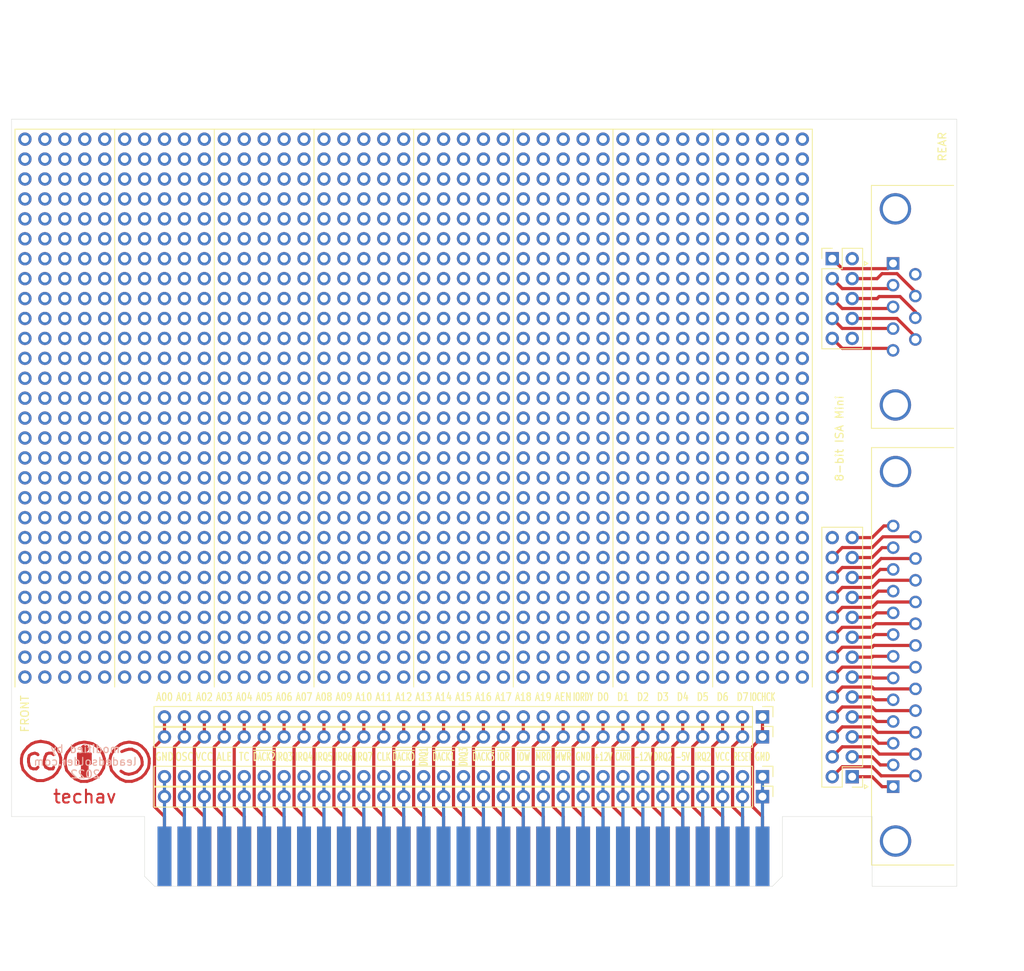
<source format=kicad_pcb>
(kicad_pcb (version 20171130) (host pcbnew "(5.1.8-0-10_14)")
  (layers (0 F.Cu signal) (31 B.Cu signal) (34 B.Paste user) (35 F.Paste user) (36 B.SilkS user) (37 F.SilkS user) (38 B.Mask user) (39 F.Mask user) (44 Edge.Cuts user))
  (net 0 "")
  (net 1 /GND@31)
  (net 2 /OSC)
  (net 3 /VCC@29)
  (net 4 /ALE)
  (net 5 /TC)
  (net 6 /~DACK2)
  (net 7 /IRQ3)
  (net 8 /IRQ4)
  (net 9 /IRQ5)
  (net 10 /IRQ6)
  (net 11 /IRQ7)
  (net 12 /CLK)
  (net 13 /~DACK0)
  (net 14 /DRQ1)
  (net 15 /~DACK1)
  (net 16 /DRQ3)
  (net 17 /~DACK3)
  (net 18 /~IOR)
  (net 19 /~IOW)
  (net 20 /~MEMR)
  (net 21 /~MEMW)
  (net 22 /GND@10)
  (net 23 /+12V@9)
  (net 24 /-12V@7)
  (net 25 /DRQ2)
  (net 26 /-5V@5)
  (net 27 /IRQ2)
  (net 28 /VCC@3)
  (net 29 /RESET)
  (net 30 /GND@1)
  (net 31 /A00)
  (net 32 /A01)
  (net 33 /A02)
  (net 34 /A03)
  (net 35 /A04)
  (net 36 /A05)
  (net 37 /A06)
  (net 38 /A07)
  (net 39 /A08)
  (net 40 /A09)
  (net 41 /A10)
  (net 42 /A11)
  (net 43 /A12)
  (net 44 /A13)
  (net 45 /A14)
  (net 46 /A15)
  (net 47 /A16)
  (net 48 /A17)
  (net 49 /A18)
  (net 50 /A19)
  (net 51 /AEN)
  (net 52 /IO-RDY)
  (net 53 /D0)
  (net 54 /D1)
  (net 55 /D2)
  (net 56 /D3)
  (net 57 /D4)
  (net 58 /D5)
  (net 59 /D6)
  (net 60 /D7)
  (net 61 /~CARD)
  (net 62 /IOCHCK)
  (module techav:BUS_XT (layer F.Cu) (at 250.19 144.78)
    (fp_text reference J3 hide)
    (fp_text value Bus_ISA_8bit hide)
    (pad 62 connect rect (at -76.2 0) (size 1.78 7.62) (layers F.Cu F.Mask) (net 31 /A00))
    (pad 61 connect rect (at -73.66 0) (size 1.78 7.62) (layers F.Cu F.Mask) (net 32 /A01))
    (pad 60 connect rect (at -71.12 0) (size 1.78 7.62) (layers F.Cu F.Mask) (net 33 /A02))
    (pad 59 connect rect (at -68.58 0) (size 1.78 7.62) (layers F.Cu F.Mask) (net 34 /A03))
    (pad 58 connect rect (at -66.04 0) (size 1.78 7.62) (layers F.Cu F.Mask) (net 35 /A04))
    (pad 57 connect rect (at -63.5 0) (size 1.78 7.62) (layers F.Cu F.Mask) (net 36 /A05))
    (pad 56 connect rect (at -60.96 0) (size 1.78 7.62) (layers F.Cu F.Mask) (net 37 /A06))
    (pad 55 connect rect (at -58.42 0) (size 1.78 7.62) (layers F.Cu F.Mask) (net 38 /A07))
    (pad 54 connect rect (at -55.88 0) (size 1.78 7.62) (layers F.Cu F.Mask) (net 39 /A08))
    (pad 53 connect rect (at -53.34 0) (size 1.78 7.62) (layers F.Cu F.Mask) (net 40 /A09))
    (pad 52 connect rect (at -50.8 0) (size 1.78 7.62) (layers F.Cu F.Mask) (net 41 /A10))
    (pad 51 connect rect (at -48.26 0) (size 1.78 7.62) (layers F.Cu F.Mask) (net 42 /A11))
    (pad 50 connect rect (at -45.72 0) (size 1.78 7.62) (layers F.Cu F.Mask) (net 43 /A12))
    (pad 49 connect rect (at -43.18 0) (size 1.78 7.62) (layers F.Cu F.Mask) (net 44 /A13))
    (pad 48 connect rect (at -40.64 0) (size 1.78 7.62) (layers F.Cu F.Mask) (net 45 /A14))
    (pad 47 connect rect (at -38.1 0) (size 1.78 7.62) (layers F.Cu F.Mask) (net 46 /A15))
    (pad 46 connect rect (at -35.56 0) (size 1.78 7.62) (layers F.Cu F.Mask) (net 47 /A16))
    (pad 45 connect rect (at -33.02 0) (size 1.78 7.62) (layers F.Cu F.Mask) (net 48 /A17))
    (pad 44 connect rect (at -30.48 0) (size 1.78 7.62) (layers F.Cu F.Mask) (net 49 /A18))
    (pad 43 connect rect (at -27.94 0) (size 1.78 7.62) (layers F.Cu F.Mask) (net 50 /A19))
    (pad 42 connect rect (at -25.4 0) (size 1.78 7.62) (layers F.Cu F.Mask) (net 51 /AEN))
    (pad 41 connect rect (at -22.86 0) (size 1.78 7.62) (layers F.Cu F.Mask) (net 52 /IO-RDY))
    (pad 40 connect rect (at -20.32 0) (size 1.78 7.62) (layers F.Cu F.Mask) (net 53 /D0))
    (pad 39 connect rect (at -17.78 0) (size 1.78 7.62) (layers F.Cu F.Mask) (net 54 /D1))
    (pad 38 connect rect (at -15.24 0) (size 1.78 7.62) (layers F.Cu F.Mask) (net 55 /D2))
    (pad 37 connect rect (at -12.7 0) (size 1.78 7.62) (layers F.Cu F.Mask) (net 56 /D3))
    (pad 36 connect rect (at -10.16 0) (size 1.78 7.62) (layers F.Cu F.Mask) (net 57 /D4))
    (pad 35 connect rect (at -7.62 0) (size 1.78 7.62) (layers F.Cu F.Mask) (net 58 /D5))
    (pad 34 connect rect (at -5.08 0) (size 1.78 7.62) (layers F.Cu F.Mask) (net 59 /D6))
    (pad 33 connect rect (at -2.54 0) (size 1.78 7.62) (layers F.Cu F.Mask) (net 60 /D7))
    (pad 32 connect rect (at 0 0) (size 1.78 7.62) (layers F.Cu F.Mask) (net 62 /IOCHCK))
    (pad 31 connect rect (at -76.2 0) (size 1.78 7.62) (layers B.Cu B.Mask) (net 1 /GND@31))
    (pad 30 connect rect (at -73.66 0) (size 1.78 7.62) (layers B.Cu B.Mask) (net 2 /OSC))
    (pad 29 connect rect (at -71.12 0) (size 1.78 7.62) (layers B.Cu B.Mask) (net 3 /VCC@29))
    (pad 28 connect rect (at -68.58 0) (size 1.78 7.62) (layers B.Cu B.Mask) (net 4 /ALE))
    (pad 27 connect rect (at -66.04 0) (size 1.78 7.62) (layers B.Cu B.Mask) (net 5 /TC))
    (pad 26 connect rect (at -63.5 0) (size 1.78 7.62) (layers B.Cu B.Mask) (net 6 /~DACK2))
    (pad 25 connect rect (at -60.96 0) (size 1.78 7.62) (layers B.Cu B.Mask) (net 7 /IRQ3))
    (pad 24 connect rect (at -58.42 0) (size 1.78 7.62) (layers B.Cu B.Mask) (net 8 /IRQ4))
    (pad 23 connect rect (at -55.88 0) (size 1.78 7.62) (layers B.Cu B.Mask) (net 9 /IRQ5))
    (pad 22 connect rect (at -53.34 0) (size 1.78 7.62) (layers B.Cu B.Mask) (net 10 /IRQ6))
    (pad 21 connect rect (at -50.8 0) (size 1.78 7.62) (layers B.Cu B.Mask) (net 11 /IRQ7))
    (pad 20 connect rect (at -48.26 0) (size 1.78 7.62) (layers B.Cu B.Mask) (net 12 /CLK))
    (pad 19 connect rect (at -45.72 0) (size 1.78 7.62) (layers B.Cu B.Mask) (net 13 /~DACK0))
    (pad 18 connect rect (at -43.18 0) (size 1.78 7.62) (layers B.Cu B.Mask) (net 14 /DRQ1))
    (pad 17 connect rect (at -40.64 0) (size 1.78 7.62) (layers B.Cu B.Mask) (net 15 /~DACK1))
    (pad 16 connect rect (at -38.1 0) (size 1.78 7.62) (layers B.Cu B.Mask) (net 16 /DRQ3))
    (pad 15 connect rect (at -35.56 0) (size 1.78 7.62) (layers B.Cu B.Mask) (net 17 /~DACK3))
    (pad 14 connect rect (at -33.02 0) (size 1.78 7.62) (layers B.Cu B.Mask) (net 18 /~IOR))
    (pad 13 connect rect (at -30.48 0) (size 1.78 7.62) (layers B.Cu B.Mask) (net 19 /~IOW))
    (pad 12 connect rect (at -27.94 0) (size 1.78 7.62) (layers B.Cu B.Mask) (net 20 /~MEMR))
    (pad 11 connect rect (at -25.4 0) (size 1.78 7.62) (layers B.Cu B.Mask) (net 21 /~MEMW))
    (pad 10 connect rect (at -22.86 0) (size 1.78 7.62) (layers B.Cu B.Mask) (net 22 /GND@10))
    (pad 9 connect rect (at -20.32 0) (size 1.78 7.62) (layers B.Cu B.Mask) (net 23 /+12V@9))
    (pad 8 connect rect (at -17.78 0) (size 1.78 7.62) (layers B.Cu B.Mask) (net 61 /~CARD))
    (pad 7 connect rect (at -15.24 0) (size 1.78 7.62) (layers B.Cu B.Mask) (net 24 /-12V@7))
    (pad 6 connect rect (at -12.7 0) (size 1.78 7.62) (layers B.Cu B.Mask) (net 25 /DRQ2))
    (pad 5 connect rect (at -10.16 0) (size 1.78 7.62) (layers B.Cu B.Mask) (net 26 /-5V@5))
    (pad 4 connect rect (at -7.62 0) (size 1.78 7.62) (layers B.Cu B.Mask) (net 27 /IRQ2))
    (pad 3 connect rect (at -5.08 0) (size 1.78 7.62) (layers B.Cu B.Mask) (net 28 /VCC@3))
    (pad 2 connect rect (at -2.54 0) (size 1.78 7.62) (layers B.Cu B.Mask) (net 29 /RESET))
    (pad 1 connect rect (at 0 0) (size 1.78 7.62) (layers B.Cu B.Mask) (net 30 /GND@1))
  )
  (module Connector_PinHeader_2.54mm:PinHeader_2x05_P2.54mm_Vertical (layer F.Cu) (at 259.08 68.58)
    (fp_text reference REF** hide)
    (fp_text value PinHeader_2x05_P2.54mm_Vertical hide)
    (pad 10 thru_hole oval (at 2.54 10.16) (size 1.7 1.7) (drill 1) (layers *.Cu *.Mask))
    (pad 9 thru_hole oval (at 0 10.16) (size 1.7 1.7) (drill 1) (layers *.Cu *.Mask))
    (pad 8 thru_hole oval (at 2.54 7.62) (size 1.7 1.7) (drill 1) (layers *.Cu *.Mask))
    (pad 7 thru_hole oval (at 0 7.62) (size 1.7 1.7) (drill 1) (layers *.Cu *.Mask))
    (pad 6 thru_hole oval (at 2.54 5.08) (size 1.7 1.7) (drill 1) (layers *.Cu *.Mask))
    (pad 5 thru_hole oval (at 0 5.08) (size 1.7 1.7) (drill 1) (layers *.Cu *.Mask))
    (pad 4 thru_hole oval (at 2.54 2.54) (size 1.7 1.7) (drill 1) (layers *.Cu *.Mask))
    (pad 3 thru_hole oval (at 0 2.54) (size 1.7 1.7) (drill 1) (layers *.Cu *.Mask))
    (pad 2 thru_hole oval (at 2.54 0) (size 1.7 1.7) (drill 1) (layers *.Cu *.Mask))
    (pad 1 thru_hole rect (at 0 0) (size 1.7 1.7) (drill 1) (layers *.Cu *.Mask))
  )
  (module Connector_PinHeader_2.54mm:PinHeader_2x13_P2.54mm_Vertical (layer F.Cu) (at 261.62 134.62 180)
    (fp_text reference REF** hide)
    (fp_text value PinHeader_2x13_P2.54mm_Vertical hide)
    (pad 26 thru_hole oval (at 2.54 30.48 180) (size 1.7 1.7) (drill 1) (layers *.Cu *.Mask))
    (pad 25 thru_hole oval (at 0 30.48 180) (size 1.7 1.7) (drill 1) (layers *.Cu *.Mask))
    (pad 24 thru_hole oval (at 2.54 27.94 180) (size 1.7 1.7) (drill 1) (layers *.Cu *.Mask))
    (pad 23 thru_hole oval (at 0 27.94 180) (size 1.7 1.7) (drill 1) (layers *.Cu *.Mask))
    (pad 22 thru_hole oval (at 2.54 25.4 180) (size 1.7 1.7) (drill 1) (layers *.Cu *.Mask))
    (pad 21 thru_hole oval (at 0 25.4 180) (size 1.7 1.7) (drill 1) (layers *.Cu *.Mask))
    (pad 20 thru_hole oval (at 2.54 22.86 180) (size 1.7 1.7) (drill 1) (layers *.Cu *.Mask))
    (pad 19 thru_hole oval (at 0 22.86 180) (size 1.7 1.7) (drill 1) (layers *.Cu *.Mask))
    (pad 18 thru_hole oval (at 2.54 20.32 180) (size 1.7 1.7) (drill 1) (layers *.Cu *.Mask))
    (pad 17 thru_hole oval (at 0 20.32 180) (size 1.7 1.7) (drill 1) (layers *.Cu *.Mask))
    (pad 16 thru_hole oval (at 2.54 17.78 180) (size 1.7 1.7) (drill 1) (layers *.Cu *.Mask))
    (pad 15 thru_hole oval (at 0 17.78 180) (size 1.7 1.7) (drill 1) (layers *.Cu *.Mask))
    (pad 14 thru_hole oval (at 2.54 15.24 180) (size 1.7 1.7) (drill 1) (layers *.Cu *.Mask))
    (pad 13 thru_hole oval (at 0 15.24 180) (size 1.7 1.7) (drill 1) (layers *.Cu *.Mask))
    (pad 12 thru_hole oval (at 2.54 12.7 180) (size 1.7 1.7) (drill 1) (layers *.Cu *.Mask))
    (pad 11 thru_hole oval (at 0 12.7 180) (size 1.7 1.7) (drill 1) (layers *.Cu *.Mask))
    (pad 10 thru_hole oval (at 2.54 10.16 180) (size 1.7 1.7) (drill 1) (layers *.Cu *.Mask))
    (pad 9 thru_hole oval (at 0 10.16 180) (size 1.7 1.7) (drill 1) (layers *.Cu *.Mask))
    (pad 8 thru_hole oval (at 2.54 7.62 180) (size 1.7 1.7) (drill 1) (layers *.Cu *.Mask))
    (pad 7 thru_hole oval (at 0 7.62 180) (size 1.7 1.7) (drill 1) (layers *.Cu *.Mask))
    (pad 6 thru_hole oval (at 2.54 5.08 180) (size 1.7 1.7) (drill 1) (layers *.Cu *.Mask))
    (pad 5 thru_hole oval (at 0 5.08 180) (size 1.7 1.7) (drill 1) (layers *.Cu *.Mask))
    (pad 4 thru_hole oval (at 2.54 2.54 180) (size 1.7 1.7) (drill 1) (layers *.Cu *.Mask))
    (pad 3 thru_hole oval (at 0 2.54 180) (size 1.7 1.7) (drill 1) (layers *.Cu *.Mask))
    (pad 2 thru_hole oval (at 2.54 0 180) (size 1.7 1.7) (drill 1) (layers *.Cu *.Mask))
    (pad 1 thru_hole rect (at 0 0 180) (size 1.7 1.7) (drill 1) (layers *.Cu *.Mask))
  )
  (module Symbol:Symbol_CreativeCommons_CopperTop_Type2_Small (layer F.Cu) (at 158.115 132.715)
    (fp_text reference REF** hide)
    (fp_text value Symbol_CreativeCommons_CopperTop_Type2_Small hide)
    (fp_line (start 1.7502 -0.9001) (end 1.65114 -0.99916) (layer F.Cu) (width 0.381))
    (fp_line (start 1.65114 -0.99916) (end 1.45048 -1.10076) (layer F.Cu) (width 0.381))
    (fp_line (start 1.45048 -1.10076) (end 1.15076 -1.10076) (layer F.Cu) (width 0.381))
    (fp_line (start 1.15076 -1.10076) (end 0.85104 -0.99916) (layer F.Cu) (width 0.381))
    (fp_line (start 0.85104 -0.99916) (end 0.65038 -0.60038) (layer F.Cu) (width 0.381))
    (fp_line (start 0.65038 -0.60038) (end 0.54878 -0.1) (layer F.Cu) (width 0.381))
    (fp_line (start 0.54878 -0.1) (end 0.54878 0.29878) (layer F.Cu) (width 0.381))
    (fp_line (start 0.54878 0.29878) (end 0.74944 0.7001) (layer F.Cu) (width 0.381))
    (fp_line (start 0.74944 0.7001) (end 1.15076 0.90076) (layer F.Cu) (width 0.381))
    (fp_line (start 1.15076 0.90076) (end 1.34888 0.90076) (layer F.Cu) (width 0.381))
    (fp_line (start 1.34888 0.90076) (end 1.65114 0.90076) (layer F.Cu) (width 0.381))
    (fp_line (start 1.65114 0.90076) (end 1.7502 0.7001) (layer F.Cu) (width 0.381))
    (fp_line (start -0.24878 -0.9001) (end -0.35038 -0.99916) (layer F.Cu) (width 0.381))
    (fp_line (start -0.35038 -0.99916) (end -0.6501 -1.10076) (layer F.Cu) (width 0.381))
    (fp_line (start -0.6501 -1.10076) (end -1.04888 -0.99916) (layer F.Cu) (width 0.381))
    (fp_line (start -1.04888 -0.99916) (end -1.35114 -0.80104) (layer F.Cu) (width 0.381))
    (fp_line (start -1.35114 -0.80104) (end -1.4502 -0.39972) (layer F.Cu) (width 0.381))
    (fp_line (start -1.4502 -0.39972) (end -1.4502 -0.00094) (layer F.Cu) (width 0.381))
    (fp_line (start -1.4502 -0.00094) (end -1.35114 0.49944) (layer F.Cu) (width 0.381))
    (fp_line (start -1.35114 0.49944) (end -1.15048 0.79916) (layer F.Cu) (width 0.381))
    (fp_line (start -1.15048 0.79916) (end -0.85076 0.90076) (layer F.Cu) (width 0.381))
    (fp_line (start -0.85076 0.90076) (end -0.44944 0.90076) (layer F.Cu) (width 0.381))
    (fp_line (start -0.44944 0.90076) (end -0.24878 0.7001) (layer F.Cu) (width 0.381))
    (fp_line (start 0.15 -2.59936) (end 0.05094 -2.59936) (layer F.Cu) (width 0.381))
    (fp_line (start 0.05094 -2.59936) (end -0.55104 -2.5003) (layer F.Cu) (width 0.381))
    (fp_line (start -0.55104 -2.5003) (end -1.04888 -2.29964) (layer F.Cu) (width 0.381))
    (fp_line (start -1.04888 -2.29964) (end -1.54926 -1.90086) (layer F.Cu) (width 0.381))
    (fp_line (start -1.54926 -1.90086) (end -2.04964 -1.29888) (layer F.Cu) (width 0.381))
    (fp_line (start -2.04964 -1.29888) (end -2.2503 -0.9001) (layer F.Cu) (width 0.381))
    (fp_line (start -2.2503 -0.9001) (end -2.34936 -0.39972) (layer F.Cu) (width 0.381))
    (fp_line (start -2.34936 -0.39972) (end -2.34936 0.19972) (layer F.Cu) (width 0.381))
    (fp_line (start -2.34936 0.19972) (end -2.15124 0.99982) (layer F.Cu) (width 0.381))
    (fp_line (start -2.15124 0.99982) (end -1.54926 1.70086) (layer F.Cu) (width 0.381))
    (fp_line (start -1.54926 1.70086) (end -1.04888 2.09964) (layer F.Cu) (width 0.381))
    (fp_line (start -1.04888 2.09964) (end -0.35038 2.39936) (layer F.Cu) (width 0.381))
    (fp_line (start -0.35038 2.39936) (end 0.44972 2.39936) (layer F.Cu) (width 0.381))
    (fp_line (start 0.44972 2.39936) (end 1.04916 2.20124) (layer F.Cu) (width 0.381))
    (fp_line (start 1.04916 2.20124) (end 1.65114 1.89898) (layer F.Cu) (width 0.381))
    (fp_line (start 1.65114 1.89898) (end 2.14898 1.40114) (layer F.Cu) (width 0.381))
    (fp_line (start 2.14898 1.40114) (end 2.5503 0.7001) (layer F.Cu) (width 0.381))
    (fp_line (start 2.5503 0.7001) (end 2.64936 0.10066) (layer F.Cu) (width 0.381))
    (fp_line (start 2.64936 0.10066) (end 2.64936 -0.49878) (layer F.Cu) (width 0.381))
    (fp_line (start 2.64936 -0.49878) (end 2.45124 -1.10076) (layer F.Cu) (width 0.381))
    (fp_line (start 2.45124 -1.10076) (end 2.14898 -1.60114) (layer F.Cu) (width 0.381))
    (fp_line (start 2.14898 -1.60114) (end 1.65114 -2.09898) (layer F.Cu) (width 0.381))
    (fp_line (start 1.65114 -2.09898) (end 1.15076 -2.40124) (layer F.Cu) (width 0.381))
    (fp_line (start 1.15076 -2.40124) (end 0.74944 -2.5003) (layer F.Cu) (width 0.381))
    (fp_line (start 0.74944 -2.5003) (end 0.15 -2.59936) (layer F.Cu) (width 0.381))
  )
  (module Symbol:Symbol_CC-ShareAlike_CopperTop_Small (layer F.Cu) (at 169.545 132.715)
    (fp_text reference REF** hide)
    (fp_text value Symbol_CC-ShareAlike_CopperTop_Small hide)
    (fp_line (start -1.09982 1.19888) (end -0.59944 1.50114) (layer F.Cu) (width 0.381))
    (fp_line (start -0.59944 1.50114) (end -0.09906 1.6002) (layer F.Cu) (width 0.381))
    (fp_line (start -0.09906 1.6002) (end 0.39878 1.50114) (layer F.Cu) (width 0.381))
    (fp_line (start 0.39878 1.50114) (end 0.89916 1.30048) (layer F.Cu) (width 0.381))
    (fp_line (start 0.89916 1.30048) (end 1.30048 0.89916) (layer F.Cu) (width 0.381))
    (fp_line (start 1.30048 0.89916) (end 1.6002 0.39878) (layer F.Cu) (width 0.381))
    (fp_line (start 1.6002 0.39878) (end 1.6002 0) (layer F.Cu) (width 0.381))
    (fp_line (start 1.6002 0) (end 1.50114 -0.50038) (layer F.Cu) (width 0.381))
    (fp_line (start 1.50114 -0.50038) (end 1.19888 -1.00076) (layer F.Cu) (width 0.381))
    (fp_line (start 1.19888 -1.00076) (end 0.89916 -1.30048) (layer F.Cu) (width 0.381))
    (fp_line (start 0.89916 -1.30048) (end 0.29972 -1.6002) (layer F.Cu) (width 0.381))
    (fp_line (start 0.29972 -1.6002) (end -0.09906 -1.6002) (layer F.Cu) (width 0.381))
    (fp_line (start -0.09906 -1.6002) (end -0.50038 -1.50114) (layer F.Cu) (width 0.381))
    (fp_line (start -0.50038 -1.50114) (end -1.00076 -1.30048) (layer F.Cu) (width 0.381))
    (fp_line (start 0 -2.49936) (end -0.09906 -2.49936) (layer F.Cu) (width 0.381))
    (fp_line (start -0.09906 -2.49936) (end -0.70104 -2.4003) (layer F.Cu) (width 0.381))
    (fp_line (start -0.70104 -2.4003) (end -1.19888 -2.19964) (layer F.Cu) (width 0.381))
    (fp_line (start -1.19888 -2.19964) (end -1.69926 -1.80086) (layer F.Cu) (width 0.381))
    (fp_line (start -1.69926 -1.80086) (end -2.19964 -1.19888) (layer F.Cu) (width 0.381))
    (fp_line (start -2.19964 -1.19888) (end -2.4003 -0.8001) (layer F.Cu) (width 0.381))
    (fp_line (start -2.4003 -0.8001) (end -2.49936 -0.29972) (layer F.Cu) (width 0.381))
    (fp_line (start -2.49936 -0.29972) (end -2.49936 0.29972) (layer F.Cu) (width 0.381))
    (fp_line (start -2.49936 0.29972) (end -2.30124 1.09982) (layer F.Cu) (width 0.381))
    (fp_line (start -2.30124 1.09982) (end -1.69926 1.80086) (layer F.Cu) (width 0.381))
    (fp_line (start -1.69926 1.80086) (end -1.19888 2.19964) (layer F.Cu) (width 0.381))
    (fp_line (start -1.19888 2.19964) (end -0.50038 2.49936) (layer F.Cu) (width 0.381))
    (fp_line (start -0.50038 2.49936) (end 0.29972 2.49936) (layer F.Cu) (width 0.381))
    (fp_line (start 0.29972 2.49936) (end 0.89916 2.30124) (layer F.Cu) (width 0.381))
    (fp_line (start 0.89916 2.30124) (end 1.50114 1.99898) (layer F.Cu) (width 0.381))
    (fp_line (start 1.50114 1.99898) (end 1.99898 1.50114) (layer F.Cu) (width 0.381))
    (fp_line (start 1.99898 1.50114) (end 2.4003 0.8001) (layer F.Cu) (width 0.381))
    (fp_line (start 2.4003 0.8001) (end 2.49936 0.20066) (layer F.Cu) (width 0.381))
    (fp_line (start 2.49936 0.20066) (end 2.49936 -0.39878) (layer F.Cu) (width 0.381))
    (fp_line (start 2.49936 -0.39878) (end 2.30124 -1.00076) (layer F.Cu) (width 0.381))
    (fp_line (start 2.30124 -1.00076) (end 1.99898 -1.50114) (layer F.Cu) (width 0.381))
    (fp_line (start 1.99898 -1.50114) (end 1.50114 -1.99898) (layer F.Cu) (width 0.381))
    (fp_line (start 1.50114 -1.99898) (end 1.00076 -2.30124) (layer F.Cu) (width 0.381))
    (fp_line (start 1.00076 -2.30124) (end 0.59944 -2.4003) (layer F.Cu) (width 0.381))
    (fp_line (start 0.59944 -2.4003) (end 0 -2.49936) (layer F.Cu) (width 0.381))
  )
  (module Symbol:Symbol_CC-Attribution_CopperTop_Small (layer F.Cu) (at 163.83 132.715)
    (fp_text reference REF** hide)
    (fp_text value Symbol_CC-Attribution_CopperTop_Small hide)
    (fp_line (start 0 -1.89992) (end 0 -1.50114) (layer F.Cu) (width 0.381))
    (fp_line (start -0.70104 -0.70104) (end 0.59944 -0.70104) (layer F.Cu) (width 0.381))
    (fp_line (start 0.50038 -0.39878) (end -0.70104 -0.39878) (layer F.Cu) (width 0.381))
    (fp_line (start -0.8001 -0.09906) (end 0.50038 -0.09906) (layer F.Cu) (width 0.381))
    (fp_line (start 0 0.29972) (end 0 1.6002) (layer F.Cu) (width 0.381))
    (fp_line (start 0.09906 1.80086) (end 0.29972 1.80086) (layer F.Cu) (width 0.381))
    (fp_line (start 0.29972 1.80086) (end 0.29972 0.20066) (layer F.Cu) (width 0.381))
    (fp_line (start -0.29972 0.29972) (end -0.29972 1.80086) (layer F.Cu) (width 0.381))
    (fp_line (start -0.29972 1.80086) (end 0.20066 1.80086) (layer F.Cu) (width 0.381))
    (fp_line (start -0.8001 -1.00076) (end 0.70104 -1.00076) (layer F.Cu) (width 0.381))
    (fp_line (start 0.70104 -1.00076) (end 0.70104 0.20066) (layer F.Cu) (width 0.381))
    (fp_line (start 0.70104 0.20066) (end -0.8001 0.20066) (layer F.Cu) (width 0.381))
    (fp_line (start -0.8001 0.20066) (end -0.8001 -1.00076) (layer F.Cu) (width 0.381))
    (fp_circle (center 0 -1.69926) (end 0.09906 -1.39954) (layer F.Cu) (width 0.381))
    (fp_line (start 0 -2.49936) (end -0.09906 -2.49936) (layer F.Cu) (width 0.381))
    (fp_line (start -0.09906 -2.49936) (end -0.70104 -2.4003) (layer F.Cu) (width 0.381))
    (fp_line (start -0.70104 -2.4003) (end -1.19888 -2.19964) (layer F.Cu) (width 0.381))
    (fp_line (start -1.19888 -2.19964) (end -1.69926 -1.80086) (layer F.Cu) (width 0.381))
    (fp_line (start -1.69926 -1.80086) (end -2.19964 -1.19888) (layer F.Cu) (width 0.381))
    (fp_line (start -2.19964 -1.19888) (end -2.4003 -0.8001) (layer F.Cu) (width 0.381))
    (fp_line (start -2.4003 -0.8001) (end -2.49936 -0.29972) (layer F.Cu) (width 0.381))
    (fp_line (start -2.49936 -0.29972) (end -2.49936 0.29972) (layer F.Cu) (width 0.381))
    (fp_line (start -2.49936 0.29972) (end -2.30124 1.09982) (layer F.Cu) (width 0.381))
    (fp_line (start -2.30124 1.09982) (end -1.69926 1.80086) (layer F.Cu) (width 0.381))
    (fp_line (start -1.69926 1.80086) (end -1.19888 2.19964) (layer F.Cu) (width 0.381))
    (fp_line (start -1.19888 2.19964) (end -0.50038 2.49936) (layer F.Cu) (width 0.381))
    (fp_line (start -0.50038 2.49936) (end 0.29972 2.49936) (layer F.Cu) (width 0.381))
    (fp_line (start 0.29972 2.49936) (end 0.89916 2.30124) (layer F.Cu) (width 0.381))
    (fp_line (start 0.89916 2.30124) (end 1.50114 1.99898) (layer F.Cu) (width 0.381))
    (fp_line (start 1.50114 1.99898) (end 1.99898 1.50114) (layer F.Cu) (width 0.381))
    (fp_line (start 1.99898 1.50114) (end 2.4003 0.8001) (layer F.Cu) (width 0.381))
    (fp_line (start 2.4003 0.8001) (end 2.49936 0.20066) (layer F.Cu) (width 0.381))
    (fp_line (start 2.49936 0.20066) (end 2.49936 -0.39878) (layer F.Cu) (width 0.381))
    (fp_line (start 2.49936 -0.39878) (end 2.30124 -1.00076) (layer F.Cu) (width 0.381))
    (fp_line (start 2.30124 -1.00076) (end 1.99898 -1.50114) (layer F.Cu) (width 0.381))
    (fp_line (start 1.99898 -1.50114) (end 1.50114 -1.99898) (layer F.Cu) (width 0.381))
    (fp_line (start 1.50114 -1.99898) (end 1.00076 -2.30124) (layer F.Cu) (width 0.381))
    (fp_line (start 1.00076 -2.30124) (end 0.59944 -2.4003) (layer F.Cu) (width 0.381))
    (fp_line (start 0.59944 -2.4003) (end 0 -2.49936) (layer F.Cu) (width 0.381))
  )
  (module Connector_Dsub:DSUB-9_Female_Horizontal_P2.77x2.84mm_EdgePinOffset4.94mm_Housed_MountingHolesOffset7.48mm (layer F.Cu) (at 266.827 69.184 90)
    (fp_text reference REF** hide)
    (fp_text value DSUB-9_Female_Horizontal_P2.77x2.84mm_EdgePinOffset4.94mm_Housed_MountingHolesOffset7.48mm)
    (pad 0 thru_hole circle (at 6.96 0.3 90) (size 4 4) (drill 3.2) (layers *.Cu *.Mask))
    (pad 0 thru_hole circle (at -18.04 0.3 90) (size 4 4) (drill 3.2) (layers *.Cu *.Mask))
    (pad 9 thru_hole circle (at -9.695 2.84 90) (size 1.6 1.6) (drill 1) (layers *.Cu *.Mask))
    (pad 8 thru_hole circle (at -6.925 2.84 90) (size 1.6 1.6) (drill 1) (layers *.Cu *.Mask))
    (pad 7 thru_hole circle (at -4.155 2.84 90) (size 1.6 1.6) (drill 1) (layers *.Cu *.Mask))
    (pad 6 thru_hole circle (at -1.385 2.84 90) (size 1.6 1.6) (drill 1) (layers *.Cu *.Mask))
    (pad 5 thru_hole circle (at -11.08 0 90) (size 1.6 1.6) (drill 1) (layers *.Cu *.Mask))
    (pad 4 thru_hole circle (at -8.31 0 90) (size 1.6 1.6) (drill 1) (layers *.Cu *.Mask))
    (pad 3 thru_hole circle (at -5.54 0 90) (size 1.6 1.6) (drill 1) (layers *.Cu *.Mask))
    (pad 2 thru_hole circle (at -2.77 0 90) (size 1.6 1.6) (drill 1) (layers *.Cu *.Mask))
    (pad 1 thru_hole rect (at 0 0 90) (size 1.6 1.6) (drill 1) (layers *.Cu *.Mask))
  )
  (module Connector_Dsub:DSUB-25_Male_Horizontal_P2.77x2.84mm_EdgePinOffset4.94mm_Housed_MountingHolesOffset7.48mm (layer F.Cu) (at 266.8445 135.89 90)
    (fp_text reference REF** hide)
    (fp_text value DSUB-25_Male_Horizontal_P2.77x2.84mm_EdgePinOffset4.94mm_Housed_MountingHolesOffset7.48mm)
    (pad 0 thru_hole circle (at 40.17 0.3 90) (size 4 4) (drill 3.2) (layers *.Cu *.Mask))
    (pad 0 thru_hole circle (at -6.93 0.3 90) (size 4 4) (drill 3.2) (layers *.Cu *.Mask))
    (pad 25 thru_hole circle (at 31.855 2.84 90) (size 1.6 1.6) (drill 1) (layers *.Cu *.Mask))
    (pad 24 thru_hole circle (at 29.085 2.84 90) (size 1.6 1.6) (drill 1) (layers *.Cu *.Mask))
    (pad 23 thru_hole circle (at 26.315 2.84 90) (size 1.6 1.6) (drill 1) (layers *.Cu *.Mask))
    (pad 22 thru_hole circle (at 23.545 2.84 90) (size 1.6 1.6) (drill 1) (layers *.Cu *.Mask))
    (pad 21 thru_hole circle (at 20.775 2.84 90) (size 1.6 1.6) (drill 1) (layers *.Cu *.Mask))
    (pad 20 thru_hole circle (at 18.005 2.84 90) (size 1.6 1.6) (drill 1) (layers *.Cu *.Mask))
    (pad 19 thru_hole circle (at 15.235 2.84 90) (size 1.6 1.6) (drill 1) (layers *.Cu *.Mask))
    (pad 18 thru_hole circle (at 12.465 2.84 90) (size 1.6 1.6) (drill 1) (layers *.Cu *.Mask))
    (pad 17 thru_hole circle (at 9.695 2.84 90) (size 1.6 1.6) (drill 1) (layers *.Cu *.Mask))
    (pad 16 thru_hole circle (at 6.925 2.84 90) (size 1.6 1.6) (drill 1) (layers *.Cu *.Mask))
    (pad 15 thru_hole circle (at 4.155 2.84 90) (size 1.6 1.6) (drill 1) (layers *.Cu *.Mask))
    (pad 14 thru_hole circle (at 1.385 2.84 90) (size 1.6 1.6) (drill 1) (layers *.Cu *.Mask))
    (pad 13 thru_hole circle (at 33.24 0 90) (size 1.6 1.6) (drill 1) (layers *.Cu *.Mask))
    (pad 12 thru_hole circle (at 30.47 0 90) (size 1.6 1.6) (drill 1) (layers *.Cu *.Mask))
    (pad 11 thru_hole circle (at 27.7 0 90) (size 1.6 1.6) (drill 1) (layers *.Cu *.Mask))
    (pad 10 thru_hole circle (at 24.93 0 90) (size 1.6 1.6) (drill 1) (layers *.Cu *.Mask))
    (pad 9 thru_hole circle (at 22.16 0 90) (size 1.6 1.6) (drill 1) (layers *.Cu *.Mask))
    (pad 8 thru_hole circle (at 19.39 0 90) (size 1.6 1.6) (drill 1) (layers *.Cu *.Mask))
    (pad 7 thru_hole circle (at 16.62 0 90) (size 1.6 1.6) (drill 1) (layers *.Cu *.Mask))
    (pad 6 thru_hole circle (at 13.85 0 90) (size 1.6 1.6) (drill 1) (layers *.Cu *.Mask))
    (pad 5 thru_hole circle (at 11.08 0 90) (size 1.6 1.6) (drill 1) (layers *.Cu *.Mask))
    (pad 4 thru_hole circle (at 8.31 0 90) (size 1.6 1.6) (drill 1) (layers *.Cu *.Mask))
    (pad 3 thru_hole circle (at 5.54 0 90) (size 1.6 1.6) (drill 1) (layers *.Cu *.Mask))
    (pad 2 thru_hole circle (at 2.77 0 90) (size 1.6 1.6) (drill 1) (layers *.Cu *.Mask))
    (pad 1 thru_hole rect (at 0 0 90) (size 1.6 1.6) (drill 1) (layers *.Cu *.Mask))
  )
  (module techav:PinHeader_2x40_P2.54mm_Vertical_NoSilk (layer F.Cu) (at 255.27 53.34 270)
    (fp_text reference REF**)
    (fp_text value PinHeader_2x40_P2.54mm_Vertical_NoSilk)
    (pad 1 thru_hole circle (at 0 0 270) (size 1.7 1.7) (drill 1) (layers *.Cu *.Mask))
    (pad 2 thru_hole oval (at 2.54 0 270) (size 1.7 1.7) (drill 1) (layers *.Cu *.Mask))
    (pad 3 thru_hole oval (at 0 2.54 270) (size 1.7 1.7) (drill 1) (layers *.Cu *.Mask))
    (pad 4 thru_hole oval (at 2.54 2.54 270) (size 1.7 1.7) (drill 1) (layers *.Cu *.Mask))
    (pad 5 thru_hole oval (at 0 5.08 270) (size 1.7 1.7) (drill 1) (layers *.Cu *.Mask))
    (pad 6 thru_hole oval (at 2.54 5.08 270) (size 1.7 1.7) (drill 1) (layers *.Cu *.Mask))
    (pad 7 thru_hole oval (at 0 7.62 270) (size 1.7 1.7) (drill 1) (layers *.Cu *.Mask))
    (pad 8 thru_hole oval (at 2.54 7.62 270) (size 1.7 1.7) (drill 1) (layers *.Cu *.Mask))
    (pad 9 thru_hole oval (at 0 10.16 270) (size 1.7 1.7) (drill 1) (layers *.Cu *.Mask))
    (pad 10 thru_hole oval (at 2.54 10.16 270) (size 1.7 1.7) (drill 1) (layers *.Cu *.Mask))
    (pad 11 thru_hole oval (at 0 12.7 270) (size 1.7 1.7) (drill 1) (layers *.Cu *.Mask))
    (pad 12 thru_hole oval (at 2.54 12.7 270) (size 1.7 1.7) (drill 1) (layers *.Cu *.Mask))
    (pad 13 thru_hole oval (at 0 15.24 270) (size 1.7 1.7) (drill 1) (layers *.Cu *.Mask))
    (pad 14 thru_hole oval (at 2.54 15.24 270) (size 1.7 1.7) (drill 1) (layers *.Cu *.Mask))
    (pad 15 thru_hole oval (at 0 17.78 270) (size 1.7 1.7) (drill 1) (layers *.Cu *.Mask))
    (pad 16 thru_hole oval (at 2.54 17.78 270) (size 1.7 1.7) (drill 1) (layers *.Cu *.Mask))
    (pad 17 thru_hole oval (at 0 20.32 270) (size 1.7 1.7) (drill 1) (layers *.Cu *.Mask))
    (pad 18 thru_hole oval (at 2.54 20.32 270) (size 1.7 1.7) (drill 1) (layers *.Cu *.Mask))
    (pad 19 thru_hole oval (at 0 22.86 270) (size 1.7 1.7) (drill 1) (layers *.Cu *.Mask))
    (pad 20 thru_hole oval (at 2.54 22.86 270) (size 1.7 1.7) (drill 1) (layers *.Cu *.Mask))
    (pad 21 thru_hole oval (at 0 25.4 270) (size 1.7 1.7) (drill 1) (layers *.Cu *.Mask))
    (pad 22 thru_hole oval (at 2.54 25.4 270) (size 1.7 1.7) (drill 1) (layers *.Cu *.Mask))
    (pad 23 thru_hole oval (at 0 27.94 270) (size 1.7 1.7) (drill 1) (layers *.Cu *.Mask))
    (pad 24 thru_hole oval (at 2.54 27.94 270) (size 1.7 1.7) (drill 1) (layers *.Cu *.Mask))
    (pad 25 thru_hole oval (at 0 30.48 270) (size 1.7 1.7) (drill 1) (layers *.Cu *.Mask))
    (pad 26 thru_hole oval (at 2.54 30.48 270) (size 1.7 1.7) (drill 1) (layers *.Cu *.Mask))
    (pad 27 thru_hole oval (at 0 33.02 270) (size 1.7 1.7) (drill 1) (layers *.Cu *.Mask))
    (pad 28 thru_hole oval (at 2.54 33.02 270) (size 1.7 1.7) (drill 1) (layers *.Cu *.Mask))
    (pad 29 thru_hole oval (at 0 35.56 270) (size 1.7 1.7) (drill 1) (layers *.Cu *.Mask))
    (pad 30 thru_hole oval (at 2.54 35.56 270) (size 1.7 1.7) (drill 1) (layers *.Cu *.Mask))
    (pad 31 thru_hole oval (at 0 38.1 270) (size 1.7 1.7) (drill 1) (layers *.Cu *.Mask))
    (pad 32 thru_hole oval (at 2.54 38.1 270) (size 1.7 1.7) (drill 1) (layers *.Cu *.Mask))
    (pad 33 thru_hole oval (at 0 40.64 270) (size 1.7 1.7) (drill 1) (layers *.Cu *.Mask))
    (pad 34 thru_hole oval (at 2.54 40.64 270) (size 1.7 1.7) (drill 1) (layers *.Cu *.Mask))
    (pad 35 thru_hole oval (at 0 43.18 270) (size 1.7 1.7) (drill 1) (layers *.Cu *.Mask))
    (pad 36 thru_hole oval (at 2.54 43.18 270) (size 1.7 1.7) (drill 1) (layers *.Cu *.Mask))
    (pad 37 thru_hole oval (at 0 45.72 270) (size 1.7 1.7) (drill 1) (layers *.Cu *.Mask))
    (pad 38 thru_hole oval (at 2.54 45.72 270) (size 1.7 1.7) (drill 1) (layers *.Cu *.Mask))
    (pad 39 thru_hole oval (at 0 48.26 270) (size 1.7 1.7) (drill 1) (layers *.Cu *.Mask))
    (pad 40 thru_hole oval (at 2.54 48.26 270) (size 1.7 1.7) (drill 1) (layers *.Cu *.Mask))
    (pad 41 thru_hole oval (at 0 50.8 270) (size 1.7 1.7) (drill 1) (layers *.Cu *.Mask))
    (pad 42 thru_hole oval (at 2.54 50.8 270) (size 1.7 1.7) (drill 1) (layers *.Cu *.Mask))
    (pad 43 thru_hole oval (at 0 53.34 270) (size 1.7 1.7) (drill 1) (layers *.Cu *.Mask))
    (pad 44 thru_hole oval (at 2.54 53.34 270) (size 1.7 1.7) (drill 1) (layers *.Cu *.Mask))
    (pad 45 thru_hole oval (at 0 55.88 270) (size 1.7 1.7) (drill 1) (layers *.Cu *.Mask))
    (pad 46 thru_hole oval (at 2.54 55.88 270) (size 1.7 1.7) (drill 1) (layers *.Cu *.Mask))
    (pad 47 thru_hole oval (at 0 58.42 270) (size 1.7 1.7) (drill 1) (layers *.Cu *.Mask))
    (pad 48 thru_hole oval (at 2.54 58.42 270) (size 1.7 1.7) (drill 1) (layers *.Cu *.Mask))
    (pad 49 thru_hole oval (at 0 60.96 270) (size 1.7 1.7) (drill 1) (layers *.Cu *.Mask))
    (pad 50 thru_hole oval (at 2.54 60.96 270) (size 1.7 1.7) (drill 1) (layers *.Cu *.Mask))
    (pad 51 thru_hole oval (at 0 63.5 270) (size 1.7 1.7) (drill 1) (layers *.Cu *.Mask))
    (pad 52 thru_hole oval (at 2.54 63.5 270) (size 1.7 1.7) (drill 1) (layers *.Cu *.Mask))
    (pad 53 thru_hole oval (at 0 66.04 270) (size 1.7 1.7) (drill 1) (layers *.Cu *.Mask))
    (pad 54 thru_hole oval (at 2.54 66.04 270) (size 1.7 1.7) (drill 1) (layers *.Cu *.Mask))
    (pad 55 thru_hole oval (at 0 68.58 270) (size 1.7 1.7) (drill 1) (layers *.Cu *.Mask))
    (pad 56 thru_hole oval (at 2.54 68.58 270) (size 1.7 1.7) (drill 1) (layers *.Cu *.Mask))
    (pad 57 thru_hole oval (at 0 71.12 270) (size 1.7 1.7) (drill 1) (layers *.Cu *.Mask))
    (pad 58 thru_hole oval (at 2.54 71.12 270) (size 1.7 1.7) (drill 1) (layers *.Cu *.Mask))
    (pad 59 thru_hole oval (at 0 73.66 270) (size 1.7 1.7) (drill 1) (layers *.Cu *.Mask))
    (pad 60 thru_hole oval (at 2.54 73.66 270) (size 1.7 1.7) (drill 1) (layers *.Cu *.Mask))
    (pad 61 thru_hole oval (at 0 76.2 270) (size 1.7 1.7) (drill 1) (layers *.Cu *.Mask))
    (pad 62 thru_hole oval (at 2.54 76.2 270) (size 1.7 1.7) (drill 1) (layers *.Cu *.Mask))
    (pad 63 thru_hole oval (at 0 78.74 270) (size 1.7 1.7) (drill 1) (layers *.Cu *.Mask))
    (pad 64 thru_hole oval (at 2.54 78.74 270) (size 1.7 1.7) (drill 1) (layers *.Cu *.Mask))
    (pad 65 thru_hole oval (at 0 81.28 270) (size 1.7 1.7) (drill 1) (layers *.Cu *.Mask))
    (pad 66 thru_hole oval (at 2.54 81.28 270) (size 1.7 1.7) (drill 1) (layers *.Cu *.Mask))
    (pad 67 thru_hole oval (at 0 83.82 270) (size 1.7 1.7) (drill 1) (layers *.Cu *.Mask))
    (pad 68 thru_hole oval (at 2.54 83.82 270) (size 1.7 1.7) (drill 1) (layers *.Cu *.Mask))
    (pad 69 thru_hole oval (at 0 86.36 270) (size 1.7 1.7) (drill 1) (layers *.Cu *.Mask))
    (pad 70 thru_hole oval (at 2.54 86.36 270) (size 1.7 1.7) (drill 1) (layers *.Cu *.Mask))
    (pad 71 thru_hole oval (at 0 88.9 270) (size 1.7 1.7) (drill 1) (layers *.Cu *.Mask))
    (pad 72 thru_hole oval (at 2.54 88.9 270) (size 1.7 1.7) (drill 1) (layers *.Cu *.Mask))
    (pad 73 thru_hole oval (at 0 91.44 270) (size 1.7 1.7) (drill 1) (layers *.Cu *.Mask))
    (pad 74 thru_hole oval (at 2.54 91.44 270) (size 1.7 1.7) (drill 1) (layers *.Cu *.Mask))
    (pad 75 thru_hole oval (at 0 93.98 270) (size 1.7 1.7) (drill 1) (layers *.Cu *.Mask))
    (pad 76 thru_hole oval (at 2.54 93.98 270) (size 1.7 1.7) (drill 1) (layers *.Cu *.Mask))
    (pad 77 thru_hole oval (at 0 96.52 270) (size 1.7 1.7) (drill 1) (layers *.Cu *.Mask))
    (pad 78 thru_hole oval (at 2.54 96.52 270) (size 1.7 1.7) (drill 1) (layers *.Cu *.Mask))
    (pad 79 thru_hole oval (at 0 99.06 270) (size 1.7 1.7) (drill 1) (layers *.Cu *.Mask))
    (pad 80 thru_hole oval (at 2.54 99.06 270) (size 1.7 1.7) (drill 1) (layers *.Cu *.Mask))
  )
  (module techav:PinHeader_2x40_P2.54mm_Vertical_NoSilk (layer F.Cu) (at 255.27 58.42 270)
    (fp_text reference REF**)
    (fp_text value PinHeader_2x40_P2.54mm_Vertical_NoSilk)
    (pad 1 thru_hole circle (at 0 0 270) (size 1.7 1.7) (drill 1) (layers *.Cu *.Mask))
    (pad 2 thru_hole oval (at 2.54 0 270) (size 1.7 1.7) (drill 1) (layers *.Cu *.Mask))
    (pad 3 thru_hole oval (at 0 2.54 270) (size 1.7 1.7) (drill 1) (layers *.Cu *.Mask))
    (pad 4 thru_hole oval (at 2.54 2.54 270) (size 1.7 1.7) (drill 1) (layers *.Cu *.Mask))
    (pad 5 thru_hole oval (at 0 5.08 270) (size 1.7 1.7) (drill 1) (layers *.Cu *.Mask))
    (pad 6 thru_hole oval (at 2.54 5.08 270) (size 1.7 1.7) (drill 1) (layers *.Cu *.Mask))
    (pad 7 thru_hole oval (at 0 7.62 270) (size 1.7 1.7) (drill 1) (layers *.Cu *.Mask))
    (pad 8 thru_hole oval (at 2.54 7.62 270) (size 1.7 1.7) (drill 1) (layers *.Cu *.Mask))
    (pad 9 thru_hole oval (at 0 10.16 270) (size 1.7 1.7) (drill 1) (layers *.Cu *.Mask))
    (pad 10 thru_hole oval (at 2.54 10.16 270) (size 1.7 1.7) (drill 1) (layers *.Cu *.Mask))
    (pad 11 thru_hole oval (at 0 12.7 270) (size 1.7 1.7) (drill 1) (layers *.Cu *.Mask))
    (pad 12 thru_hole oval (at 2.54 12.7 270) (size 1.7 1.7) (drill 1) (layers *.Cu *.Mask))
    (pad 13 thru_hole oval (at 0 15.24 270) (size 1.7 1.7) (drill 1) (layers *.Cu *.Mask))
    (pad 14 thru_hole oval (at 2.54 15.24 270) (size 1.7 1.7) (drill 1) (layers *.Cu *.Mask))
    (pad 15 thru_hole oval (at 0 17.78 270) (size 1.7 1.7) (drill 1) (layers *.Cu *.Mask))
    (pad 16 thru_hole oval (at 2.54 17.78 270) (size 1.7 1.7) (drill 1) (layers *.Cu *.Mask))
    (pad 17 thru_hole oval (at 0 20.32 270) (size 1.7 1.7) (drill 1) (layers *.Cu *.Mask))
    (pad 18 thru_hole oval (at 2.54 20.32 270) (size 1.7 1.7) (drill 1) (layers *.Cu *.Mask))
    (pad 19 thru_hole oval (at 0 22.86 270) (size 1.7 1.7) (drill 1) (layers *.Cu *.Mask))
    (pad 20 thru_hole oval (at 2.54 22.86 270) (size 1.7 1.7) (drill 1) (layers *.Cu *.Mask))
    (pad 21 thru_hole oval (at 0 25.4 270) (size 1.7 1.7) (drill 1) (layers *.Cu *.Mask))
    (pad 22 thru_hole oval (at 2.54 25.4 270) (size 1.7 1.7) (drill 1) (layers *.Cu *.Mask))
    (pad 23 thru_hole oval (at 0 27.94 270) (size 1.7 1.7) (drill 1) (layers *.Cu *.Mask))
    (pad 24 thru_hole oval (at 2.54 27.94 270) (size 1.7 1.7) (drill 1) (layers *.Cu *.Mask))
    (pad 25 thru_hole oval (at 0 30.48 270) (size 1.7 1.7) (drill 1) (layers *.Cu *.Mask))
    (pad 26 thru_hole oval (at 2.54 30.48 270) (size 1.7 1.7) (drill 1) (layers *.Cu *.Mask))
    (pad 27 thru_hole oval (at 0 33.02 270) (size 1.7 1.7) (drill 1) (layers *.Cu *.Mask))
    (pad 28 thru_hole oval (at 2.54 33.02 270) (size 1.7 1.7) (drill 1) (layers *.Cu *.Mask))
    (pad 29 thru_hole oval (at 0 35.56 270) (size 1.7 1.7) (drill 1) (layers *.Cu *.Mask))
    (pad 30 thru_hole oval (at 2.54 35.56 270) (size 1.7 1.7) (drill 1) (layers *.Cu *.Mask))
    (pad 31 thru_hole oval (at 0 38.1 270) (size 1.7 1.7) (drill 1) (layers *.Cu *.Mask))
    (pad 32 thru_hole oval (at 2.54 38.1 270) (size 1.7 1.7) (drill 1) (layers *.Cu *.Mask))
    (pad 33 thru_hole oval (at 0 40.64 270) (size 1.7 1.7) (drill 1) (layers *.Cu *.Mask))
    (pad 34 thru_hole oval (at 2.54 40.64 270) (size 1.7 1.7) (drill 1) (layers *.Cu *.Mask))
    (pad 35 thru_hole oval (at 0 43.18 270) (size 1.7 1.7) (drill 1) (layers *.Cu *.Mask))
    (pad 36 thru_hole oval (at 2.54 43.18 270) (size 1.7 1.7) (drill 1) (layers *.Cu *.Mask))
    (pad 37 thru_hole oval (at 0 45.72 270) (size 1.7 1.7) (drill 1) (layers *.Cu *.Mask))
    (pad 38 thru_hole oval (at 2.54 45.72 270) (size 1.7 1.7) (drill 1) (layers *.Cu *.Mask))
    (pad 39 thru_hole oval (at 0 48.26 270) (size 1.7 1.7) (drill 1) (layers *.Cu *.Mask))
    (pad 40 thru_hole oval (at 2.54 48.26 270) (size 1.7 1.7) (drill 1) (layers *.Cu *.Mask))
    (pad 41 thru_hole oval (at 0 50.8 270) (size 1.7 1.7) (drill 1) (layers *.Cu *.Mask))
    (pad 42 thru_hole oval (at 2.54 50.8 270) (size 1.7 1.7) (drill 1) (layers *.Cu *.Mask))
    (pad 43 thru_hole oval (at 0 53.34 270) (size 1.7 1.7) (drill 1) (layers *.Cu *.Mask))
    (pad 44 thru_hole oval (at 2.54 53.34 270) (size 1.7 1.7) (drill 1) (layers *.Cu *.Mask))
    (pad 45 thru_hole oval (at 0 55.88 270) (size 1.7 1.7) (drill 1) (layers *.Cu *.Mask))
    (pad 46 thru_hole oval (at 2.54 55.88 270) (size 1.7 1.7) (drill 1) (layers *.Cu *.Mask))
    (pad 47 thru_hole oval (at 0 58.42 270) (size 1.7 1.7) (drill 1) (layers *.Cu *.Mask))
    (pad 48 thru_hole oval (at 2.54 58.42 270) (size 1.7 1.7) (drill 1) (layers *.Cu *.Mask))
    (pad 49 thru_hole oval (at 0 60.96 270) (size 1.7 1.7) (drill 1) (layers *.Cu *.Mask))
    (pad 50 thru_hole oval (at 2.54 60.96 270) (size 1.7 1.7) (drill 1) (layers *.Cu *.Mask))
    (pad 51 thru_hole oval (at 0 63.5 270) (size 1.7 1.7) (drill 1) (layers *.Cu *.Mask))
    (pad 52 thru_hole oval (at 2.54 63.5 270) (size 1.7 1.7) (drill 1) (layers *.Cu *.Mask))
    (pad 53 thru_hole oval (at 0 66.04 270) (size 1.7 1.7) (drill 1) (layers *.Cu *.Mask))
    (pad 54 thru_hole oval (at 2.54 66.04 270) (size 1.7 1.7) (drill 1) (layers *.Cu *.Mask))
    (pad 55 thru_hole oval (at 0 68.58 270) (size 1.7 1.7) (drill 1) (layers *.Cu *.Mask))
    (pad 56 thru_hole oval (at 2.54 68.58 270) (size 1.7 1.7) (drill 1) (layers *.Cu *.Mask))
    (pad 57 thru_hole oval (at 0 71.12 270) (size 1.7 1.7) (drill 1) (layers *.Cu *.Mask))
    (pad 58 thru_hole oval (at 2.54 71.12 270) (size 1.7 1.7) (drill 1) (layers *.Cu *.Mask))
    (pad 59 thru_hole oval (at 0 73.66 270) (size 1.7 1.7) (drill 1) (layers *.Cu *.Mask))
    (pad 60 thru_hole oval (at 2.54 73.66 270) (size 1.7 1.7) (drill 1) (layers *.Cu *.Mask))
    (pad 61 thru_hole oval (at 0 76.2 270) (size 1.7 1.7) (drill 1) (layers *.Cu *.Mask))
    (pad 62 thru_hole oval (at 2.54 76.2 270) (size 1.7 1.7) (drill 1) (layers *.Cu *.Mask))
    (pad 63 thru_hole oval (at 0 78.74 270) (size 1.7 1.7) (drill 1) (layers *.Cu *.Mask))
    (pad 64 thru_hole oval (at 2.54 78.74 270) (size 1.7 1.7) (drill 1) (layers *.Cu *.Mask))
    (pad 65 thru_hole oval (at 0 81.28 270) (size 1.7 1.7) (drill 1) (layers *.Cu *.Mask))
    (pad 66 thru_hole oval (at 2.54 81.28 270) (size 1.7 1.7) (drill 1) (layers *.Cu *.Mask))
    (pad 67 thru_hole oval (at 0 83.82 270) (size 1.7 1.7) (drill 1) (layers *.Cu *.Mask))
    (pad 68 thru_hole oval (at 2.54 83.82 270) (size 1.7 1.7) (drill 1) (layers *.Cu *.Mask))
    (pad 69 thru_hole oval (at 0 86.36 270) (size 1.7 1.7) (drill 1) (layers *.Cu *.Mask))
    (pad 70 thru_hole oval (at 2.54 86.36 270) (size 1.7 1.7) (drill 1) (layers *.Cu *.Mask))
    (pad 71 thru_hole oval (at 0 88.9 270) (size 1.7 1.7) (drill 1) (layers *.Cu *.Mask))
    (pad 72 thru_hole oval (at 2.54 88.9 270) (size 1.7 1.7) (drill 1) (layers *.Cu *.Mask))
    (pad 73 thru_hole oval (at 0 91.44 270) (size 1.7 1.7) (drill 1) (layers *.Cu *.Mask))
    (pad 74 thru_hole oval (at 2.54 91.44 270) (size 1.7 1.7) (drill 1) (layers *.Cu *.Mask))
    (pad 75 thru_hole oval (at 0 93.98 270) (size 1.7 1.7) (drill 1) (layers *.Cu *.Mask))
    (pad 76 thru_hole oval (at 2.54 93.98 270) (size 1.7 1.7) (drill 1) (layers *.Cu *.Mask))
    (pad 77 thru_hole oval (at 0 96.52 270) (size 1.7 1.7) (drill 1) (layers *.Cu *.Mask))
    (pad 78 thru_hole oval (at 2.54 96.52 270) (size 1.7 1.7) (drill 1) (layers *.Cu *.Mask))
    (pad 79 thru_hole oval (at 0 99.06 270) (size 1.7 1.7) (drill 1) (layers *.Cu *.Mask))
    (pad 80 thru_hole oval (at 2.54 99.06 270) (size 1.7 1.7) (drill 1) (layers *.Cu *.Mask))
  )
  (module techav:PinHeader_2x40_P2.54mm_Vertical_NoSilk (layer F.Cu) (at 255.27 68.58 270)
    (fp_text reference REF**)
    (fp_text value PinHeader_2x40_P2.54mm_Vertical_NoSilk)
    (pad 80 thru_hole oval (at 2.54 99.06 270) (size 1.7 1.7) (drill 1) (layers *.Cu *.Mask))
    (pad 79 thru_hole oval (at 0 99.06 270) (size 1.7 1.7) (drill 1) (layers *.Cu *.Mask))
    (pad 78 thru_hole oval (at 2.54 96.52 270) (size 1.7 1.7) (drill 1) (layers *.Cu *.Mask))
    (pad 77 thru_hole oval (at 0 96.52 270) (size 1.7 1.7) (drill 1) (layers *.Cu *.Mask))
    (pad 76 thru_hole oval (at 2.54 93.98 270) (size 1.7 1.7) (drill 1) (layers *.Cu *.Mask))
    (pad 75 thru_hole oval (at 0 93.98 270) (size 1.7 1.7) (drill 1) (layers *.Cu *.Mask))
    (pad 74 thru_hole oval (at 2.54 91.44 270) (size 1.7 1.7) (drill 1) (layers *.Cu *.Mask))
    (pad 73 thru_hole oval (at 0 91.44 270) (size 1.7 1.7) (drill 1) (layers *.Cu *.Mask))
    (pad 72 thru_hole oval (at 2.54 88.9 270) (size 1.7 1.7) (drill 1) (layers *.Cu *.Mask))
    (pad 71 thru_hole oval (at 0 88.9 270) (size 1.7 1.7) (drill 1) (layers *.Cu *.Mask))
    (pad 70 thru_hole oval (at 2.54 86.36 270) (size 1.7 1.7) (drill 1) (layers *.Cu *.Mask))
    (pad 69 thru_hole oval (at 0 86.36 270) (size 1.7 1.7) (drill 1) (layers *.Cu *.Mask))
    (pad 68 thru_hole oval (at 2.54 83.82 270) (size 1.7 1.7) (drill 1) (layers *.Cu *.Mask))
    (pad 67 thru_hole oval (at 0 83.82 270) (size 1.7 1.7) (drill 1) (layers *.Cu *.Mask))
    (pad 66 thru_hole oval (at 2.54 81.28 270) (size 1.7 1.7) (drill 1) (layers *.Cu *.Mask))
    (pad 65 thru_hole oval (at 0 81.28 270) (size 1.7 1.7) (drill 1) (layers *.Cu *.Mask))
    (pad 64 thru_hole oval (at 2.54 78.74 270) (size 1.7 1.7) (drill 1) (layers *.Cu *.Mask))
    (pad 63 thru_hole oval (at 0 78.74 270) (size 1.7 1.7) (drill 1) (layers *.Cu *.Mask))
    (pad 62 thru_hole oval (at 2.54 76.2 270) (size 1.7 1.7) (drill 1) (layers *.Cu *.Mask))
    (pad 61 thru_hole oval (at 0 76.2 270) (size 1.7 1.7) (drill 1) (layers *.Cu *.Mask))
    (pad 60 thru_hole oval (at 2.54 73.66 270) (size 1.7 1.7) (drill 1) (layers *.Cu *.Mask))
    (pad 59 thru_hole oval (at 0 73.66 270) (size 1.7 1.7) (drill 1) (layers *.Cu *.Mask))
    (pad 58 thru_hole oval (at 2.54 71.12 270) (size 1.7 1.7) (drill 1) (layers *.Cu *.Mask))
    (pad 57 thru_hole oval (at 0 71.12 270) (size 1.7 1.7) (drill 1) (layers *.Cu *.Mask))
    (pad 56 thru_hole oval (at 2.54 68.58 270) (size 1.7 1.7) (drill 1) (layers *.Cu *.Mask))
    (pad 55 thru_hole oval (at 0 68.58 270) (size 1.7 1.7) (drill 1) (layers *.Cu *.Mask))
    (pad 54 thru_hole oval (at 2.54 66.04 270) (size 1.7 1.7) (drill 1) (layers *.Cu *.Mask))
    (pad 53 thru_hole oval (at 0 66.04 270) (size 1.7 1.7) (drill 1) (layers *.Cu *.Mask))
    (pad 52 thru_hole oval (at 2.54 63.5 270) (size 1.7 1.7) (drill 1) (layers *.Cu *.Mask))
    (pad 51 thru_hole oval (at 0 63.5 270) (size 1.7 1.7) (drill 1) (layers *.Cu *.Mask))
    (pad 50 thru_hole oval (at 2.54 60.96 270) (size 1.7 1.7) (drill 1) (layers *.Cu *.Mask))
    (pad 49 thru_hole oval (at 0 60.96 270) (size 1.7 1.7) (drill 1) (layers *.Cu *.Mask))
    (pad 48 thru_hole oval (at 2.54 58.42 270) (size 1.7 1.7) (drill 1) (layers *.Cu *.Mask))
    (pad 47 thru_hole oval (at 0 58.42 270) (size 1.7 1.7) (drill 1) (layers *.Cu *.Mask))
    (pad 46 thru_hole oval (at 2.54 55.88 270) (size 1.7 1.7) (drill 1) (layers *.Cu *.Mask))
    (pad 45 thru_hole oval (at 0 55.88 270) (size 1.7 1.7) (drill 1) (layers *.Cu *.Mask))
    (pad 44 thru_hole oval (at 2.54 53.34 270) (size 1.7 1.7) (drill 1) (layers *.Cu *.Mask))
    (pad 43 thru_hole oval (at 0 53.34 270) (size 1.7 1.7) (drill 1) (layers *.Cu *.Mask))
    (pad 42 thru_hole oval (at 2.54 50.8 270) (size 1.7 1.7) (drill 1) (layers *.Cu *.Mask))
    (pad 41 thru_hole oval (at 0 50.8 270) (size 1.7 1.7) (drill 1) (layers *.Cu *.Mask))
    (pad 40 thru_hole oval (at 2.54 48.26 270) (size 1.7 1.7) (drill 1) (layers *.Cu *.Mask))
    (pad 39 thru_hole oval (at 0 48.26 270) (size 1.7 1.7) (drill 1) (layers *.Cu *.Mask))
    (pad 38 thru_hole oval (at 2.54 45.72 270) (size 1.7 1.7) (drill 1) (layers *.Cu *.Mask))
    (pad 37 thru_hole oval (at 0 45.72 270) (size 1.7 1.7) (drill 1) (layers *.Cu *.Mask))
    (pad 36 thru_hole oval (at 2.54 43.18 270) (size 1.7 1.7) (drill 1) (layers *.Cu *.Mask))
    (pad 35 thru_hole oval (at 0 43.18 270) (size 1.7 1.7) (drill 1) (layers *.Cu *.Mask))
    (pad 34 thru_hole oval (at 2.54 40.64 270) (size 1.7 1.7) (drill 1) (layers *.Cu *.Mask))
    (pad 33 thru_hole oval (at 0 40.64 270) (size 1.7 1.7) (drill 1) (layers *.Cu *.Mask))
    (pad 32 thru_hole oval (at 2.54 38.1 270) (size 1.7 1.7) (drill 1) (layers *.Cu *.Mask))
    (pad 31 thru_hole oval (at 0 38.1 270) (size 1.7 1.7) (drill 1) (layers *.Cu *.Mask))
    (pad 30 thru_hole oval (at 2.54 35.56 270) (size 1.7 1.7) (drill 1) (layers *.Cu *.Mask))
    (pad 29 thru_hole oval (at 0 35.56 270) (size 1.7 1.7) (drill 1) (layers *.Cu *.Mask))
    (pad 28 thru_hole oval (at 2.54 33.02 270) (size 1.7 1.7) (drill 1) (layers *.Cu *.Mask))
    (pad 27 thru_hole oval (at 0 33.02 270) (size 1.7 1.7) (drill 1) (layers *.Cu *.Mask))
    (pad 26 thru_hole oval (at 2.54 30.48 270) (size 1.7 1.7) (drill 1) (layers *.Cu *.Mask))
    (pad 25 thru_hole oval (at 0 30.48 270) (size 1.7 1.7) (drill 1) (layers *.Cu *.Mask))
    (pad 24 thru_hole oval (at 2.54 27.94 270) (size 1.7 1.7) (drill 1) (layers *.Cu *.Mask))
    (pad 23 thru_hole oval (at 0 27.94 270) (size 1.7 1.7) (drill 1) (layers *.Cu *.Mask))
    (pad 22 thru_hole oval (at 2.54 25.4 270) (size 1.7 1.7) (drill 1) (layers *.Cu *.Mask))
    (pad 21 thru_hole oval (at 0 25.4 270) (size 1.7 1.7) (drill 1) (layers *.Cu *.Mask))
    (pad 20 thru_hole oval (at 2.54 22.86 270) (size 1.7 1.7) (drill 1) (layers *.Cu *.Mask))
    (pad 19 thru_hole oval (at 0 22.86 270) (size 1.7 1.7) (drill 1) (layers *.Cu *.Mask))
    (pad 18 thru_hole oval (at 2.54 20.32 270) (size 1.7 1.7) (drill 1) (layers *.Cu *.Mask))
    (pad 17 thru_hole oval (at 0 20.32 270) (size 1.7 1.7) (drill 1) (layers *.Cu *.Mask))
    (pad 16 thru_hole oval (at 2.54 17.78 270) (size 1.7 1.7) (drill 1) (layers *.Cu *.Mask))
    (pad 15 thru_hole oval (at 0 17.78 270) (size 1.7 1.7) (drill 1) (layers *.Cu *.Mask))
    (pad 14 thru_hole oval (at 2.54 15.24 270) (size 1.7 1.7) (drill 1) (layers *.Cu *.Mask))
    (pad 13 thru_hole oval (at 0 15.24 270) (size 1.7 1.7) (drill 1) (layers *.Cu *.Mask))
    (pad 12 thru_hole oval (at 2.54 12.7 270) (size 1.7 1.7) (drill 1) (layers *.Cu *.Mask))
    (pad 11 thru_hole oval (at 0 12.7 270) (size 1.7 1.7) (drill 1) (layers *.Cu *.Mask))
    (pad 10 thru_hole oval (at 2.54 10.16 270) (size 1.7 1.7) (drill 1) (layers *.Cu *.Mask))
    (pad 9 thru_hole oval (at 0 10.16 270) (size 1.7 1.7) (drill 1) (layers *.Cu *.Mask))
    (pad 8 thru_hole oval (at 2.54 7.62 270) (size 1.7 1.7) (drill 1) (layers *.Cu *.Mask))
    (pad 7 thru_hole oval (at 0 7.62 270) (size 1.7 1.7) (drill 1) (layers *.Cu *.Mask))
    (pad 6 thru_hole oval (at 2.54 5.08 270) (size 1.7 1.7) (drill 1) (layers *.Cu *.Mask))
    (pad 5 thru_hole oval (at 0 5.08 270) (size 1.7 1.7) (drill 1) (layers *.Cu *.Mask))
    (pad 4 thru_hole oval (at 2.54 2.54 270) (size 1.7 1.7) (drill 1) (layers *.Cu *.Mask))
    (pad 3 thru_hole oval (at 0 2.54 270) (size 1.7 1.7) (drill 1) (layers *.Cu *.Mask))
    (pad 2 thru_hole oval (at 2.54 0 270) (size 1.7 1.7) (drill 1) (layers *.Cu *.Mask))
    (pad 1 thru_hole circle (at 0 0 270) (size 1.7 1.7) (drill 1) (layers *.Cu *.Mask))
  )
  (module techav:PinHeader_2x40_P2.54mm_Vertical_NoSilk (layer F.Cu) (at 255.27 63.5 270)
    (fp_text reference REF**)
    (fp_text value PinHeader_2x40_P2.54mm_Vertical_NoSilk)
    (pad 80 thru_hole oval (at 2.54 99.06 270) (size 1.7 1.7) (drill 1) (layers *.Cu *.Mask))
    (pad 79 thru_hole oval (at 0 99.06 270) (size 1.7 1.7) (drill 1) (layers *.Cu *.Mask))
    (pad 78 thru_hole oval (at 2.54 96.52 270) (size 1.7 1.7) (drill 1) (layers *.Cu *.Mask))
    (pad 77 thru_hole oval (at 0 96.52 270) (size 1.7 1.7) (drill 1) (layers *.Cu *.Mask))
    (pad 76 thru_hole oval (at 2.54 93.98 270) (size 1.7 1.7) (drill 1) (layers *.Cu *.Mask))
    (pad 75 thru_hole oval (at 0 93.98 270) (size 1.7 1.7) (drill 1) (layers *.Cu *.Mask))
    (pad 74 thru_hole oval (at 2.54 91.44 270) (size 1.7 1.7) (drill 1) (layers *.Cu *.Mask))
    (pad 73 thru_hole oval (at 0 91.44 270) (size 1.7 1.7) (drill 1) (layers *.Cu *.Mask))
    (pad 72 thru_hole oval (at 2.54 88.9 270) (size 1.7 1.7) (drill 1) (layers *.Cu *.Mask))
    (pad 71 thru_hole oval (at 0 88.9 270) (size 1.7 1.7) (drill 1) (layers *.Cu *.Mask))
    (pad 70 thru_hole oval (at 2.54 86.36 270) (size 1.7 1.7) (drill 1) (layers *.Cu *.Mask))
    (pad 69 thru_hole oval (at 0 86.36 270) (size 1.7 1.7) (drill 1) (layers *.Cu *.Mask))
    (pad 68 thru_hole oval (at 2.54 83.82 270) (size 1.7 1.7) (drill 1) (layers *.Cu *.Mask))
    (pad 67 thru_hole oval (at 0 83.82 270) (size 1.7 1.7) (drill 1) (layers *.Cu *.Mask))
    (pad 66 thru_hole oval (at 2.54 81.28 270) (size 1.7 1.7) (drill 1) (layers *.Cu *.Mask))
    (pad 65 thru_hole oval (at 0 81.28 270) (size 1.7 1.7) (drill 1) (layers *.Cu *.Mask))
    (pad 64 thru_hole oval (at 2.54 78.74 270) (size 1.7 1.7) (drill 1) (layers *.Cu *.Mask))
    (pad 63 thru_hole oval (at 0 78.74 270) (size 1.7 1.7) (drill 1) (layers *.Cu *.Mask))
    (pad 62 thru_hole oval (at 2.54 76.2 270) (size 1.7 1.7) (drill 1) (layers *.Cu *.Mask))
    (pad 61 thru_hole oval (at 0 76.2 270) (size 1.7 1.7) (drill 1) (layers *.Cu *.Mask))
    (pad 60 thru_hole oval (at 2.54 73.66 270) (size 1.7 1.7) (drill 1) (layers *.Cu *.Mask))
    (pad 59 thru_hole oval (at 0 73.66 270) (size 1.7 1.7) (drill 1) (layers *.Cu *.Mask))
    (pad 58 thru_hole oval (at 2.54 71.12 270) (size 1.7 1.7) (drill 1) (layers *.Cu *.Mask))
    (pad 57 thru_hole oval (at 0 71.12 270) (size 1.7 1.7) (drill 1) (layers *.Cu *.Mask))
    (pad 56 thru_hole oval (at 2.54 68.58 270) (size 1.7 1.7) (drill 1) (layers *.Cu *.Mask))
    (pad 55 thru_hole oval (at 0 68.58 270) (size 1.7 1.7) (drill 1) (layers *.Cu *.Mask))
    (pad 54 thru_hole oval (at 2.54 66.04 270) (size 1.7 1.7) (drill 1) (layers *.Cu *.Mask))
    (pad 53 thru_hole oval (at 0 66.04 270) (size 1.7 1.7) (drill 1) (layers *.Cu *.Mask))
    (pad 52 thru_hole oval (at 2.54 63.5 270) (size 1.7 1.7) (drill 1) (layers *.Cu *.Mask))
    (pad 51 thru_hole oval (at 0 63.5 270) (size 1.7 1.7) (drill 1) (layers *.Cu *.Mask))
    (pad 50 thru_hole oval (at 2.54 60.96 270) (size 1.7 1.7) (drill 1) (layers *.Cu *.Mask))
    (pad 49 thru_hole oval (at 0 60.96 270) (size 1.7 1.7) (drill 1) (layers *.Cu *.Mask))
    (pad 48 thru_hole oval (at 2.54 58.42 270) (size 1.7 1.7) (drill 1) (layers *.Cu *.Mask))
    (pad 47 thru_hole oval (at 0 58.42 270) (size 1.7 1.7) (drill 1) (layers *.Cu *.Mask))
    (pad 46 thru_hole oval (at 2.54 55.88 270) (size 1.7 1.7) (drill 1) (layers *.Cu *.Mask))
    (pad 45 thru_hole oval (at 0 55.88 270) (size 1.7 1.7) (drill 1) (layers *.Cu *.Mask))
    (pad 44 thru_hole oval (at 2.54 53.34 270) (size 1.7 1.7) (drill 1) (layers *.Cu *.Mask))
    (pad 43 thru_hole oval (at 0 53.34 270) (size 1.7 1.7) (drill 1) (layers *.Cu *.Mask))
    (pad 42 thru_hole oval (at 2.54 50.8 270) (size 1.7 1.7) (drill 1) (layers *.Cu *.Mask))
    (pad 41 thru_hole oval (at 0 50.8 270) (size 1.7 1.7) (drill 1) (layers *.Cu *.Mask))
    (pad 40 thru_hole oval (at 2.54 48.26 270) (size 1.7 1.7) (drill 1) (layers *.Cu *.Mask))
    (pad 39 thru_hole oval (at 0 48.26 270) (size 1.7 1.7) (drill 1) (layers *.Cu *.Mask))
    (pad 38 thru_hole oval (at 2.54 45.72 270) (size 1.7 1.7) (drill 1) (layers *.Cu *.Mask))
    (pad 37 thru_hole oval (at 0 45.72 270) (size 1.7 1.7) (drill 1) (layers *.Cu *.Mask))
    (pad 36 thru_hole oval (at 2.54 43.18 270) (size 1.7 1.7) (drill 1) (layers *.Cu *.Mask))
    (pad 35 thru_hole oval (at 0 43.18 270) (size 1.7 1.7) (drill 1) (layers *.Cu *.Mask))
    (pad 34 thru_hole oval (at 2.54 40.64 270) (size 1.7 1.7) (drill 1) (layers *.Cu *.Mask))
    (pad 33 thru_hole oval (at 0 40.64 270) (size 1.7 1.7) (drill 1) (layers *.Cu *.Mask))
    (pad 32 thru_hole oval (at 2.54 38.1 270) (size 1.7 1.7) (drill 1) (layers *.Cu *.Mask))
    (pad 31 thru_hole oval (at 0 38.1 270) (size 1.7 1.7) (drill 1) (layers *.Cu *.Mask))
    (pad 30 thru_hole oval (at 2.54 35.56 270) (size 1.7 1.7) (drill 1) (layers *.Cu *.Mask))
    (pad 29 thru_hole oval (at 0 35.56 270) (size 1.7 1.7) (drill 1) (layers *.Cu *.Mask))
    (pad 28 thru_hole oval (at 2.54 33.02 270) (size 1.7 1.7) (drill 1) (layers *.Cu *.Mask))
    (pad 27 thru_hole oval (at 0 33.02 270) (size 1.7 1.7) (drill 1) (layers *.Cu *.Mask))
    (pad 26 thru_hole oval (at 2.54 30.48 270) (size 1.7 1.7) (drill 1) (layers *.Cu *.Mask))
    (pad 25 thru_hole oval (at 0 30.48 270) (size 1.7 1.7) (drill 1) (layers *.Cu *.Mask))
    (pad 24 thru_hole oval (at 2.54 27.94 270) (size 1.7 1.7) (drill 1) (layers *.Cu *.Mask))
    (pad 23 thru_hole oval (at 0 27.94 270) (size 1.7 1.7) (drill 1) (layers *.Cu *.Mask))
    (pad 22 thru_hole oval (at 2.54 25.4 270) (size 1.7 1.7) (drill 1) (layers *.Cu *.Mask))
    (pad 21 thru_hole oval (at 0 25.4 270) (size 1.7 1.7) (drill 1) (layers *.Cu *.Mask))
    (pad 20 thru_hole oval (at 2.54 22.86 270) (size 1.7 1.7) (drill 1) (layers *.Cu *.Mask))
    (pad 19 thru_hole oval (at 0 22.86 270) (size 1.7 1.7) (drill 1) (layers *.Cu *.Mask))
    (pad 18 thru_hole oval (at 2.54 20.32 270) (size 1.7 1.7) (drill 1) (layers *.Cu *.Mask))
    (pad 17 thru_hole oval (at 0 20.32 270) (size 1.7 1.7) (drill 1) (layers *.Cu *.Mask))
    (pad 16 thru_hole oval (at 2.54 17.78 270) (size 1.7 1.7) (drill 1) (layers *.Cu *.Mask))
    (pad 15 thru_hole oval (at 0 17.78 270) (size 1.7 1.7) (drill 1) (layers *.Cu *.Mask))
    (pad 14 thru_hole oval (at 2.54 15.24 270) (size 1.7 1.7) (drill 1) (layers *.Cu *.Mask))
    (pad 13 thru_hole oval (at 0 15.24 270) (size 1.7 1.7) (drill 1) (layers *.Cu *.Mask))
    (pad 12 thru_hole oval (at 2.54 12.7 270) (size 1.7 1.7) (drill 1) (layers *.Cu *.Mask))
    (pad 11 thru_hole oval (at 0 12.7 270) (size 1.7 1.7) (drill 1) (layers *.Cu *.Mask))
    (pad 10 thru_hole oval (at 2.54 10.16 270) (size 1.7 1.7) (drill 1) (layers *.Cu *.Mask))
    (pad 9 thru_hole oval (at 0 10.16 270) (size 1.7 1.7) (drill 1) (layers *.Cu *.Mask))
    (pad 8 thru_hole oval (at 2.54 7.62 270) (size 1.7 1.7) (drill 1) (layers *.Cu *.Mask))
    (pad 7 thru_hole oval (at 0 7.62 270) (size 1.7 1.7) (drill 1) (layers *.Cu *.Mask))
    (pad 6 thru_hole oval (at 2.54 5.08 270) (size 1.7 1.7) (drill 1) (layers *.Cu *.Mask))
    (pad 5 thru_hole oval (at 0 5.08 270) (size 1.7 1.7) (drill 1) (layers *.Cu *.Mask))
    (pad 4 thru_hole oval (at 2.54 2.54 270) (size 1.7 1.7) (drill 1) (layers *.Cu *.Mask))
    (pad 3 thru_hole oval (at 0 2.54 270) (size 1.7 1.7) (drill 1) (layers *.Cu *.Mask))
    (pad 2 thru_hole oval (at 2.54 0 270) (size 1.7 1.7) (drill 1) (layers *.Cu *.Mask))
    (pad 1 thru_hole circle (at 0 0 270) (size 1.7 1.7) (drill 1) (layers *.Cu *.Mask))
  )
  (module techav:PinHeader_2x40_P2.54mm_Vertical_NoSilk (layer F.Cu) (at 255.27 83.82 270)
    (fp_text reference REF**)
    (fp_text value PinHeader_2x40_P2.54mm_Vertical_NoSilk)
    (pad 80 thru_hole oval (at 2.54 99.06 270) (size 1.7 1.7) (drill 1) (layers *.Cu *.Mask))
    (pad 79 thru_hole oval (at 0 99.06 270) (size 1.7 1.7) (drill 1) (layers *.Cu *.Mask))
    (pad 78 thru_hole oval (at 2.54 96.52 270) (size 1.7 1.7) (drill 1) (layers *.Cu *.Mask))
    (pad 77 thru_hole oval (at 0 96.52 270) (size 1.7 1.7) (drill 1) (layers *.Cu *.Mask))
    (pad 76 thru_hole oval (at 2.54 93.98 270) (size 1.7 1.7) (drill 1) (layers *.Cu *.Mask))
    (pad 75 thru_hole oval (at 0 93.98 270) (size 1.7 1.7) (drill 1) (layers *.Cu *.Mask))
    (pad 74 thru_hole oval (at 2.54 91.44 270) (size 1.7 1.7) (drill 1) (layers *.Cu *.Mask))
    (pad 73 thru_hole oval (at 0 91.44 270) (size 1.7 1.7) (drill 1) (layers *.Cu *.Mask))
    (pad 72 thru_hole oval (at 2.54 88.9 270) (size 1.7 1.7) (drill 1) (layers *.Cu *.Mask))
    (pad 71 thru_hole oval (at 0 88.9 270) (size 1.7 1.7) (drill 1) (layers *.Cu *.Mask))
    (pad 70 thru_hole oval (at 2.54 86.36 270) (size 1.7 1.7) (drill 1) (layers *.Cu *.Mask))
    (pad 69 thru_hole oval (at 0 86.36 270) (size 1.7 1.7) (drill 1) (layers *.Cu *.Mask))
    (pad 68 thru_hole oval (at 2.54 83.82 270) (size 1.7 1.7) (drill 1) (layers *.Cu *.Mask))
    (pad 67 thru_hole oval (at 0 83.82 270) (size 1.7 1.7) (drill 1) (layers *.Cu *.Mask))
    (pad 66 thru_hole oval (at 2.54 81.28 270) (size 1.7 1.7) (drill 1) (layers *.Cu *.Mask))
    (pad 65 thru_hole oval (at 0 81.28 270) (size 1.7 1.7) (drill 1) (layers *.Cu *.Mask))
    (pad 64 thru_hole oval (at 2.54 78.74 270) (size 1.7 1.7) (drill 1) (layers *.Cu *.Mask))
    (pad 63 thru_hole oval (at 0 78.74 270) (size 1.7 1.7) (drill 1) (layers *.Cu *.Mask))
    (pad 62 thru_hole oval (at 2.54 76.2 270) (size 1.7 1.7) (drill 1) (layers *.Cu *.Mask))
    (pad 61 thru_hole oval (at 0 76.2 270) (size 1.7 1.7) (drill 1) (layers *.Cu *.Mask))
    (pad 60 thru_hole oval (at 2.54 73.66 270) (size 1.7 1.7) (drill 1) (layers *.Cu *.Mask))
    (pad 59 thru_hole oval (at 0 73.66 270) (size 1.7 1.7) (drill 1) (layers *.Cu *.Mask))
    (pad 58 thru_hole oval (at 2.54 71.12 270) (size 1.7 1.7) (drill 1) (layers *.Cu *.Mask))
    (pad 57 thru_hole oval (at 0 71.12 270) (size 1.7 1.7) (drill 1) (layers *.Cu *.Mask))
    (pad 56 thru_hole oval (at 2.54 68.58 270) (size 1.7 1.7) (drill 1) (layers *.Cu *.Mask))
    (pad 55 thru_hole oval (at 0 68.58 270) (size 1.7 1.7) (drill 1) (layers *.Cu *.Mask))
    (pad 54 thru_hole oval (at 2.54 66.04 270) (size 1.7 1.7) (drill 1) (layers *.Cu *.Mask))
    (pad 53 thru_hole oval (at 0 66.04 270) (size 1.7 1.7) (drill 1) (layers *.Cu *.Mask))
    (pad 52 thru_hole oval (at 2.54 63.5 270) (size 1.7 1.7) (drill 1) (layers *.Cu *.Mask))
    (pad 51 thru_hole oval (at 0 63.5 270) (size 1.7 1.7) (drill 1) (layers *.Cu *.Mask))
    (pad 50 thru_hole oval (at 2.54 60.96 270) (size 1.7 1.7) (drill 1) (layers *.Cu *.Mask))
    (pad 49 thru_hole oval (at 0 60.96 270) (size 1.7 1.7) (drill 1) (layers *.Cu *.Mask))
    (pad 48 thru_hole oval (at 2.54 58.42 270) (size 1.7 1.7) (drill 1) (layers *.Cu *.Mask))
    (pad 47 thru_hole oval (at 0 58.42 270) (size 1.7 1.7) (drill 1) (layers *.Cu *.Mask))
    (pad 46 thru_hole oval (at 2.54 55.88 270) (size 1.7 1.7) (drill 1) (layers *.Cu *.Mask))
    (pad 45 thru_hole oval (at 0 55.88 270) (size 1.7 1.7) (drill 1) (layers *.Cu *.Mask))
    (pad 44 thru_hole oval (at 2.54 53.34 270) (size 1.7 1.7) (drill 1) (layers *.Cu *.Mask))
    (pad 43 thru_hole oval (at 0 53.34 270) (size 1.7 1.7) (drill 1) (layers *.Cu *.Mask))
    (pad 42 thru_hole oval (at 2.54 50.8 270) (size 1.7 1.7) (drill 1) (layers *.Cu *.Mask))
    (pad 41 thru_hole oval (at 0 50.8 270) (size 1.7 1.7) (drill 1) (layers *.Cu *.Mask))
    (pad 40 thru_hole oval (at 2.54 48.26 270) (size 1.7 1.7) (drill 1) (layers *.Cu *.Mask))
    (pad 39 thru_hole oval (at 0 48.26 270) (size 1.7 1.7) (drill 1) (layers *.Cu *.Mask))
    (pad 38 thru_hole oval (at 2.54 45.72 270) (size 1.7 1.7) (drill 1) (layers *.Cu *.Mask))
    (pad 37 thru_hole oval (at 0 45.72 270) (size 1.7 1.7) (drill 1) (layers *.Cu *.Mask))
    (pad 36 thru_hole oval (at 2.54 43.18 270) (size 1.7 1.7) (drill 1) (layers *.Cu *.Mask))
    (pad 35 thru_hole oval (at 0 43.18 270) (size 1.7 1.7) (drill 1) (layers *.Cu *.Mask))
    (pad 34 thru_hole oval (at 2.54 40.64 270) (size 1.7 1.7) (drill 1) (layers *.Cu *.Mask))
    (pad 33 thru_hole oval (at 0 40.64 270) (size 1.7 1.7) (drill 1) (layers *.Cu *.Mask))
    (pad 32 thru_hole oval (at 2.54 38.1 270) (size 1.7 1.7) (drill 1) (layers *.Cu *.Mask))
    (pad 31 thru_hole oval (at 0 38.1 270) (size 1.7 1.7) (drill 1) (layers *.Cu *.Mask))
    (pad 30 thru_hole oval (at 2.54 35.56 270) (size 1.7 1.7) (drill 1) (layers *.Cu *.Mask))
    (pad 29 thru_hole oval (at 0 35.56 270) (size 1.7 1.7) (drill 1) (layers *.Cu *.Mask))
    (pad 28 thru_hole oval (at 2.54 33.02 270) (size 1.7 1.7) (drill 1) (layers *.Cu *.Mask))
    (pad 27 thru_hole oval (at 0 33.02 270) (size 1.7 1.7) (drill 1) (layers *.Cu *.Mask))
    (pad 26 thru_hole oval (at 2.54 30.48 270) (size 1.7 1.7) (drill 1) (layers *.Cu *.Mask))
    (pad 25 thru_hole oval (at 0 30.48 270) (size 1.7 1.7) (drill 1) (layers *.Cu *.Mask))
    (pad 24 thru_hole oval (at 2.54 27.94 270) (size 1.7 1.7) (drill 1) (layers *.Cu *.Mask))
    (pad 23 thru_hole oval (at 0 27.94 270) (size 1.7 1.7) (drill 1) (layers *.Cu *.Mask))
    (pad 22 thru_hole oval (at 2.54 25.4 270) (size 1.7 1.7) (drill 1) (layers *.Cu *.Mask))
    (pad 21 thru_hole oval (at 0 25.4 270) (size 1.7 1.7) (drill 1) (layers *.Cu *.Mask))
    (pad 20 thru_hole oval (at 2.54 22.86 270) (size 1.7 1.7) (drill 1) (layers *.Cu *.Mask))
    (pad 19 thru_hole oval (at 0 22.86 270) (size 1.7 1.7) (drill 1) (layers *.Cu *.Mask))
    (pad 18 thru_hole oval (at 2.54 20.32 270) (size 1.7 1.7) (drill 1) (layers *.Cu *.Mask))
    (pad 17 thru_hole oval (at 0 20.32 270) (size 1.7 1.7) (drill 1) (layers *.Cu *.Mask))
    (pad 16 thru_hole oval (at 2.54 17.78 270) (size 1.7 1.7) (drill 1) (layers *.Cu *.Mask))
    (pad 15 thru_hole oval (at 0 17.78 270) (size 1.7 1.7) (drill 1) (layers *.Cu *.Mask))
    (pad 14 thru_hole oval (at 2.54 15.24 270) (size 1.7 1.7) (drill 1) (layers *.Cu *.Mask))
    (pad 13 thru_hole oval (at 0 15.24 270) (size 1.7 1.7) (drill 1) (layers *.Cu *.Mask))
    (pad 12 thru_hole oval (at 2.54 12.7 270) (size 1.7 1.7) (drill 1) (layers *.Cu *.Mask))
    (pad 11 thru_hole oval (at 0 12.7 270) (size 1.7 1.7) (drill 1) (layers *.Cu *.Mask))
    (pad 10 thru_hole oval (at 2.54 10.16 270) (size 1.7 1.7) (drill 1) (layers *.Cu *.Mask))
    (pad 9 thru_hole oval (at 0 10.16 270) (size 1.7 1.7) (drill 1) (layers *.Cu *.Mask))
    (pad 8 thru_hole oval (at 2.54 7.62 270) (size 1.7 1.7) (drill 1) (layers *.Cu *.Mask))
    (pad 7 thru_hole oval (at 0 7.62 270) (size 1.7 1.7) (drill 1) (layers *.Cu *.Mask))
    (pad 6 thru_hole oval (at 2.54 5.08 270) (size 1.7 1.7) (drill 1) (layers *.Cu *.Mask))
    (pad 5 thru_hole oval (at 0 5.08 270) (size 1.7 1.7) (drill 1) (layers *.Cu *.Mask))
    (pad 4 thru_hole oval (at 2.54 2.54 270) (size 1.7 1.7) (drill 1) (layers *.Cu *.Mask))
    (pad 3 thru_hole oval (at 0 2.54 270) (size 1.7 1.7) (drill 1) (layers *.Cu *.Mask))
    (pad 2 thru_hole oval (at 2.54 0 270) (size 1.7 1.7) (drill 1) (layers *.Cu *.Mask))
    (pad 1 thru_hole circle (at 0 0 270) (size 1.7 1.7) (drill 1) (layers *.Cu *.Mask))
  )
  (module techav:PinHeader_2x40_P2.54mm_Vertical_NoSilk (layer F.Cu) (at 255.27 78.74 270)
    (fp_text reference REF**)
    (fp_text value PinHeader_2x40_P2.54mm_Vertical_NoSilk)
    (pad 80 thru_hole oval (at 2.54 99.06 270) (size 1.7 1.7) (drill 1) (layers *.Cu *.Mask))
    (pad 79 thru_hole oval (at 0 99.06 270) (size 1.7 1.7) (drill 1) (layers *.Cu *.Mask))
    (pad 78 thru_hole oval (at 2.54 96.52 270) (size 1.7 1.7) (drill 1) (layers *.Cu *.Mask))
    (pad 77 thru_hole oval (at 0 96.52 270) (size 1.7 1.7) (drill 1) (layers *.Cu *.Mask))
    (pad 76 thru_hole oval (at 2.54 93.98 270) (size 1.7 1.7) (drill 1) (layers *.Cu *.Mask))
    (pad 75 thru_hole oval (at 0 93.98 270) (size 1.7 1.7) (drill 1) (layers *.Cu *.Mask))
    (pad 74 thru_hole oval (at 2.54 91.44 270) (size 1.7 1.7) (drill 1) (layers *.Cu *.Mask))
    (pad 73 thru_hole oval (at 0 91.44 270) (size 1.7 1.7) (drill 1) (layers *.Cu *.Mask))
    (pad 72 thru_hole oval (at 2.54 88.9 270) (size 1.7 1.7) (drill 1) (layers *.Cu *.Mask))
    (pad 71 thru_hole oval (at 0 88.9 270) (size 1.7 1.7) (drill 1) (layers *.Cu *.Mask))
    (pad 70 thru_hole oval (at 2.54 86.36 270) (size 1.7 1.7) (drill 1) (layers *.Cu *.Mask))
    (pad 69 thru_hole oval (at 0 86.36 270) (size 1.7 1.7) (drill 1) (layers *.Cu *.Mask))
    (pad 68 thru_hole oval (at 2.54 83.82 270) (size 1.7 1.7) (drill 1) (layers *.Cu *.Mask))
    (pad 67 thru_hole oval (at 0 83.82 270) (size 1.7 1.7) (drill 1) (layers *.Cu *.Mask))
    (pad 66 thru_hole oval (at 2.54 81.28 270) (size 1.7 1.7) (drill 1) (layers *.Cu *.Mask))
    (pad 65 thru_hole oval (at 0 81.28 270) (size 1.7 1.7) (drill 1) (layers *.Cu *.Mask))
    (pad 64 thru_hole oval (at 2.54 78.74 270) (size 1.7 1.7) (drill 1) (layers *.Cu *.Mask))
    (pad 63 thru_hole oval (at 0 78.74 270) (size 1.7 1.7) (drill 1) (layers *.Cu *.Mask))
    (pad 62 thru_hole oval (at 2.54 76.2 270) (size 1.7 1.7) (drill 1) (layers *.Cu *.Mask))
    (pad 61 thru_hole oval (at 0 76.2 270) (size 1.7 1.7) (drill 1) (layers *.Cu *.Mask))
    (pad 60 thru_hole oval (at 2.54 73.66 270) (size 1.7 1.7) (drill 1) (layers *.Cu *.Mask))
    (pad 59 thru_hole oval (at 0 73.66 270) (size 1.7 1.7) (drill 1) (layers *.Cu *.Mask))
    (pad 58 thru_hole oval (at 2.54 71.12 270) (size 1.7 1.7) (drill 1) (layers *.Cu *.Mask))
    (pad 57 thru_hole oval (at 0 71.12 270) (size 1.7 1.7) (drill 1) (layers *.Cu *.Mask))
    (pad 56 thru_hole oval (at 2.54 68.58 270) (size 1.7 1.7) (drill 1) (layers *.Cu *.Mask))
    (pad 55 thru_hole oval (at 0 68.58 270) (size 1.7 1.7) (drill 1) (layers *.Cu *.Mask))
    (pad 54 thru_hole oval (at 2.54 66.04 270) (size 1.7 1.7) (drill 1) (layers *.Cu *.Mask))
    (pad 53 thru_hole oval (at 0 66.04 270) (size 1.7 1.7) (drill 1) (layers *.Cu *.Mask))
    (pad 52 thru_hole oval (at 2.54 63.5 270) (size 1.7 1.7) (drill 1) (layers *.Cu *.Mask))
    (pad 51 thru_hole oval (at 0 63.5 270) (size 1.7 1.7) (drill 1) (layers *.Cu *.Mask))
    (pad 50 thru_hole oval (at 2.54 60.96 270) (size 1.7 1.7) (drill 1) (layers *.Cu *.Mask))
    (pad 49 thru_hole oval (at 0 60.96 270) (size 1.7 1.7) (drill 1) (layers *.Cu *.Mask))
    (pad 48 thru_hole oval (at 2.54 58.42 270) (size 1.7 1.7) (drill 1) (layers *.Cu *.Mask))
    (pad 47 thru_hole oval (at 0 58.42 270) (size 1.7 1.7) (drill 1) (layers *.Cu *.Mask))
    (pad 46 thru_hole oval (at 2.54 55.88 270) (size 1.7 1.7) (drill 1) (layers *.Cu *.Mask))
    (pad 45 thru_hole oval (at 0 55.88 270) (size 1.7 1.7) (drill 1) (layers *.Cu *.Mask))
    (pad 44 thru_hole oval (at 2.54 53.34 270) (size 1.7 1.7) (drill 1) (layers *.Cu *.Mask))
    (pad 43 thru_hole oval (at 0 53.34 270) (size 1.7 1.7) (drill 1) (layers *.Cu *.Mask))
    (pad 42 thru_hole oval (at 2.54 50.8 270) (size 1.7 1.7) (drill 1) (layers *.Cu *.Mask))
    (pad 41 thru_hole oval (at 0 50.8 270) (size 1.7 1.7) (drill 1) (layers *.Cu *.Mask))
    (pad 40 thru_hole oval (at 2.54 48.26 270) (size 1.7 1.7) (drill 1) (layers *.Cu *.Mask))
    (pad 39 thru_hole oval (at 0 48.26 270) (size 1.7 1.7) (drill 1) (layers *.Cu *.Mask))
    (pad 38 thru_hole oval (at 2.54 45.72 270) (size 1.7 1.7) (drill 1) (layers *.Cu *.Mask))
    (pad 37 thru_hole oval (at 0 45.72 270) (size 1.7 1.7) (drill 1) (layers *.Cu *.Mask))
    (pad 36 thru_hole oval (at 2.54 43.18 270) (size 1.7 1.7) (drill 1) (layers *.Cu *.Mask))
    (pad 35 thru_hole oval (at 0 43.18 270) (size 1.7 1.7) (drill 1) (layers *.Cu *.Mask))
    (pad 34 thru_hole oval (at 2.54 40.64 270) (size 1.7 1.7) (drill 1) (layers *.Cu *.Mask))
    (pad 33 thru_hole oval (at 0 40.64 270) (size 1.7 1.7) (drill 1) (layers *.Cu *.Mask))
    (pad 32 thru_hole oval (at 2.54 38.1 270) (size 1.7 1.7) (drill 1) (layers *.Cu *.Mask))
    (pad 31 thru_hole oval (at 0 38.1 270) (size 1.7 1.7) (drill 1) (layers *.Cu *.Mask))
    (pad 30 thru_hole oval (at 2.54 35.56 270) (size 1.7 1.7) (drill 1) (layers *.Cu *.Mask))
    (pad 29 thru_hole oval (at 0 35.56 270) (size 1.7 1.7) (drill 1) (layers *.Cu *.Mask))
    (pad 28 thru_hole oval (at 2.54 33.02 270) (size 1.7 1.7) (drill 1) (layers *.Cu *.Mask))
    (pad 27 thru_hole oval (at 0 33.02 270) (size 1.7 1.7) (drill 1) (layers *.Cu *.Mask))
    (pad 26 thru_hole oval (at 2.54 30.48 270) (size 1.7 1.7) (drill 1) (layers *.Cu *.Mask))
    (pad 25 thru_hole oval (at 0 30.48 270) (size 1.7 1.7) (drill 1) (layers *.Cu *.Mask))
    (pad 24 thru_hole oval (at 2.54 27.94 270) (size 1.7 1.7) (drill 1) (layers *.Cu *.Mask))
    (pad 23 thru_hole oval (at 0 27.94 270) (size 1.7 1.7) (drill 1) (layers *.Cu *.Mask))
    (pad 22 thru_hole oval (at 2.54 25.4 270) (size 1.7 1.7) (drill 1) (layers *.Cu *.Mask))
    (pad 21 thru_hole oval (at 0 25.4 270) (size 1.7 1.7) (drill 1) (layers *.Cu *.Mask))
    (pad 20 thru_hole oval (at 2.54 22.86 270) (size 1.7 1.7) (drill 1) (layers *.Cu *.Mask))
    (pad 19 thru_hole oval (at 0 22.86 270) (size 1.7 1.7) (drill 1) (layers *.Cu *.Mask))
    (pad 18 thru_hole oval (at 2.54 20.32 270) (size 1.7 1.7) (drill 1) (layers *.Cu *.Mask))
    (pad 17 thru_hole oval (at 0 20.32 270) (size 1.7 1.7) (drill 1) (layers *.Cu *.Mask))
    (pad 16 thru_hole oval (at 2.54 17.78 270) (size 1.7 1.7) (drill 1) (layers *.Cu *.Mask))
    (pad 15 thru_hole oval (at 0 17.78 270) (size 1.7 1.7) (drill 1) (layers *.Cu *.Mask))
    (pad 14 thru_hole oval (at 2.54 15.24 270) (size 1.7 1.7) (drill 1) (layers *.Cu *.Mask))
    (pad 13 thru_hole oval (at 0 15.24 270) (size 1.7 1.7) (drill 1) (layers *.Cu *.Mask))
    (pad 12 thru_hole oval (at 2.54 12.7 270) (size 1.7 1.7) (drill 1) (layers *.Cu *.Mask))
    (pad 11 thru_hole oval (at 0 12.7 270) (size 1.7 1.7) (drill 1) (layers *.Cu *.Mask))
    (pad 10 thru_hole oval (at 2.54 10.16 270) (size 1.7 1.7) (drill 1) (layers *.Cu *.Mask))
    (pad 9 thru_hole oval (at 0 10.16 270) (size 1.7 1.7) (drill 1) (layers *.Cu *.Mask))
    (pad 8 thru_hole oval (at 2.54 7.62 270) (size 1.7 1.7) (drill 1) (layers *.Cu *.Mask))
    (pad 7 thru_hole oval (at 0 7.62 270) (size 1.7 1.7) (drill 1) (layers *.Cu *.Mask))
    (pad 6 thru_hole oval (at 2.54 5.08 270) (size 1.7 1.7) (drill 1) (layers *.Cu *.Mask))
    (pad 5 thru_hole oval (at 0 5.08 270) (size 1.7 1.7) (drill 1) (layers *.Cu *.Mask))
    (pad 4 thru_hole oval (at 2.54 2.54 270) (size 1.7 1.7) (drill 1) (layers *.Cu *.Mask))
    (pad 3 thru_hole oval (at 0 2.54 270) (size 1.7 1.7) (drill 1) (layers *.Cu *.Mask))
    (pad 2 thru_hole oval (at 2.54 0 270) (size 1.7 1.7) (drill 1) (layers *.Cu *.Mask))
    (pad 1 thru_hole circle (at 0 0 270) (size 1.7 1.7) (drill 1) (layers *.Cu *.Mask))
  )
  (module techav:PinHeader_2x40_P2.54mm_Vertical_NoSilk (layer F.Cu) (at 255.27 73.66 270)
    (fp_text reference REF**)
    (fp_text value PinHeader_2x40_P2.54mm_Vertical_NoSilk)
    (pad 80 thru_hole oval (at 2.54 99.06 270) (size 1.7 1.7) (drill 1) (layers *.Cu *.Mask))
    (pad 79 thru_hole oval (at 0 99.06 270) (size 1.7 1.7) (drill 1) (layers *.Cu *.Mask))
    (pad 78 thru_hole oval (at 2.54 96.52 270) (size 1.7 1.7) (drill 1) (layers *.Cu *.Mask))
    (pad 77 thru_hole oval (at 0 96.52 270) (size 1.7 1.7) (drill 1) (layers *.Cu *.Mask))
    (pad 76 thru_hole oval (at 2.54 93.98 270) (size 1.7 1.7) (drill 1) (layers *.Cu *.Mask))
    (pad 75 thru_hole oval (at 0 93.98 270) (size 1.7 1.7) (drill 1) (layers *.Cu *.Mask))
    (pad 74 thru_hole oval (at 2.54 91.44 270) (size 1.7 1.7) (drill 1) (layers *.Cu *.Mask))
    (pad 73 thru_hole oval (at 0 91.44 270) (size 1.7 1.7) (drill 1) (layers *.Cu *.Mask))
    (pad 72 thru_hole oval (at 2.54 88.9 270) (size 1.7 1.7) (drill 1) (layers *.Cu *.Mask))
    (pad 71 thru_hole oval (at 0 88.9 270) (size 1.7 1.7) (drill 1) (layers *.Cu *.Mask))
    (pad 70 thru_hole oval (at 2.54 86.36 270) (size 1.7 1.7) (drill 1) (layers *.Cu *.Mask))
    (pad 69 thru_hole oval (at 0 86.36 270) (size 1.7 1.7) (drill 1) (layers *.Cu *.Mask))
    (pad 68 thru_hole oval (at 2.54 83.82 270) (size 1.7 1.7) (drill 1) (layers *.Cu *.Mask))
    (pad 67 thru_hole oval (at 0 83.82 270) (size 1.7 1.7) (drill 1) (layers *.Cu *.Mask))
    (pad 66 thru_hole oval (at 2.54 81.28 270) (size 1.7 1.7) (drill 1) (layers *.Cu *.Mask))
    (pad 65 thru_hole oval (at 0 81.28 270) (size 1.7 1.7) (drill 1) (layers *.Cu *.Mask))
    (pad 64 thru_hole oval (at 2.54 78.74 270) (size 1.7 1.7) (drill 1) (layers *.Cu *.Mask))
    (pad 63 thru_hole oval (at 0 78.74 270) (size 1.7 1.7) (drill 1) (layers *.Cu *.Mask))
    (pad 62 thru_hole oval (at 2.54 76.2 270) (size 1.7 1.7) (drill 1) (layers *.Cu *.Mask))
    (pad 61 thru_hole oval (at 0 76.2 270) (size 1.7 1.7) (drill 1) (layers *.Cu *.Mask))
    (pad 60 thru_hole oval (at 2.54 73.66 270) (size 1.7 1.7) (drill 1) (layers *.Cu *.Mask))
    (pad 59 thru_hole oval (at 0 73.66 270) (size 1.7 1.7) (drill 1) (layers *.Cu *.Mask))
    (pad 58 thru_hole oval (at 2.54 71.12 270) (size 1.7 1.7) (drill 1) (layers *.Cu *.Mask))
    (pad 57 thru_hole oval (at 0 71.12 270) (size 1.7 1.7) (drill 1) (layers *.Cu *.Mask))
    (pad 56 thru_hole oval (at 2.54 68.58 270) (size 1.7 1.7) (drill 1) (layers *.Cu *.Mask))
    (pad 55 thru_hole oval (at 0 68.58 270) (size 1.7 1.7) (drill 1) (layers *.Cu *.Mask))
    (pad 54 thru_hole oval (at 2.54 66.04 270) (size 1.7 1.7) (drill 1) (layers *.Cu *.Mask))
    (pad 53 thru_hole oval (at 0 66.04 270) (size 1.7 1.7) (drill 1) (layers *.Cu *.Mask))
    (pad 52 thru_hole oval (at 2.54 63.5 270) (size 1.7 1.7) (drill 1) (layers *.Cu *.Mask))
    (pad 51 thru_hole oval (at 0 63.5 270) (size 1.7 1.7) (drill 1) (layers *.Cu *.Mask))
    (pad 50 thru_hole oval (at 2.54 60.96 270) (size 1.7 1.7) (drill 1) (layers *.Cu *.Mask))
    (pad 49 thru_hole oval (at 0 60.96 270) (size 1.7 1.7) (drill 1) (layers *.Cu *.Mask))
    (pad 48 thru_hole oval (at 2.54 58.42 270) (size 1.7 1.7) (drill 1) (layers *.Cu *.Mask))
    (pad 47 thru_hole oval (at 0 58.42 270) (size 1.7 1.7) (drill 1) (layers *.Cu *.Mask))
    (pad 46 thru_hole oval (at 2.54 55.88 270) (size 1.7 1.7) (drill 1) (layers *.Cu *.Mask))
    (pad 45 thru_hole oval (at 0 55.88 270) (size 1.7 1.7) (drill 1) (layers *.Cu *.Mask))
    (pad 44 thru_hole oval (at 2.54 53.34 270) (size 1.7 1.7) (drill 1) (layers *.Cu *.Mask))
    (pad 43 thru_hole oval (at 0 53.34 270) (size 1.7 1.7) (drill 1) (layers *.Cu *.Mask))
    (pad 42 thru_hole oval (at 2.54 50.8 270) (size 1.7 1.7) (drill 1) (layers *.Cu *.Mask))
    (pad 41 thru_hole oval (at 0 50.8 270) (size 1.7 1.7) (drill 1) (layers *.Cu *.Mask))
    (pad 40 thru_hole oval (at 2.54 48.26 270) (size 1.7 1.7) (drill 1) (layers *.Cu *.Mask))
    (pad 39 thru_hole oval (at 0 48.26 270) (size 1.7 1.7) (drill 1) (layers *.Cu *.Mask))
    (pad 38 thru_hole oval (at 2.54 45.72 270) (size 1.7 1.7) (drill 1) (layers *.Cu *.Mask))
    (pad 37 thru_hole oval (at 0 45.72 270) (size 1.7 1.7) (drill 1) (layers *.Cu *.Mask))
    (pad 36 thru_hole oval (at 2.54 43.18 270) (size 1.7 1.7) (drill 1) (layers *.Cu *.Mask))
    (pad 35 thru_hole oval (at 0 43.18 270) (size 1.7 1.7) (drill 1) (layers *.Cu *.Mask))
    (pad 34 thru_hole oval (at 2.54 40.64 270) (size 1.7 1.7) (drill 1) (layers *.Cu *.Mask))
    (pad 33 thru_hole oval (at 0 40.64 270) (size 1.7 1.7) (drill 1) (layers *.Cu *.Mask))
    (pad 32 thru_hole oval (at 2.54 38.1 270) (size 1.7 1.7) (drill 1) (layers *.Cu *.Mask))
    (pad 31 thru_hole oval (at 0 38.1 270) (size 1.7 1.7) (drill 1) (layers *.Cu *.Mask))
    (pad 30 thru_hole oval (at 2.54 35.56 270) (size 1.7 1.7) (drill 1) (layers *.Cu *.Mask))
    (pad 29 thru_hole oval (at 0 35.56 270) (size 1.7 1.7) (drill 1) (layers *.Cu *.Mask))
    (pad 28 thru_hole oval (at 2.54 33.02 270) (size 1.7 1.7) (drill 1) (layers *.Cu *.Mask))
    (pad 27 thru_hole oval (at 0 33.02 270) (size 1.7 1.7) (drill 1) (layers *.Cu *.Mask))
    (pad 26 thru_hole oval (at 2.54 30.48 270) (size 1.7 1.7) (drill 1) (layers *.Cu *.Mask))
    (pad 25 thru_hole oval (at 0 30.48 270) (size 1.7 1.7) (drill 1) (layers *.Cu *.Mask))
    (pad 24 thru_hole oval (at 2.54 27.94 270) (size 1.7 1.7) (drill 1) (layers *.Cu *.Mask))
    (pad 23 thru_hole oval (at 0 27.94 270) (size 1.7 1.7) (drill 1) (layers *.Cu *.Mask))
    (pad 22 thru_hole oval (at 2.54 25.4 270) (size 1.7 1.7) (drill 1) (layers *.Cu *.Mask))
    (pad 21 thru_hole oval (at 0 25.4 270) (size 1.7 1.7) (drill 1) (layers *.Cu *.Mask))
    (pad 20 thru_hole oval (at 2.54 22.86 270) (size 1.7 1.7) (drill 1) (layers *.Cu *.Mask))
    (pad 19 thru_hole oval (at 0 22.86 270) (size 1.7 1.7) (drill 1) (layers *.Cu *.Mask))
    (pad 18 thru_hole oval (at 2.54 20.32 270) (size 1.7 1.7) (drill 1) (layers *.Cu *.Mask))
    (pad 17 thru_hole oval (at 0 20.32 270) (size 1.7 1.7) (drill 1) (layers *.Cu *.Mask))
    (pad 16 thru_hole oval (at 2.54 17.78 270) (size 1.7 1.7) (drill 1) (layers *.Cu *.Mask))
    (pad 15 thru_hole oval (at 0 17.78 270) (size 1.7 1.7) (drill 1) (layers *.Cu *.Mask))
    (pad 14 thru_hole oval (at 2.54 15.24 270) (size 1.7 1.7) (drill 1) (layers *.Cu *.Mask))
    (pad 13 thru_hole oval (at 0 15.24 270) (size 1.7 1.7) (drill 1) (layers *.Cu *.Mask))
    (pad 12 thru_hole oval (at 2.54 12.7 270) (size 1.7 1.7) (drill 1) (layers *.Cu *.Mask))
    (pad 11 thru_hole oval (at 0 12.7 270) (size 1.7 1.7) (drill 1) (layers *.Cu *.Mask))
    (pad 10 thru_hole oval (at 2.54 10.16 270) (size 1.7 1.7) (drill 1) (layers *.Cu *.Mask))
    (pad 9 thru_hole oval (at 0 10.16 270) (size 1.7 1.7) (drill 1) (layers *.Cu *.Mask))
    (pad 8 thru_hole oval (at 2.54 7.62 270) (size 1.7 1.7) (drill 1) (layers *.Cu *.Mask))
    (pad 7 thru_hole oval (at 0 7.62 270) (size 1.7 1.7) (drill 1) (layers *.Cu *.Mask))
    (pad 6 thru_hole oval (at 2.54 5.08 270) (size 1.7 1.7) (drill 1) (layers *.Cu *.Mask))
    (pad 5 thru_hole oval (at 0 5.08 270) (size 1.7 1.7) (drill 1) (layers *.Cu *.Mask))
    (pad 4 thru_hole oval (at 2.54 2.54 270) (size 1.7 1.7) (drill 1) (layers *.Cu *.Mask))
    (pad 3 thru_hole oval (at 0 2.54 270) (size 1.7 1.7) (drill 1) (layers *.Cu *.Mask))
    (pad 2 thru_hole oval (at 2.54 0 270) (size 1.7 1.7) (drill 1) (layers *.Cu *.Mask))
    (pad 1 thru_hole circle (at 0 0 270) (size 1.7 1.7) (drill 1) (layers *.Cu *.Mask))
  )
  (module techav:PinHeader_2x40_P2.54mm_Vertical_NoSilk (layer F.Cu) (at 255.27 88.9 270)
    (fp_text reference REF**)
    (fp_text value PinHeader_2x40_P2.54mm_Vertical_NoSilk)
    (pad 80 thru_hole oval (at 2.54 99.06 270) (size 1.7 1.7) (drill 1) (layers *.Cu *.Mask))
    (pad 79 thru_hole oval (at 0 99.06 270) (size 1.7 1.7) (drill 1) (layers *.Cu *.Mask))
    (pad 78 thru_hole oval (at 2.54 96.52 270) (size 1.7 1.7) (drill 1) (layers *.Cu *.Mask))
    (pad 77 thru_hole oval (at 0 96.52 270) (size 1.7 1.7) (drill 1) (layers *.Cu *.Mask))
    (pad 76 thru_hole oval (at 2.54 93.98 270) (size 1.7 1.7) (drill 1) (layers *.Cu *.Mask))
    (pad 75 thru_hole oval (at 0 93.98 270) (size 1.7 1.7) (drill 1) (layers *.Cu *.Mask))
    (pad 74 thru_hole oval (at 2.54 91.44 270) (size 1.7 1.7) (drill 1) (layers *.Cu *.Mask))
    (pad 73 thru_hole oval (at 0 91.44 270) (size 1.7 1.7) (drill 1) (layers *.Cu *.Mask))
    (pad 72 thru_hole oval (at 2.54 88.9 270) (size 1.7 1.7) (drill 1) (layers *.Cu *.Mask))
    (pad 71 thru_hole oval (at 0 88.9 270) (size 1.7 1.7) (drill 1) (layers *.Cu *.Mask))
    (pad 70 thru_hole oval (at 2.54 86.36 270) (size 1.7 1.7) (drill 1) (layers *.Cu *.Mask))
    (pad 69 thru_hole oval (at 0 86.36 270) (size 1.7 1.7) (drill 1) (layers *.Cu *.Mask))
    (pad 68 thru_hole oval (at 2.54 83.82 270) (size 1.7 1.7) (drill 1) (layers *.Cu *.Mask))
    (pad 67 thru_hole oval (at 0 83.82 270) (size 1.7 1.7) (drill 1) (layers *.Cu *.Mask))
    (pad 66 thru_hole oval (at 2.54 81.28 270) (size 1.7 1.7) (drill 1) (layers *.Cu *.Mask))
    (pad 65 thru_hole oval (at 0 81.28 270) (size 1.7 1.7) (drill 1) (layers *.Cu *.Mask))
    (pad 64 thru_hole oval (at 2.54 78.74 270) (size 1.7 1.7) (drill 1) (layers *.Cu *.Mask))
    (pad 63 thru_hole oval (at 0 78.74 270) (size 1.7 1.7) (drill 1) (layers *.Cu *.Mask))
    (pad 62 thru_hole oval (at 2.54 76.2 270) (size 1.7 1.7) (drill 1) (layers *.Cu *.Mask))
    (pad 61 thru_hole oval (at 0 76.2 270) (size 1.7 1.7) (drill 1) (layers *.Cu *.Mask))
    (pad 60 thru_hole oval (at 2.54 73.66 270) (size 1.7 1.7) (drill 1) (layers *.Cu *.Mask))
    (pad 59 thru_hole oval (at 0 73.66 270) (size 1.7 1.7) (drill 1) (layers *.Cu *.Mask))
    (pad 58 thru_hole oval (at 2.54 71.12 270) (size 1.7 1.7) (drill 1) (layers *.Cu *.Mask))
    (pad 57 thru_hole oval (at 0 71.12 270) (size 1.7 1.7) (drill 1) (layers *.Cu *.Mask))
    (pad 56 thru_hole oval (at 2.54 68.58 270) (size 1.7 1.7) (drill 1) (layers *.Cu *.Mask))
    (pad 55 thru_hole oval (at 0 68.58 270) (size 1.7 1.7) (drill 1) (layers *.Cu *.Mask))
    (pad 54 thru_hole oval (at 2.54 66.04 270) (size 1.7 1.7) (drill 1) (layers *.Cu *.Mask))
    (pad 53 thru_hole oval (at 0 66.04 270) (size 1.7 1.7) (drill 1) (layers *.Cu *.Mask))
    (pad 52 thru_hole oval (at 2.54 63.5 270) (size 1.7 1.7) (drill 1) (layers *.Cu *.Mask))
    (pad 51 thru_hole oval (at 0 63.5 270) (size 1.7 1.7) (drill 1) (layers *.Cu *.Mask))
    (pad 50 thru_hole oval (at 2.54 60.96 270) (size 1.7 1.7) (drill 1) (layers *.Cu *.Mask))
    (pad 49 thru_hole oval (at 0 60.96 270) (size 1.7 1.7) (drill 1) (layers *.Cu *.Mask))
    (pad 48 thru_hole oval (at 2.54 58.42 270) (size 1.7 1.7) (drill 1) (layers *.Cu *.Mask))
    (pad 47 thru_hole oval (at 0 58.42 270) (size 1.7 1.7) (drill 1) (layers *.Cu *.Mask))
    (pad 46 thru_hole oval (at 2.54 55.88 270) (size 1.7 1.7) (drill 1) (layers *.Cu *.Mask))
    (pad 45 thru_hole oval (at 0 55.88 270) (size 1.7 1.7) (drill 1) (layers *.Cu *.Mask))
    (pad 44 thru_hole oval (at 2.54 53.34 270) (size 1.7 1.7) (drill 1) (layers *.Cu *.Mask))
    (pad 43 thru_hole oval (at 0 53.34 270) (size 1.7 1.7) (drill 1) (layers *.Cu *.Mask))
    (pad 42 thru_hole oval (at 2.54 50.8 270) (size 1.7 1.7) (drill 1) (layers *.Cu *.Mask))
    (pad 41 thru_hole oval (at 0 50.8 270) (size 1.7 1.7) (drill 1) (layers *.Cu *.Mask))
    (pad 40 thru_hole oval (at 2.54 48.26 270) (size 1.7 1.7) (drill 1) (layers *.Cu *.Mask))
    (pad 39 thru_hole oval (at 0 48.26 270) (size 1.7 1.7) (drill 1) (layers *.Cu *.Mask))
    (pad 38 thru_hole oval (at 2.54 45.72 270) (size 1.7 1.7) (drill 1) (layers *.Cu *.Mask))
    (pad 37 thru_hole oval (at 0 45.72 270) (size 1.7 1.7) (drill 1) (layers *.Cu *.Mask))
    (pad 36 thru_hole oval (at 2.54 43.18 270) (size 1.7 1.7) (drill 1) (layers *.Cu *.Mask))
    (pad 35 thru_hole oval (at 0 43.18 270) (size 1.7 1.7) (drill 1) (layers *.Cu *.Mask))
    (pad 34 thru_hole oval (at 2.54 40.64 270) (size 1.7 1.7) (drill 1) (layers *.Cu *.Mask))
    (pad 33 thru_hole oval (at 0 40.64 270) (size 1.7 1.7) (drill 1) (layers *.Cu *.Mask))
    (pad 32 thru_hole oval (at 2.54 38.1 270) (size 1.7 1.7) (drill 1) (layers *.Cu *.Mask))
    (pad 31 thru_hole oval (at 0 38.1 270) (size 1.7 1.7) (drill 1) (layers *.Cu *.Mask))
    (pad 30 thru_hole oval (at 2.54 35.56 270) (size 1.7 1.7) (drill 1) (layers *.Cu *.Mask))
    (pad 29 thru_hole oval (at 0 35.56 270) (size 1.7 1.7) (drill 1) (layers *.Cu *.Mask))
    (pad 28 thru_hole oval (at 2.54 33.02 270) (size 1.7 1.7) (drill 1) (layers *.Cu *.Mask))
    (pad 27 thru_hole oval (at 0 33.02 270) (size 1.7 1.7) (drill 1) (layers *.Cu *.Mask))
    (pad 26 thru_hole oval (at 2.54 30.48 270) (size 1.7 1.7) (drill 1) (layers *.Cu *.Mask))
    (pad 25 thru_hole oval (at 0 30.48 270) (size 1.7 1.7) (drill 1) (layers *.Cu *.Mask))
    (pad 24 thru_hole oval (at 2.54 27.94 270) (size 1.7 1.7) (drill 1) (layers *.Cu *.Mask))
    (pad 23 thru_hole oval (at 0 27.94 270) (size 1.7 1.7) (drill 1) (layers *.Cu *.Mask))
    (pad 22 thru_hole oval (at 2.54 25.4 270) (size 1.7 1.7) (drill 1) (layers *.Cu *.Mask))
    (pad 21 thru_hole oval (at 0 25.4 270) (size 1.7 1.7) (drill 1) (layers *.Cu *.Mask))
    (pad 20 thru_hole oval (at 2.54 22.86 270) (size 1.7 1.7) (drill 1) (layers *.Cu *.Mask))
    (pad 19 thru_hole oval (at 0 22.86 270) (size 1.7 1.7) (drill 1) (layers *.Cu *.Mask))
    (pad 18 thru_hole oval (at 2.54 20.32 270) (size 1.7 1.7) (drill 1) (layers *.Cu *.Mask))
    (pad 17 thru_hole oval (at 0 20.32 270) (size 1.7 1.7) (drill 1) (layers *.Cu *.Mask))
    (pad 16 thru_hole oval (at 2.54 17.78 270) (size 1.7 1.7) (drill 1) (layers *.Cu *.Mask))
    (pad 15 thru_hole oval (at 0 17.78 270) (size 1.7 1.7) (drill 1) (layers *.Cu *.Mask))
    (pad 14 thru_hole oval (at 2.54 15.24 270) (size 1.7 1.7) (drill 1) (layers *.Cu *.Mask))
    (pad 13 thru_hole oval (at 0 15.24 270) (size 1.7 1.7) (drill 1) (layers *.Cu *.Mask))
    (pad 12 thru_hole oval (at 2.54 12.7 270) (size 1.7 1.7) (drill 1) (layers *.Cu *.Mask))
    (pad 11 thru_hole oval (at 0 12.7 270) (size 1.7 1.7) (drill 1) (layers *.Cu *.Mask))
    (pad 10 thru_hole oval (at 2.54 10.16 270) (size 1.7 1.7) (drill 1) (layers *.Cu *.Mask))
    (pad 9 thru_hole oval (at 0 10.16 270) (size 1.7 1.7) (drill 1) (layers *.Cu *.Mask))
    (pad 8 thru_hole oval (at 2.54 7.62 270) (size 1.7 1.7) (drill 1) (layers *.Cu *.Mask))
    (pad 7 thru_hole oval (at 0 7.62 270) (size 1.7 1.7) (drill 1) (layers *.Cu *.Mask))
    (pad 6 thru_hole oval (at 2.54 5.08 270) (size 1.7 1.7) (drill 1) (layers *.Cu *.Mask))
    (pad 5 thru_hole oval (at 0 5.08 270) (size 1.7 1.7) (drill 1) (layers *.Cu *.Mask))
    (pad 4 thru_hole oval (at 2.54 2.54 270) (size 1.7 1.7) (drill 1) (layers *.Cu *.Mask))
    (pad 3 thru_hole oval (at 0 2.54 270) (size 1.7 1.7) (drill 1) (layers *.Cu *.Mask))
    (pad 2 thru_hole oval (at 2.54 0 270) (size 1.7 1.7) (drill 1) (layers *.Cu *.Mask))
    (pad 1 thru_hole circle (at 0 0 270) (size 1.7 1.7) (drill 1) (layers *.Cu *.Mask))
  )
  (module techav:PinHeader_2x40_P2.54mm_Vertical_NoSilk (layer F.Cu) (at 255.27 93.98 270)
    (fp_text reference REF**)
    (fp_text value PinHeader_2x40_P2.54mm_Vertical_NoSilk)
    (pad 1 thru_hole circle (at 0 0 270) (size 1.7 1.7) (drill 1) (layers *.Cu *.Mask))
    (pad 2 thru_hole oval (at 2.54 0 270) (size 1.7 1.7) (drill 1) (layers *.Cu *.Mask))
    (pad 3 thru_hole oval (at 0 2.54 270) (size 1.7 1.7) (drill 1) (layers *.Cu *.Mask))
    (pad 4 thru_hole oval (at 2.54 2.54 270) (size 1.7 1.7) (drill 1) (layers *.Cu *.Mask))
    (pad 5 thru_hole oval (at 0 5.08 270) (size 1.7 1.7) (drill 1) (layers *.Cu *.Mask))
    (pad 6 thru_hole oval (at 2.54 5.08 270) (size 1.7 1.7) (drill 1) (layers *.Cu *.Mask))
    (pad 7 thru_hole oval (at 0 7.62 270) (size 1.7 1.7) (drill 1) (layers *.Cu *.Mask))
    (pad 8 thru_hole oval (at 2.54 7.62 270) (size 1.7 1.7) (drill 1) (layers *.Cu *.Mask))
    (pad 9 thru_hole oval (at 0 10.16 270) (size 1.7 1.7) (drill 1) (layers *.Cu *.Mask))
    (pad 10 thru_hole oval (at 2.54 10.16 270) (size 1.7 1.7) (drill 1) (layers *.Cu *.Mask))
    (pad 11 thru_hole oval (at 0 12.7 270) (size 1.7 1.7) (drill 1) (layers *.Cu *.Mask))
    (pad 12 thru_hole oval (at 2.54 12.7 270) (size 1.7 1.7) (drill 1) (layers *.Cu *.Mask))
    (pad 13 thru_hole oval (at 0 15.24 270) (size 1.7 1.7) (drill 1) (layers *.Cu *.Mask))
    (pad 14 thru_hole oval (at 2.54 15.24 270) (size 1.7 1.7) (drill 1) (layers *.Cu *.Mask))
    (pad 15 thru_hole oval (at 0 17.78 270) (size 1.7 1.7) (drill 1) (layers *.Cu *.Mask))
    (pad 16 thru_hole oval (at 2.54 17.78 270) (size 1.7 1.7) (drill 1) (layers *.Cu *.Mask))
    (pad 17 thru_hole oval (at 0 20.32 270) (size 1.7 1.7) (drill 1) (layers *.Cu *.Mask))
    (pad 18 thru_hole oval (at 2.54 20.32 270) (size 1.7 1.7) (drill 1) (layers *.Cu *.Mask))
    (pad 19 thru_hole oval (at 0 22.86 270) (size 1.7 1.7) (drill 1) (layers *.Cu *.Mask))
    (pad 20 thru_hole oval (at 2.54 22.86 270) (size 1.7 1.7) (drill 1) (layers *.Cu *.Mask))
    (pad 21 thru_hole oval (at 0 25.4 270) (size 1.7 1.7) (drill 1) (layers *.Cu *.Mask))
    (pad 22 thru_hole oval (at 2.54 25.4 270) (size 1.7 1.7) (drill 1) (layers *.Cu *.Mask))
    (pad 23 thru_hole oval (at 0 27.94 270) (size 1.7 1.7) (drill 1) (layers *.Cu *.Mask))
    (pad 24 thru_hole oval (at 2.54 27.94 270) (size 1.7 1.7) (drill 1) (layers *.Cu *.Mask))
    (pad 25 thru_hole oval (at 0 30.48 270) (size 1.7 1.7) (drill 1) (layers *.Cu *.Mask))
    (pad 26 thru_hole oval (at 2.54 30.48 270) (size 1.7 1.7) (drill 1) (layers *.Cu *.Mask))
    (pad 27 thru_hole oval (at 0 33.02 270) (size 1.7 1.7) (drill 1) (layers *.Cu *.Mask))
    (pad 28 thru_hole oval (at 2.54 33.02 270) (size 1.7 1.7) (drill 1) (layers *.Cu *.Mask))
    (pad 29 thru_hole oval (at 0 35.56 270) (size 1.7 1.7) (drill 1) (layers *.Cu *.Mask))
    (pad 30 thru_hole oval (at 2.54 35.56 270) (size 1.7 1.7) (drill 1) (layers *.Cu *.Mask))
    (pad 31 thru_hole oval (at 0 38.1 270) (size 1.7 1.7) (drill 1) (layers *.Cu *.Mask))
    (pad 32 thru_hole oval (at 2.54 38.1 270) (size 1.7 1.7) (drill 1) (layers *.Cu *.Mask))
    (pad 33 thru_hole oval (at 0 40.64 270) (size 1.7 1.7) (drill 1) (layers *.Cu *.Mask))
    (pad 34 thru_hole oval (at 2.54 40.64 270) (size 1.7 1.7) (drill 1) (layers *.Cu *.Mask))
    (pad 35 thru_hole oval (at 0 43.18 270) (size 1.7 1.7) (drill 1) (layers *.Cu *.Mask))
    (pad 36 thru_hole oval (at 2.54 43.18 270) (size 1.7 1.7) (drill 1) (layers *.Cu *.Mask))
    (pad 37 thru_hole oval (at 0 45.72 270) (size 1.7 1.7) (drill 1) (layers *.Cu *.Mask))
    (pad 38 thru_hole oval (at 2.54 45.72 270) (size 1.7 1.7) (drill 1) (layers *.Cu *.Mask))
    (pad 39 thru_hole oval (at 0 48.26 270) (size 1.7 1.7) (drill 1) (layers *.Cu *.Mask))
    (pad 40 thru_hole oval (at 2.54 48.26 270) (size 1.7 1.7) (drill 1) (layers *.Cu *.Mask))
    (pad 41 thru_hole oval (at 0 50.8 270) (size 1.7 1.7) (drill 1) (layers *.Cu *.Mask))
    (pad 42 thru_hole oval (at 2.54 50.8 270) (size 1.7 1.7) (drill 1) (layers *.Cu *.Mask))
    (pad 43 thru_hole oval (at 0 53.34 270) (size 1.7 1.7) (drill 1) (layers *.Cu *.Mask))
    (pad 44 thru_hole oval (at 2.54 53.34 270) (size 1.7 1.7) (drill 1) (layers *.Cu *.Mask))
    (pad 45 thru_hole oval (at 0 55.88 270) (size 1.7 1.7) (drill 1) (layers *.Cu *.Mask))
    (pad 46 thru_hole oval (at 2.54 55.88 270) (size 1.7 1.7) (drill 1) (layers *.Cu *.Mask))
    (pad 47 thru_hole oval (at 0 58.42 270) (size 1.7 1.7) (drill 1) (layers *.Cu *.Mask))
    (pad 48 thru_hole oval (at 2.54 58.42 270) (size 1.7 1.7) (drill 1) (layers *.Cu *.Mask))
    (pad 49 thru_hole oval (at 0 60.96 270) (size 1.7 1.7) (drill 1) (layers *.Cu *.Mask))
    (pad 50 thru_hole oval (at 2.54 60.96 270) (size 1.7 1.7) (drill 1) (layers *.Cu *.Mask))
    (pad 51 thru_hole oval (at 0 63.5 270) (size 1.7 1.7) (drill 1) (layers *.Cu *.Mask))
    (pad 52 thru_hole oval (at 2.54 63.5 270) (size 1.7 1.7) (drill 1) (layers *.Cu *.Mask))
    (pad 53 thru_hole oval (at 0 66.04 270) (size 1.7 1.7) (drill 1) (layers *.Cu *.Mask))
    (pad 54 thru_hole oval (at 2.54 66.04 270) (size 1.7 1.7) (drill 1) (layers *.Cu *.Mask))
    (pad 55 thru_hole oval (at 0 68.58 270) (size 1.7 1.7) (drill 1) (layers *.Cu *.Mask))
    (pad 56 thru_hole oval (at 2.54 68.58 270) (size 1.7 1.7) (drill 1) (layers *.Cu *.Mask))
    (pad 57 thru_hole oval (at 0 71.12 270) (size 1.7 1.7) (drill 1) (layers *.Cu *.Mask))
    (pad 58 thru_hole oval (at 2.54 71.12 270) (size 1.7 1.7) (drill 1) (layers *.Cu *.Mask))
    (pad 59 thru_hole oval (at 0 73.66 270) (size 1.7 1.7) (drill 1) (layers *.Cu *.Mask))
    (pad 60 thru_hole oval (at 2.54 73.66 270) (size 1.7 1.7) (drill 1) (layers *.Cu *.Mask))
    (pad 61 thru_hole oval (at 0 76.2 270) (size 1.7 1.7) (drill 1) (layers *.Cu *.Mask))
    (pad 62 thru_hole oval (at 2.54 76.2 270) (size 1.7 1.7) (drill 1) (layers *.Cu *.Mask))
    (pad 63 thru_hole oval (at 0 78.74 270) (size 1.7 1.7) (drill 1) (layers *.Cu *.Mask))
    (pad 64 thru_hole oval (at 2.54 78.74 270) (size 1.7 1.7) (drill 1) (layers *.Cu *.Mask))
    (pad 65 thru_hole oval (at 0 81.28 270) (size 1.7 1.7) (drill 1) (layers *.Cu *.Mask))
    (pad 66 thru_hole oval (at 2.54 81.28 270) (size 1.7 1.7) (drill 1) (layers *.Cu *.Mask))
    (pad 67 thru_hole oval (at 0 83.82 270) (size 1.7 1.7) (drill 1) (layers *.Cu *.Mask))
    (pad 68 thru_hole oval (at 2.54 83.82 270) (size 1.7 1.7) (drill 1) (layers *.Cu *.Mask))
    (pad 69 thru_hole oval (at 0 86.36 270) (size 1.7 1.7) (drill 1) (layers *.Cu *.Mask))
    (pad 70 thru_hole oval (at 2.54 86.36 270) (size 1.7 1.7) (drill 1) (layers *.Cu *.Mask))
    (pad 71 thru_hole oval (at 0 88.9 270) (size 1.7 1.7) (drill 1) (layers *.Cu *.Mask))
    (pad 72 thru_hole oval (at 2.54 88.9 270) (size 1.7 1.7) (drill 1) (layers *.Cu *.Mask))
    (pad 73 thru_hole oval (at 0 91.44 270) (size 1.7 1.7) (drill 1) (layers *.Cu *.Mask))
    (pad 74 thru_hole oval (at 2.54 91.44 270) (size 1.7 1.7) (drill 1) (layers *.Cu *.Mask))
    (pad 75 thru_hole oval (at 0 93.98 270) (size 1.7 1.7) (drill 1) (layers *.Cu *.Mask))
    (pad 76 thru_hole oval (at 2.54 93.98 270) (size 1.7 1.7) (drill 1) (layers *.Cu *.Mask))
    (pad 77 thru_hole oval (at 0 96.52 270) (size 1.7 1.7) (drill 1) (layers *.Cu *.Mask))
    (pad 78 thru_hole oval (at 2.54 96.52 270) (size 1.7 1.7) (drill 1) (layers *.Cu *.Mask))
    (pad 79 thru_hole oval (at 0 99.06 270) (size 1.7 1.7) (drill 1) (layers *.Cu *.Mask))
    (pad 80 thru_hole oval (at 2.54 99.06 270) (size 1.7 1.7) (drill 1) (layers *.Cu *.Mask))
  )
  (module techav:PinHeader_2x40_P2.54mm_Vertical_NoSilk (layer F.Cu) (at 255.27 99.06 270)
    (fp_text reference REF**)
    (fp_text value PinHeader_2x40_P2.54mm_Vertical_NoSilk)
    (pad 1 thru_hole circle (at 0 0 270) (size 1.7 1.7) (drill 1) (layers *.Cu *.Mask))
    (pad 2 thru_hole oval (at 2.54 0 270) (size 1.7 1.7) (drill 1) (layers *.Cu *.Mask))
    (pad 3 thru_hole oval (at 0 2.54 270) (size 1.7 1.7) (drill 1) (layers *.Cu *.Mask))
    (pad 4 thru_hole oval (at 2.54 2.54 270) (size 1.7 1.7) (drill 1) (layers *.Cu *.Mask))
    (pad 5 thru_hole oval (at 0 5.08 270) (size 1.7 1.7) (drill 1) (layers *.Cu *.Mask))
    (pad 6 thru_hole oval (at 2.54 5.08 270) (size 1.7 1.7) (drill 1) (layers *.Cu *.Mask))
    (pad 7 thru_hole oval (at 0 7.62 270) (size 1.7 1.7) (drill 1) (layers *.Cu *.Mask))
    (pad 8 thru_hole oval (at 2.54 7.62 270) (size 1.7 1.7) (drill 1) (layers *.Cu *.Mask))
    (pad 9 thru_hole oval (at 0 10.16 270) (size 1.7 1.7) (drill 1) (layers *.Cu *.Mask))
    (pad 10 thru_hole oval (at 2.54 10.16 270) (size 1.7 1.7) (drill 1) (layers *.Cu *.Mask))
    (pad 11 thru_hole oval (at 0 12.7 270) (size 1.7 1.7) (drill 1) (layers *.Cu *.Mask))
    (pad 12 thru_hole oval (at 2.54 12.7 270) (size 1.7 1.7) (drill 1) (layers *.Cu *.Mask))
    (pad 13 thru_hole oval (at 0 15.24 270) (size 1.7 1.7) (drill 1) (layers *.Cu *.Mask))
    (pad 14 thru_hole oval (at 2.54 15.24 270) (size 1.7 1.7) (drill 1) (layers *.Cu *.Mask))
    (pad 15 thru_hole oval (at 0 17.78 270) (size 1.7 1.7) (drill 1) (layers *.Cu *.Mask))
    (pad 16 thru_hole oval (at 2.54 17.78 270) (size 1.7 1.7) (drill 1) (layers *.Cu *.Mask))
    (pad 17 thru_hole oval (at 0 20.32 270) (size 1.7 1.7) (drill 1) (layers *.Cu *.Mask))
    (pad 18 thru_hole oval (at 2.54 20.32 270) (size 1.7 1.7) (drill 1) (layers *.Cu *.Mask))
    (pad 19 thru_hole oval (at 0 22.86 270) (size 1.7 1.7) (drill 1) (layers *.Cu *.Mask))
    (pad 20 thru_hole oval (at 2.54 22.86 270) (size 1.7 1.7) (drill 1) (layers *.Cu *.Mask))
    (pad 21 thru_hole oval (at 0 25.4 270) (size 1.7 1.7) (drill 1) (layers *.Cu *.Mask))
    (pad 22 thru_hole oval (at 2.54 25.4 270) (size 1.7 1.7) (drill 1) (layers *.Cu *.Mask))
    (pad 23 thru_hole oval (at 0 27.94 270) (size 1.7 1.7) (drill 1) (layers *.Cu *.Mask))
    (pad 24 thru_hole oval (at 2.54 27.94 270) (size 1.7 1.7) (drill 1) (layers *.Cu *.Mask))
    (pad 25 thru_hole oval (at 0 30.48 270) (size 1.7 1.7) (drill 1) (layers *.Cu *.Mask))
    (pad 26 thru_hole oval (at 2.54 30.48 270) (size 1.7 1.7) (drill 1) (layers *.Cu *.Mask))
    (pad 27 thru_hole oval (at 0 33.02 270) (size 1.7 1.7) (drill 1) (layers *.Cu *.Mask))
    (pad 28 thru_hole oval (at 2.54 33.02 270) (size 1.7 1.7) (drill 1) (layers *.Cu *.Mask))
    (pad 29 thru_hole oval (at 0 35.56 270) (size 1.7 1.7) (drill 1) (layers *.Cu *.Mask))
    (pad 30 thru_hole oval (at 2.54 35.56 270) (size 1.7 1.7) (drill 1) (layers *.Cu *.Mask))
    (pad 31 thru_hole oval (at 0 38.1 270) (size 1.7 1.7) (drill 1) (layers *.Cu *.Mask))
    (pad 32 thru_hole oval (at 2.54 38.1 270) (size 1.7 1.7) (drill 1) (layers *.Cu *.Mask))
    (pad 33 thru_hole oval (at 0 40.64 270) (size 1.7 1.7) (drill 1) (layers *.Cu *.Mask))
    (pad 34 thru_hole oval (at 2.54 40.64 270) (size 1.7 1.7) (drill 1) (layers *.Cu *.Mask))
    (pad 35 thru_hole oval (at 0 43.18 270) (size 1.7 1.7) (drill 1) (layers *.Cu *.Mask))
    (pad 36 thru_hole oval (at 2.54 43.18 270) (size 1.7 1.7) (drill 1) (layers *.Cu *.Mask))
    (pad 37 thru_hole oval (at 0 45.72 270) (size 1.7 1.7) (drill 1) (layers *.Cu *.Mask))
    (pad 38 thru_hole oval (at 2.54 45.72 270) (size 1.7 1.7) (drill 1) (layers *.Cu *.Mask))
    (pad 39 thru_hole oval (at 0 48.26 270) (size 1.7 1.7) (drill 1) (layers *.Cu *.Mask))
    (pad 40 thru_hole oval (at 2.54 48.26 270) (size 1.7 1.7) (drill 1) (layers *.Cu *.Mask))
    (pad 41 thru_hole oval (at 0 50.8 270) (size 1.7 1.7) (drill 1) (layers *.Cu *.Mask))
    (pad 42 thru_hole oval (at 2.54 50.8 270) (size 1.7 1.7) (drill 1) (layers *.Cu *.Mask))
    (pad 43 thru_hole oval (at 0 53.34 270) (size 1.7 1.7) (drill 1) (layers *.Cu *.Mask))
    (pad 44 thru_hole oval (at 2.54 53.34 270) (size 1.7 1.7) (drill 1) (layers *.Cu *.Mask))
    (pad 45 thru_hole oval (at 0 55.88 270) (size 1.7 1.7) (drill 1) (layers *.Cu *.Mask))
    (pad 46 thru_hole oval (at 2.54 55.88 270) (size 1.7 1.7) (drill 1) (layers *.Cu *.Mask))
    (pad 47 thru_hole oval (at 0 58.42 270) (size 1.7 1.7) (drill 1) (layers *.Cu *.Mask))
    (pad 48 thru_hole oval (at 2.54 58.42 270) (size 1.7 1.7) (drill 1) (layers *.Cu *.Mask))
    (pad 49 thru_hole oval (at 0 60.96 270) (size 1.7 1.7) (drill 1) (layers *.Cu *.Mask))
    (pad 50 thru_hole oval (at 2.54 60.96 270) (size 1.7 1.7) (drill 1) (layers *.Cu *.Mask))
    (pad 51 thru_hole oval (at 0 63.5 270) (size 1.7 1.7) (drill 1) (layers *.Cu *.Mask))
    (pad 52 thru_hole oval (at 2.54 63.5 270) (size 1.7 1.7) (drill 1) (layers *.Cu *.Mask))
    (pad 53 thru_hole oval (at 0 66.04 270) (size 1.7 1.7) (drill 1) (layers *.Cu *.Mask))
    (pad 54 thru_hole oval (at 2.54 66.04 270) (size 1.7 1.7) (drill 1) (layers *.Cu *.Mask))
    (pad 55 thru_hole oval (at 0 68.58 270) (size 1.7 1.7) (drill 1) (layers *.Cu *.Mask))
    (pad 56 thru_hole oval (at 2.54 68.58 270) (size 1.7 1.7) (drill 1) (layers *.Cu *.Mask))
    (pad 57 thru_hole oval (at 0 71.12 270) (size 1.7 1.7) (drill 1) (layers *.Cu *.Mask))
    (pad 58 thru_hole oval (at 2.54 71.12 270) (size 1.7 1.7) (drill 1) (layers *.Cu *.Mask))
    (pad 59 thru_hole oval (at 0 73.66 270) (size 1.7 1.7) (drill 1) (layers *.Cu *.Mask))
    (pad 60 thru_hole oval (at 2.54 73.66 270) (size 1.7 1.7) (drill 1) (layers *.Cu *.Mask))
    (pad 61 thru_hole oval (at 0 76.2 270) (size 1.7 1.7) (drill 1) (layers *.Cu *.Mask))
    (pad 62 thru_hole oval (at 2.54 76.2 270) (size 1.7 1.7) (drill 1) (layers *.Cu *.Mask))
    (pad 63 thru_hole oval (at 0 78.74 270) (size 1.7 1.7) (drill 1) (layers *.Cu *.Mask))
    (pad 64 thru_hole oval (at 2.54 78.74 270) (size 1.7 1.7) (drill 1) (layers *.Cu *.Mask))
    (pad 65 thru_hole oval (at 0 81.28 270) (size 1.7 1.7) (drill 1) (layers *.Cu *.Mask))
    (pad 66 thru_hole oval (at 2.54 81.28 270) (size 1.7 1.7) (drill 1) (layers *.Cu *.Mask))
    (pad 67 thru_hole oval (at 0 83.82 270) (size 1.7 1.7) (drill 1) (layers *.Cu *.Mask))
    (pad 68 thru_hole oval (at 2.54 83.82 270) (size 1.7 1.7) (drill 1) (layers *.Cu *.Mask))
    (pad 69 thru_hole oval (at 0 86.36 270) (size 1.7 1.7) (drill 1) (layers *.Cu *.Mask))
    (pad 70 thru_hole oval (at 2.54 86.36 270) (size 1.7 1.7) (drill 1) (layers *.Cu *.Mask))
    (pad 71 thru_hole oval (at 0 88.9 270) (size 1.7 1.7) (drill 1) (layers *.Cu *.Mask))
    (pad 72 thru_hole oval (at 2.54 88.9 270) (size 1.7 1.7) (drill 1) (layers *.Cu *.Mask))
    (pad 73 thru_hole oval (at 0 91.44 270) (size 1.7 1.7) (drill 1) (layers *.Cu *.Mask))
    (pad 74 thru_hole oval (at 2.54 91.44 270) (size 1.7 1.7) (drill 1) (layers *.Cu *.Mask))
    (pad 75 thru_hole oval (at 0 93.98 270) (size 1.7 1.7) (drill 1) (layers *.Cu *.Mask))
    (pad 76 thru_hole oval (at 2.54 93.98 270) (size 1.7 1.7) (drill 1) (layers *.Cu *.Mask))
    (pad 77 thru_hole oval (at 0 96.52 270) (size 1.7 1.7) (drill 1) (layers *.Cu *.Mask))
    (pad 78 thru_hole oval (at 2.54 96.52 270) (size 1.7 1.7) (drill 1) (layers *.Cu *.Mask))
    (pad 79 thru_hole oval (at 0 99.06 270) (size 1.7 1.7) (drill 1) (layers *.Cu *.Mask))
    (pad 80 thru_hole oval (at 2.54 99.06 270) (size 1.7 1.7) (drill 1) (layers *.Cu *.Mask))
  )
  (module techav:PinHeader_2x40_P2.54mm_Vertical_NoSilk (layer F.Cu) (at 255.27 104.14 270)
    (fp_text reference REF**)
    (fp_text value PinHeader_2x40_P2.54mm_Vertical_NoSilk)
    (pad 1 thru_hole circle (at 0 0 270) (size 1.7 1.7) (drill 1) (layers *.Cu *.Mask))
    (pad 2 thru_hole oval (at 2.54 0 270) (size 1.7 1.7) (drill 1) (layers *.Cu *.Mask))
    (pad 3 thru_hole oval (at 0 2.54 270) (size 1.7 1.7) (drill 1) (layers *.Cu *.Mask))
    (pad 4 thru_hole oval (at 2.54 2.54 270) (size 1.7 1.7) (drill 1) (layers *.Cu *.Mask))
    (pad 5 thru_hole oval (at 0 5.08 270) (size 1.7 1.7) (drill 1) (layers *.Cu *.Mask))
    (pad 6 thru_hole oval (at 2.54 5.08 270) (size 1.7 1.7) (drill 1) (layers *.Cu *.Mask))
    (pad 7 thru_hole oval (at 0 7.62 270) (size 1.7 1.7) (drill 1) (layers *.Cu *.Mask))
    (pad 8 thru_hole oval (at 2.54 7.62 270) (size 1.7 1.7) (drill 1) (layers *.Cu *.Mask))
    (pad 9 thru_hole oval (at 0 10.16 270) (size 1.7 1.7) (drill 1) (layers *.Cu *.Mask))
    (pad 10 thru_hole oval (at 2.54 10.16 270) (size 1.7 1.7) (drill 1) (layers *.Cu *.Mask))
    (pad 11 thru_hole oval (at 0 12.7 270) (size 1.7 1.7) (drill 1) (layers *.Cu *.Mask))
    (pad 12 thru_hole oval (at 2.54 12.7 270) (size 1.7 1.7) (drill 1) (layers *.Cu *.Mask))
    (pad 13 thru_hole oval (at 0 15.24 270) (size 1.7 1.7) (drill 1) (layers *.Cu *.Mask))
    (pad 14 thru_hole oval (at 2.54 15.24 270) (size 1.7 1.7) (drill 1) (layers *.Cu *.Mask))
    (pad 15 thru_hole oval (at 0 17.78 270) (size 1.7 1.7) (drill 1) (layers *.Cu *.Mask))
    (pad 16 thru_hole oval (at 2.54 17.78 270) (size 1.7 1.7) (drill 1) (layers *.Cu *.Mask))
    (pad 17 thru_hole oval (at 0 20.32 270) (size 1.7 1.7) (drill 1) (layers *.Cu *.Mask))
    (pad 18 thru_hole oval (at 2.54 20.32 270) (size 1.7 1.7) (drill 1) (layers *.Cu *.Mask))
    (pad 19 thru_hole oval (at 0 22.86 270) (size 1.7 1.7) (drill 1) (layers *.Cu *.Mask))
    (pad 20 thru_hole oval (at 2.54 22.86 270) (size 1.7 1.7) (drill 1) (layers *.Cu *.Mask))
    (pad 21 thru_hole oval (at 0 25.4 270) (size 1.7 1.7) (drill 1) (layers *.Cu *.Mask))
    (pad 22 thru_hole oval (at 2.54 25.4 270) (size 1.7 1.7) (drill 1) (layers *.Cu *.Mask))
    (pad 23 thru_hole oval (at 0 27.94 270) (size 1.7 1.7) (drill 1) (layers *.Cu *.Mask))
    (pad 24 thru_hole oval (at 2.54 27.94 270) (size 1.7 1.7) (drill 1) (layers *.Cu *.Mask))
    (pad 25 thru_hole oval (at 0 30.48 270) (size 1.7 1.7) (drill 1) (layers *.Cu *.Mask))
    (pad 26 thru_hole oval (at 2.54 30.48 270) (size 1.7 1.7) (drill 1) (layers *.Cu *.Mask))
    (pad 27 thru_hole oval (at 0 33.02 270) (size 1.7 1.7) (drill 1) (layers *.Cu *.Mask))
    (pad 28 thru_hole oval (at 2.54 33.02 270) (size 1.7 1.7) (drill 1) (layers *.Cu *.Mask))
    (pad 29 thru_hole oval (at 0 35.56 270) (size 1.7 1.7) (drill 1) (layers *.Cu *.Mask))
    (pad 30 thru_hole oval (at 2.54 35.56 270) (size 1.7 1.7) (drill 1) (layers *.Cu *.Mask))
    (pad 31 thru_hole oval (at 0 38.1 270) (size 1.7 1.7) (drill 1) (layers *.Cu *.Mask))
    (pad 32 thru_hole oval (at 2.54 38.1 270) (size 1.7 1.7) (drill 1) (layers *.Cu *.Mask))
    (pad 33 thru_hole oval (at 0 40.64 270) (size 1.7 1.7) (drill 1) (layers *.Cu *.Mask))
    (pad 34 thru_hole oval (at 2.54 40.64 270) (size 1.7 1.7) (drill 1) (layers *.Cu *.Mask))
    (pad 35 thru_hole oval (at 0 43.18 270) (size 1.7 1.7) (drill 1) (layers *.Cu *.Mask))
    (pad 36 thru_hole oval (at 2.54 43.18 270) (size 1.7 1.7) (drill 1) (layers *.Cu *.Mask))
    (pad 37 thru_hole oval (at 0 45.72 270) (size 1.7 1.7) (drill 1) (layers *.Cu *.Mask))
    (pad 38 thru_hole oval (at 2.54 45.72 270) (size 1.7 1.7) (drill 1) (layers *.Cu *.Mask))
    (pad 39 thru_hole oval (at 0 48.26 270) (size 1.7 1.7) (drill 1) (layers *.Cu *.Mask))
    (pad 40 thru_hole oval (at 2.54 48.26 270) (size 1.7 1.7) (drill 1) (layers *.Cu *.Mask))
    (pad 41 thru_hole oval (at 0 50.8 270) (size 1.7 1.7) (drill 1) (layers *.Cu *.Mask))
    (pad 42 thru_hole oval (at 2.54 50.8 270) (size 1.7 1.7) (drill 1) (layers *.Cu *.Mask))
    (pad 43 thru_hole oval (at 0 53.34 270) (size 1.7 1.7) (drill 1) (layers *.Cu *.Mask))
    (pad 44 thru_hole oval (at 2.54 53.34 270) (size 1.7 1.7) (drill 1) (layers *.Cu *.Mask))
    (pad 45 thru_hole oval (at 0 55.88 270) (size 1.7 1.7) (drill 1) (layers *.Cu *.Mask))
    (pad 46 thru_hole oval (at 2.54 55.88 270) (size 1.7 1.7) (drill 1) (layers *.Cu *.Mask))
    (pad 47 thru_hole oval (at 0 58.42 270) (size 1.7 1.7) (drill 1) (layers *.Cu *.Mask))
    (pad 48 thru_hole oval (at 2.54 58.42 270) (size 1.7 1.7) (drill 1) (layers *.Cu *.Mask))
    (pad 49 thru_hole oval (at 0 60.96 270) (size 1.7 1.7) (drill 1) (layers *.Cu *.Mask))
    (pad 50 thru_hole oval (at 2.54 60.96 270) (size 1.7 1.7) (drill 1) (layers *.Cu *.Mask))
    (pad 51 thru_hole oval (at 0 63.5 270) (size 1.7 1.7) (drill 1) (layers *.Cu *.Mask))
    (pad 52 thru_hole oval (at 2.54 63.5 270) (size 1.7 1.7) (drill 1) (layers *.Cu *.Mask))
    (pad 53 thru_hole oval (at 0 66.04 270) (size 1.7 1.7) (drill 1) (layers *.Cu *.Mask))
    (pad 54 thru_hole oval (at 2.54 66.04 270) (size 1.7 1.7) (drill 1) (layers *.Cu *.Mask))
    (pad 55 thru_hole oval (at 0 68.58 270) (size 1.7 1.7) (drill 1) (layers *.Cu *.Mask))
    (pad 56 thru_hole oval (at 2.54 68.58 270) (size 1.7 1.7) (drill 1) (layers *.Cu *.Mask))
    (pad 57 thru_hole oval (at 0 71.12 270) (size 1.7 1.7) (drill 1) (layers *.Cu *.Mask))
    (pad 58 thru_hole oval (at 2.54 71.12 270) (size 1.7 1.7) (drill 1) (layers *.Cu *.Mask))
    (pad 59 thru_hole oval (at 0 73.66 270) (size 1.7 1.7) (drill 1) (layers *.Cu *.Mask))
    (pad 60 thru_hole oval (at 2.54 73.66 270) (size 1.7 1.7) (drill 1) (layers *.Cu *.Mask))
    (pad 61 thru_hole oval (at 0 76.2 270) (size 1.7 1.7) (drill 1) (layers *.Cu *.Mask))
    (pad 62 thru_hole oval (at 2.54 76.2 270) (size 1.7 1.7) (drill 1) (layers *.Cu *.Mask))
    (pad 63 thru_hole oval (at 0 78.74 270) (size 1.7 1.7) (drill 1) (layers *.Cu *.Mask))
    (pad 64 thru_hole oval (at 2.54 78.74 270) (size 1.7 1.7) (drill 1) (layers *.Cu *.Mask))
    (pad 65 thru_hole oval (at 0 81.28 270) (size 1.7 1.7) (drill 1) (layers *.Cu *.Mask))
    (pad 66 thru_hole oval (at 2.54 81.28 270) (size 1.7 1.7) (drill 1) (layers *.Cu *.Mask))
    (pad 67 thru_hole oval (at 0 83.82 270) (size 1.7 1.7) (drill 1) (layers *.Cu *.Mask))
    (pad 68 thru_hole oval (at 2.54 83.82 270) (size 1.7 1.7) (drill 1) (layers *.Cu *.Mask))
    (pad 69 thru_hole oval (at 0 86.36 270) (size 1.7 1.7) (drill 1) (layers *.Cu *.Mask))
    (pad 70 thru_hole oval (at 2.54 86.36 270) (size 1.7 1.7) (drill 1) (layers *.Cu *.Mask))
    (pad 71 thru_hole oval (at 0 88.9 270) (size 1.7 1.7) (drill 1) (layers *.Cu *.Mask))
    (pad 72 thru_hole oval (at 2.54 88.9 270) (size 1.7 1.7) (drill 1) (layers *.Cu *.Mask))
    (pad 73 thru_hole oval (at 0 91.44 270) (size 1.7 1.7) (drill 1) (layers *.Cu *.Mask))
    (pad 74 thru_hole oval (at 2.54 91.44 270) (size 1.7 1.7) (drill 1) (layers *.Cu *.Mask))
    (pad 75 thru_hole oval (at 0 93.98 270) (size 1.7 1.7) (drill 1) (layers *.Cu *.Mask))
    (pad 76 thru_hole oval (at 2.54 93.98 270) (size 1.7 1.7) (drill 1) (layers *.Cu *.Mask))
    (pad 77 thru_hole oval (at 0 96.52 270) (size 1.7 1.7) (drill 1) (layers *.Cu *.Mask))
    (pad 78 thru_hole oval (at 2.54 96.52 270) (size 1.7 1.7) (drill 1) (layers *.Cu *.Mask))
    (pad 79 thru_hole oval (at 0 99.06 270) (size 1.7 1.7) (drill 1) (layers *.Cu *.Mask))
    (pad 80 thru_hole oval (at 2.54 99.06 270) (size 1.7 1.7) (drill 1) (layers *.Cu *.Mask))
  )
  (module techav:PinHeader_2x40_P2.54mm_Vertical_NoSilk (layer F.Cu) (at 255.27 109.22 270)
    (fp_text reference REF**)
    (fp_text value PinHeader_2x40_P2.54mm_Vertical_NoSilk)
    (pad 1 thru_hole circle (at 0 0 270) (size 1.7 1.7) (drill 1) (layers *.Cu *.Mask))
    (pad 2 thru_hole oval (at 2.54 0 270) (size 1.7 1.7) (drill 1) (layers *.Cu *.Mask))
    (pad 3 thru_hole oval (at 0 2.54 270) (size 1.7 1.7) (drill 1) (layers *.Cu *.Mask))
    (pad 4 thru_hole oval (at 2.54 2.54 270) (size 1.7 1.7) (drill 1) (layers *.Cu *.Mask))
    (pad 5 thru_hole oval (at 0 5.08 270) (size 1.7 1.7) (drill 1) (layers *.Cu *.Mask))
    (pad 6 thru_hole oval (at 2.54 5.08 270) (size 1.7 1.7) (drill 1) (layers *.Cu *.Mask))
    (pad 7 thru_hole oval (at 0 7.62 270) (size 1.7 1.7) (drill 1) (layers *.Cu *.Mask))
    (pad 8 thru_hole oval (at 2.54 7.62 270) (size 1.7 1.7) (drill 1) (layers *.Cu *.Mask))
    (pad 9 thru_hole oval (at 0 10.16 270) (size 1.7 1.7) (drill 1) (layers *.Cu *.Mask))
    (pad 10 thru_hole oval (at 2.54 10.16 270) (size 1.7 1.7) (drill 1) (layers *.Cu *.Mask))
    (pad 11 thru_hole oval (at 0 12.7 270) (size 1.7 1.7) (drill 1) (layers *.Cu *.Mask))
    (pad 12 thru_hole oval (at 2.54 12.7 270) (size 1.7 1.7) (drill 1) (layers *.Cu *.Mask))
    (pad 13 thru_hole oval (at 0 15.24 270) (size 1.7 1.7) (drill 1) (layers *.Cu *.Mask))
    (pad 14 thru_hole oval (at 2.54 15.24 270) (size 1.7 1.7) (drill 1) (layers *.Cu *.Mask))
    (pad 15 thru_hole oval (at 0 17.78 270) (size 1.7 1.7) (drill 1) (layers *.Cu *.Mask))
    (pad 16 thru_hole oval (at 2.54 17.78 270) (size 1.7 1.7) (drill 1) (layers *.Cu *.Mask))
    (pad 17 thru_hole oval (at 0 20.32 270) (size 1.7 1.7) (drill 1) (layers *.Cu *.Mask))
    (pad 18 thru_hole oval (at 2.54 20.32 270) (size 1.7 1.7) (drill 1) (layers *.Cu *.Mask))
    (pad 19 thru_hole oval (at 0 22.86 270) (size 1.7 1.7) (drill 1) (layers *.Cu *.Mask))
    (pad 20 thru_hole oval (at 2.54 22.86 270) (size 1.7 1.7) (drill 1) (layers *.Cu *.Mask))
    (pad 21 thru_hole oval (at 0 25.4 270) (size 1.7 1.7) (drill 1) (layers *.Cu *.Mask))
    (pad 22 thru_hole oval (at 2.54 25.4 270) (size 1.7 1.7) (drill 1) (layers *.Cu *.Mask))
    (pad 23 thru_hole oval (at 0 27.94 270) (size 1.7 1.7) (drill 1) (layers *.Cu *.Mask))
    (pad 24 thru_hole oval (at 2.54 27.94 270) (size 1.7 1.7) (drill 1) (layers *.Cu *.Mask))
    (pad 25 thru_hole oval (at 0 30.48 270) (size 1.7 1.7) (drill 1) (layers *.Cu *.Mask))
    (pad 26 thru_hole oval (at 2.54 30.48 270) (size 1.7 1.7) (drill 1) (layers *.Cu *.Mask))
    (pad 27 thru_hole oval (at 0 33.02 270) (size 1.7 1.7) (drill 1) (layers *.Cu *.Mask))
    (pad 28 thru_hole oval (at 2.54 33.02 270) (size 1.7 1.7) (drill 1) (layers *.Cu *.Mask))
    (pad 29 thru_hole oval (at 0 35.56 270) (size 1.7 1.7) (drill 1) (layers *.Cu *.Mask))
    (pad 30 thru_hole oval (at 2.54 35.56 270) (size 1.7 1.7) (drill 1) (layers *.Cu *.Mask))
    (pad 31 thru_hole oval (at 0 38.1 270) (size 1.7 1.7) (drill 1) (layers *.Cu *.Mask))
    (pad 32 thru_hole oval (at 2.54 38.1 270) (size 1.7 1.7) (drill 1) (layers *.Cu *.Mask))
    (pad 33 thru_hole oval (at 0 40.64 270) (size 1.7 1.7) (drill 1) (layers *.Cu *.Mask))
    (pad 34 thru_hole oval (at 2.54 40.64 270) (size 1.7 1.7) (drill 1) (layers *.Cu *.Mask))
    (pad 35 thru_hole oval (at 0 43.18 270) (size 1.7 1.7) (drill 1) (layers *.Cu *.Mask))
    (pad 36 thru_hole oval (at 2.54 43.18 270) (size 1.7 1.7) (drill 1) (layers *.Cu *.Mask))
    (pad 37 thru_hole oval (at 0 45.72 270) (size 1.7 1.7) (drill 1) (layers *.Cu *.Mask))
    (pad 38 thru_hole oval (at 2.54 45.72 270) (size 1.7 1.7) (drill 1) (layers *.Cu *.Mask))
    (pad 39 thru_hole oval (at 0 48.26 270) (size 1.7 1.7) (drill 1) (layers *.Cu *.Mask))
    (pad 40 thru_hole oval (at 2.54 48.26 270) (size 1.7 1.7) (drill 1) (layers *.Cu *.Mask))
    (pad 41 thru_hole oval (at 0 50.8 270) (size 1.7 1.7) (drill 1) (layers *.Cu *.Mask))
    (pad 42 thru_hole oval (at 2.54 50.8 270) (size 1.7 1.7) (drill 1) (layers *.Cu *.Mask))
    (pad 43 thru_hole oval (at 0 53.34 270) (size 1.7 1.7) (drill 1) (layers *.Cu *.Mask))
    (pad 44 thru_hole oval (at 2.54 53.34 270) (size 1.7 1.7) (drill 1) (layers *.Cu *.Mask))
    (pad 45 thru_hole oval (at 0 55.88 270) (size 1.7 1.7) (drill 1) (layers *.Cu *.Mask))
    (pad 46 thru_hole oval (at 2.54 55.88 270) (size 1.7 1.7) (drill 1) (layers *.Cu *.Mask))
    (pad 47 thru_hole oval (at 0 58.42 270) (size 1.7 1.7) (drill 1) (layers *.Cu *.Mask))
    (pad 48 thru_hole oval (at 2.54 58.42 270) (size 1.7 1.7) (drill 1) (layers *.Cu *.Mask))
    (pad 49 thru_hole oval (at 0 60.96 270) (size 1.7 1.7) (drill 1) (layers *.Cu *.Mask))
    (pad 50 thru_hole oval (at 2.54 60.96 270) (size 1.7 1.7) (drill 1) (layers *.Cu *.Mask))
    (pad 51 thru_hole oval (at 0 63.5 270) (size 1.7 1.7) (drill 1) (layers *.Cu *.Mask))
    (pad 52 thru_hole oval (at 2.54 63.5 270) (size 1.7 1.7) (drill 1) (layers *.Cu *.Mask))
    (pad 53 thru_hole oval (at 0 66.04 270) (size 1.7 1.7) (drill 1) (layers *.Cu *.Mask))
    (pad 54 thru_hole oval (at 2.54 66.04 270) (size 1.7 1.7) (drill 1) (layers *.Cu *.Mask))
    (pad 55 thru_hole oval (at 0 68.58 270) (size 1.7 1.7) (drill 1) (layers *.Cu *.Mask))
    (pad 56 thru_hole oval (at 2.54 68.58 270) (size 1.7 1.7) (drill 1) (layers *.Cu *.Mask))
    (pad 57 thru_hole oval (at 0 71.12 270) (size 1.7 1.7) (drill 1) (layers *.Cu *.Mask))
    (pad 58 thru_hole oval (at 2.54 71.12 270) (size 1.7 1.7) (drill 1) (layers *.Cu *.Mask))
    (pad 59 thru_hole oval (at 0 73.66 270) (size 1.7 1.7) (drill 1) (layers *.Cu *.Mask))
    (pad 60 thru_hole oval (at 2.54 73.66 270) (size 1.7 1.7) (drill 1) (layers *.Cu *.Mask))
    (pad 61 thru_hole oval (at 0 76.2 270) (size 1.7 1.7) (drill 1) (layers *.Cu *.Mask))
    (pad 62 thru_hole oval (at 2.54 76.2 270) (size 1.7 1.7) (drill 1) (layers *.Cu *.Mask))
    (pad 63 thru_hole oval (at 0 78.74 270) (size 1.7 1.7) (drill 1) (layers *.Cu *.Mask))
    (pad 64 thru_hole oval (at 2.54 78.74 270) (size 1.7 1.7) (drill 1) (layers *.Cu *.Mask))
    (pad 65 thru_hole oval (at 0 81.28 270) (size 1.7 1.7) (drill 1) (layers *.Cu *.Mask))
    (pad 66 thru_hole oval (at 2.54 81.28 270) (size 1.7 1.7) (drill 1) (layers *.Cu *.Mask))
    (pad 67 thru_hole oval (at 0 83.82 270) (size 1.7 1.7) (drill 1) (layers *.Cu *.Mask))
    (pad 68 thru_hole oval (at 2.54 83.82 270) (size 1.7 1.7) (drill 1) (layers *.Cu *.Mask))
    (pad 69 thru_hole oval (at 0 86.36 270) (size 1.7 1.7) (drill 1) (layers *.Cu *.Mask))
    (pad 70 thru_hole oval (at 2.54 86.36 270) (size 1.7 1.7) (drill 1) (layers *.Cu *.Mask))
    (pad 71 thru_hole oval (at 0 88.9 270) (size 1.7 1.7) (drill 1) (layers *.Cu *.Mask))
    (pad 72 thru_hole oval (at 2.54 88.9 270) (size 1.7 1.7) (drill 1) (layers *.Cu *.Mask))
    (pad 73 thru_hole oval (at 0 91.44 270) (size 1.7 1.7) (drill 1) (layers *.Cu *.Mask))
    (pad 74 thru_hole oval (at 2.54 91.44 270) (size 1.7 1.7) (drill 1) (layers *.Cu *.Mask))
    (pad 75 thru_hole oval (at 0 93.98 270) (size 1.7 1.7) (drill 1) (layers *.Cu *.Mask))
    (pad 76 thru_hole oval (at 2.54 93.98 270) (size 1.7 1.7) (drill 1) (layers *.Cu *.Mask))
    (pad 77 thru_hole oval (at 0 96.52 270) (size 1.7 1.7) (drill 1) (layers *.Cu *.Mask))
    (pad 78 thru_hole oval (at 2.54 96.52 270) (size 1.7 1.7) (drill 1) (layers *.Cu *.Mask))
    (pad 79 thru_hole oval (at 0 99.06 270) (size 1.7 1.7) (drill 1) (layers *.Cu *.Mask))
    (pad 80 thru_hole oval (at 2.54 99.06 270) (size 1.7 1.7) (drill 1) (layers *.Cu *.Mask))
  )
  (module techav:PinHeader_2x40_P2.54mm_Vertical_NoSilk (layer F.Cu) (at 255.27 114.3 270)
    (fp_text reference REF**)
    (fp_text value PinHeader_2x40_P2.54mm_Vertical_NoSilk)
    (pad 1 thru_hole circle (at 0 0 270) (size 1.7 1.7) (drill 1) (layers *.Cu *.Mask))
    (pad 2 thru_hole oval (at 2.54 0 270) (size 1.7 1.7) (drill 1) (layers *.Cu *.Mask))
    (pad 3 thru_hole oval (at 0 2.54 270) (size 1.7 1.7) (drill 1) (layers *.Cu *.Mask))
    (pad 4 thru_hole oval (at 2.54 2.54 270) (size 1.7 1.7) (drill 1) (layers *.Cu *.Mask))
    (pad 5 thru_hole oval (at 0 5.08 270) (size 1.7 1.7) (drill 1) (layers *.Cu *.Mask))
    (pad 6 thru_hole oval (at 2.54 5.08 270) (size 1.7 1.7) (drill 1) (layers *.Cu *.Mask))
    (pad 7 thru_hole oval (at 0 7.62 270) (size 1.7 1.7) (drill 1) (layers *.Cu *.Mask))
    (pad 8 thru_hole oval (at 2.54 7.62 270) (size 1.7 1.7) (drill 1) (layers *.Cu *.Mask))
    (pad 9 thru_hole oval (at 0 10.16 270) (size 1.7 1.7) (drill 1) (layers *.Cu *.Mask))
    (pad 10 thru_hole oval (at 2.54 10.16 270) (size 1.7 1.7) (drill 1) (layers *.Cu *.Mask))
    (pad 11 thru_hole oval (at 0 12.7 270) (size 1.7 1.7) (drill 1) (layers *.Cu *.Mask))
    (pad 12 thru_hole oval (at 2.54 12.7 270) (size 1.7 1.7) (drill 1) (layers *.Cu *.Mask))
    (pad 13 thru_hole oval (at 0 15.24 270) (size 1.7 1.7) (drill 1) (layers *.Cu *.Mask))
    (pad 14 thru_hole oval (at 2.54 15.24 270) (size 1.7 1.7) (drill 1) (layers *.Cu *.Mask))
    (pad 15 thru_hole oval (at 0 17.78 270) (size 1.7 1.7) (drill 1) (layers *.Cu *.Mask))
    (pad 16 thru_hole oval (at 2.54 17.78 270) (size 1.7 1.7) (drill 1) (layers *.Cu *.Mask))
    (pad 17 thru_hole oval (at 0 20.32 270) (size 1.7 1.7) (drill 1) (layers *.Cu *.Mask))
    (pad 18 thru_hole oval (at 2.54 20.32 270) (size 1.7 1.7) (drill 1) (layers *.Cu *.Mask))
    (pad 19 thru_hole oval (at 0 22.86 270) (size 1.7 1.7) (drill 1) (layers *.Cu *.Mask))
    (pad 20 thru_hole oval (at 2.54 22.86 270) (size 1.7 1.7) (drill 1) (layers *.Cu *.Mask))
    (pad 21 thru_hole oval (at 0 25.4 270) (size 1.7 1.7) (drill 1) (layers *.Cu *.Mask))
    (pad 22 thru_hole oval (at 2.54 25.4 270) (size 1.7 1.7) (drill 1) (layers *.Cu *.Mask))
    (pad 23 thru_hole oval (at 0 27.94 270) (size 1.7 1.7) (drill 1) (layers *.Cu *.Mask))
    (pad 24 thru_hole oval (at 2.54 27.94 270) (size 1.7 1.7) (drill 1) (layers *.Cu *.Mask))
    (pad 25 thru_hole oval (at 0 30.48 270) (size 1.7 1.7) (drill 1) (layers *.Cu *.Mask))
    (pad 26 thru_hole oval (at 2.54 30.48 270) (size 1.7 1.7) (drill 1) (layers *.Cu *.Mask))
    (pad 27 thru_hole oval (at 0 33.02 270) (size 1.7 1.7) (drill 1) (layers *.Cu *.Mask))
    (pad 28 thru_hole oval (at 2.54 33.02 270) (size 1.7 1.7) (drill 1) (layers *.Cu *.Mask))
    (pad 29 thru_hole oval (at 0 35.56 270) (size 1.7 1.7) (drill 1) (layers *.Cu *.Mask))
    (pad 30 thru_hole oval (at 2.54 35.56 270) (size 1.7 1.7) (drill 1) (layers *.Cu *.Mask))
    (pad 31 thru_hole oval (at 0 38.1 270) (size 1.7 1.7) (drill 1) (layers *.Cu *.Mask))
    (pad 32 thru_hole oval (at 2.54 38.1 270) (size 1.7 1.7) (drill 1) (layers *.Cu *.Mask))
    (pad 33 thru_hole oval (at 0 40.64 270) (size 1.7 1.7) (drill 1) (layers *.Cu *.Mask))
    (pad 34 thru_hole oval (at 2.54 40.64 270) (size 1.7 1.7) (drill 1) (layers *.Cu *.Mask))
    (pad 35 thru_hole oval (at 0 43.18 270) (size 1.7 1.7) (drill 1) (layers *.Cu *.Mask))
    (pad 36 thru_hole oval (at 2.54 43.18 270) (size 1.7 1.7) (drill 1) (layers *.Cu *.Mask))
    (pad 37 thru_hole oval (at 0 45.72 270) (size 1.7 1.7) (drill 1) (layers *.Cu *.Mask))
    (pad 38 thru_hole oval (at 2.54 45.72 270) (size 1.7 1.7) (drill 1) (layers *.Cu *.Mask))
    (pad 39 thru_hole oval (at 0 48.26 270) (size 1.7 1.7) (drill 1) (layers *.Cu *.Mask))
    (pad 40 thru_hole oval (at 2.54 48.26 270) (size 1.7 1.7) (drill 1) (layers *.Cu *.Mask))
    (pad 41 thru_hole oval (at 0 50.8 270) (size 1.7 1.7) (drill 1) (layers *.Cu *.Mask))
    (pad 42 thru_hole oval (at 2.54 50.8 270) (size 1.7 1.7) (drill 1) (layers *.Cu *.Mask))
    (pad 43 thru_hole oval (at 0 53.34 270) (size 1.7 1.7) (drill 1) (layers *.Cu *.Mask))
    (pad 44 thru_hole oval (at 2.54 53.34 270) (size 1.7 1.7) (drill 1) (layers *.Cu *.Mask))
    (pad 45 thru_hole oval (at 0 55.88 270) (size 1.7 1.7) (drill 1) (layers *.Cu *.Mask))
    (pad 46 thru_hole oval (at 2.54 55.88 270) (size 1.7 1.7) (drill 1) (layers *.Cu *.Mask))
    (pad 47 thru_hole oval (at 0 58.42 270) (size 1.7 1.7) (drill 1) (layers *.Cu *.Mask))
    (pad 48 thru_hole oval (at 2.54 58.42 270) (size 1.7 1.7) (drill 1) (layers *.Cu *.Mask))
    (pad 49 thru_hole oval (at 0 60.96 270) (size 1.7 1.7) (drill 1) (layers *.Cu *.Mask))
    (pad 50 thru_hole oval (at 2.54 60.96 270) (size 1.7 1.7) (drill 1) (layers *.Cu *.Mask))
    (pad 51 thru_hole oval (at 0 63.5 270) (size 1.7 1.7) (drill 1) (layers *.Cu *.Mask))
    (pad 52 thru_hole oval (at 2.54 63.5 270) (size 1.7 1.7) (drill 1) (layers *.Cu *.Mask))
    (pad 53 thru_hole oval (at 0 66.04 270) (size 1.7 1.7) (drill 1) (layers *.Cu *.Mask))
    (pad 54 thru_hole oval (at 2.54 66.04 270) (size 1.7 1.7) (drill 1) (layers *.Cu *.Mask))
    (pad 55 thru_hole oval (at 0 68.58 270) (size 1.7 1.7) (drill 1) (layers *.Cu *.Mask))
    (pad 56 thru_hole oval (at 2.54 68.58 270) (size 1.7 1.7) (drill 1) (layers *.Cu *.Mask))
    (pad 57 thru_hole oval (at 0 71.12 270) (size 1.7 1.7) (drill 1) (layers *.Cu *.Mask))
    (pad 58 thru_hole oval (at 2.54 71.12 270) (size 1.7 1.7) (drill 1) (layers *.Cu *.Mask))
    (pad 59 thru_hole oval (at 0 73.66 270) (size 1.7 1.7) (drill 1) (layers *.Cu *.Mask))
    (pad 60 thru_hole oval (at 2.54 73.66 270) (size 1.7 1.7) (drill 1) (layers *.Cu *.Mask))
    (pad 61 thru_hole oval (at 0 76.2 270) (size 1.7 1.7) (drill 1) (layers *.Cu *.Mask))
    (pad 62 thru_hole oval (at 2.54 76.2 270) (size 1.7 1.7) (drill 1) (layers *.Cu *.Mask))
    (pad 63 thru_hole oval (at 0 78.74 270) (size 1.7 1.7) (drill 1) (layers *.Cu *.Mask))
    (pad 64 thru_hole oval (at 2.54 78.74 270) (size 1.7 1.7) (drill 1) (layers *.Cu *.Mask))
    (pad 65 thru_hole oval (at 0 81.28 270) (size 1.7 1.7) (drill 1) (layers *.Cu *.Mask))
    (pad 66 thru_hole oval (at 2.54 81.28 270) (size 1.7 1.7) (drill 1) (layers *.Cu *.Mask))
    (pad 67 thru_hole oval (at 0 83.82 270) (size 1.7 1.7) (drill 1) (layers *.Cu *.Mask))
    (pad 68 thru_hole oval (at 2.54 83.82 270) (size 1.7 1.7) (drill 1) (layers *.Cu *.Mask))
    (pad 69 thru_hole oval (at 0 86.36 270) (size 1.7 1.7) (drill 1) (layers *.Cu *.Mask))
    (pad 70 thru_hole oval (at 2.54 86.36 270) (size 1.7 1.7) (drill 1) (layers *.Cu *.Mask))
    (pad 71 thru_hole oval (at 0 88.9 270) (size 1.7 1.7) (drill 1) (layers *.Cu *.Mask))
    (pad 72 thru_hole oval (at 2.54 88.9 270) (size 1.7 1.7) (drill 1) (layers *.Cu *.Mask))
    (pad 73 thru_hole oval (at 0 91.44 270) (size 1.7 1.7) (drill 1) (layers *.Cu *.Mask))
    (pad 74 thru_hole oval (at 2.54 91.44 270) (size 1.7 1.7) (drill 1) (layers *.Cu *.Mask))
    (pad 75 thru_hole oval (at 0 93.98 270) (size 1.7 1.7) (drill 1) (layers *.Cu *.Mask))
    (pad 76 thru_hole oval (at 2.54 93.98 270) (size 1.7 1.7) (drill 1) (layers *.Cu *.Mask))
    (pad 77 thru_hole oval (at 0 96.52 270) (size 1.7 1.7) (drill 1) (layers *.Cu *.Mask))
    (pad 78 thru_hole oval (at 2.54 96.52 270) (size 1.7 1.7) (drill 1) (layers *.Cu *.Mask))
    (pad 79 thru_hole oval (at 0 99.06 270) (size 1.7 1.7) (drill 1) (layers *.Cu *.Mask))
    (pad 80 thru_hole oval (at 2.54 99.06 270) (size 1.7 1.7) (drill 1) (layers *.Cu *.Mask))
  )
  (module techav:PinHeader_2x40_P2.54mm_Vertical_NoSilk (layer F.Cu) (at 255.27 119.38 270)
    (fp_text reference REF**)
    (fp_text value PinHeader_2x40_P2.54mm_Vertical_NoSilk)
    (pad 1 thru_hole circle (at 0 0 270) (size 1.7 1.7) (drill 1) (layers *.Cu *.Mask))
    (pad 2 thru_hole oval (at 2.54 0 270) (size 1.7 1.7) (drill 1) (layers *.Cu *.Mask))
    (pad 3 thru_hole oval (at 0 2.54 270) (size 1.7 1.7) (drill 1) (layers *.Cu *.Mask))
    (pad 4 thru_hole oval (at 2.54 2.54 270) (size 1.7 1.7) (drill 1) (layers *.Cu *.Mask))
    (pad 5 thru_hole oval (at 0 5.08 270) (size 1.7 1.7) (drill 1) (layers *.Cu *.Mask))
    (pad 6 thru_hole oval (at 2.54 5.08 270) (size 1.7 1.7) (drill 1) (layers *.Cu *.Mask))
    (pad 7 thru_hole oval (at 0 7.62 270) (size 1.7 1.7) (drill 1) (layers *.Cu *.Mask))
    (pad 8 thru_hole oval (at 2.54 7.62 270) (size 1.7 1.7) (drill 1) (layers *.Cu *.Mask))
    (pad 9 thru_hole oval (at 0 10.16 270) (size 1.7 1.7) (drill 1) (layers *.Cu *.Mask))
    (pad 10 thru_hole oval (at 2.54 10.16 270) (size 1.7 1.7) (drill 1) (layers *.Cu *.Mask))
    (pad 11 thru_hole oval (at 0 12.7 270) (size 1.7 1.7) (drill 1) (layers *.Cu *.Mask))
    (pad 12 thru_hole oval (at 2.54 12.7 270) (size 1.7 1.7) (drill 1) (layers *.Cu *.Mask))
    (pad 13 thru_hole oval (at 0 15.24 270) (size 1.7 1.7) (drill 1) (layers *.Cu *.Mask))
    (pad 14 thru_hole oval (at 2.54 15.24 270) (size 1.7 1.7) (drill 1) (layers *.Cu *.Mask))
    (pad 15 thru_hole oval (at 0 17.78 270) (size 1.7 1.7) (drill 1) (layers *.Cu *.Mask))
    (pad 16 thru_hole oval (at 2.54 17.78 270) (size 1.7 1.7) (drill 1) (layers *.Cu *.Mask))
    (pad 17 thru_hole oval (at 0 20.32 270) (size 1.7 1.7) (drill 1) (layers *.Cu *.Mask))
    (pad 18 thru_hole oval (at 2.54 20.32 270) (size 1.7 1.7) (drill 1) (layers *.Cu *.Mask))
    (pad 19 thru_hole oval (at 0 22.86 270) (size 1.7 1.7) (drill 1) (layers *.Cu *.Mask))
    (pad 20 thru_hole oval (at 2.54 22.86 270) (size 1.7 1.7) (drill 1) (layers *.Cu *.Mask))
    (pad 21 thru_hole oval (at 0 25.4 270) (size 1.7 1.7) (drill 1) (layers *.Cu *.Mask))
    (pad 22 thru_hole oval (at 2.54 25.4 270) (size 1.7 1.7) (drill 1) (layers *.Cu *.Mask))
    (pad 23 thru_hole oval (at 0 27.94 270) (size 1.7 1.7) (drill 1) (layers *.Cu *.Mask))
    (pad 24 thru_hole oval (at 2.54 27.94 270) (size 1.7 1.7) (drill 1) (layers *.Cu *.Mask))
    (pad 25 thru_hole oval (at 0 30.48 270) (size 1.7 1.7) (drill 1) (layers *.Cu *.Mask))
    (pad 26 thru_hole oval (at 2.54 30.48 270) (size 1.7 1.7) (drill 1) (layers *.Cu *.Mask))
    (pad 27 thru_hole oval (at 0 33.02 270) (size 1.7 1.7) (drill 1) (layers *.Cu *.Mask))
    (pad 28 thru_hole oval (at 2.54 33.02 270) (size 1.7 1.7) (drill 1) (layers *.Cu *.Mask))
    (pad 29 thru_hole oval (at 0 35.56 270) (size 1.7 1.7) (drill 1) (layers *.Cu *.Mask))
    (pad 30 thru_hole oval (at 2.54 35.56 270) (size 1.7 1.7) (drill 1) (layers *.Cu *.Mask))
    (pad 31 thru_hole oval (at 0 38.1 270) (size 1.7 1.7) (drill 1) (layers *.Cu *.Mask))
    (pad 32 thru_hole oval (at 2.54 38.1 270) (size 1.7 1.7) (drill 1) (layers *.Cu *.Mask))
    (pad 33 thru_hole oval (at 0 40.64 270) (size 1.7 1.7) (drill 1) (layers *.Cu *.Mask))
    (pad 34 thru_hole oval (at 2.54 40.64 270) (size 1.7 1.7) (drill 1) (layers *.Cu *.Mask))
    (pad 35 thru_hole oval (at 0 43.18 270) (size 1.7 1.7) (drill 1) (layers *.Cu *.Mask))
    (pad 36 thru_hole oval (at 2.54 43.18 270) (size 1.7 1.7) (drill 1) (layers *.Cu *.Mask))
    (pad 37 thru_hole oval (at 0 45.72 270) (size 1.7 1.7) (drill 1) (layers *.Cu *.Mask))
    (pad 38 thru_hole oval (at 2.54 45.72 270) (size 1.7 1.7) (drill 1) (layers *.Cu *.Mask))
    (pad 39 thru_hole oval (at 0 48.26 270) (size 1.7 1.7) (drill 1) (layers *.Cu *.Mask))
    (pad 40 thru_hole oval (at 2.54 48.26 270) (size 1.7 1.7) (drill 1) (layers *.Cu *.Mask))
    (pad 41 thru_hole oval (at 0 50.8 270) (size 1.7 1.7) (drill 1) (layers *.Cu *.Mask))
    (pad 42 thru_hole oval (at 2.54 50.8 270) (size 1.7 1.7) (drill 1) (layers *.Cu *.Mask))
    (pad 43 thru_hole oval (at 0 53.34 270) (size 1.7 1.7) (drill 1) (layers *.Cu *.Mask))
    (pad 44 thru_hole oval (at 2.54 53.34 270) (size 1.7 1.7) (drill 1) (layers *.Cu *.Mask))
    (pad 45 thru_hole oval (at 0 55.88 270) (size 1.7 1.7) (drill 1) (layers *.Cu *.Mask))
    (pad 46 thru_hole oval (at 2.54 55.88 270) (size 1.7 1.7) (drill 1) (layers *.Cu *.Mask))
    (pad 47 thru_hole oval (at 0 58.42 270) (size 1.7 1.7) (drill 1) (layers *.Cu *.Mask))
    (pad 48 thru_hole oval (at 2.54 58.42 270) (size 1.7 1.7) (drill 1) (layers *.Cu *.Mask))
    (pad 49 thru_hole oval (at 0 60.96 270) (size 1.7 1.7) (drill 1) (layers *.Cu *.Mask))
    (pad 50 thru_hole oval (at 2.54 60.96 270) (size 1.7 1.7) (drill 1) (layers *.Cu *.Mask))
    (pad 51 thru_hole oval (at 0 63.5 270) (size 1.7 1.7) (drill 1) (layers *.Cu *.Mask))
    (pad 52 thru_hole oval (at 2.54 63.5 270) (size 1.7 1.7) (drill 1) (layers *.Cu *.Mask))
    (pad 53 thru_hole oval (at 0 66.04 270) (size 1.7 1.7) (drill 1) (layers *.Cu *.Mask))
    (pad 54 thru_hole oval (at 2.54 66.04 270) (size 1.7 1.7) (drill 1) (layers *.Cu *.Mask))
    (pad 55 thru_hole oval (at 0 68.58 270) (size 1.7 1.7) (drill 1) (layers *.Cu *.Mask))
    (pad 56 thru_hole oval (at 2.54 68.58 270) (size 1.7 1.7) (drill 1) (layers *.Cu *.Mask))
    (pad 57 thru_hole oval (at 0 71.12 270) (size 1.7 1.7) (drill 1) (layers *.Cu *.Mask))
    (pad 58 thru_hole oval (at 2.54 71.12 270) (size 1.7 1.7) (drill 1) (layers *.Cu *.Mask))
    (pad 59 thru_hole oval (at 0 73.66 270) (size 1.7 1.7) (drill 1) (layers *.Cu *.Mask))
    (pad 60 thru_hole oval (at 2.54 73.66 270) (size 1.7 1.7) (drill 1) (layers *.Cu *.Mask))
    (pad 61 thru_hole oval (at 0 76.2 270) (size 1.7 1.7) (drill 1) (layers *.Cu *.Mask))
    (pad 62 thru_hole oval (at 2.54 76.2 270) (size 1.7 1.7) (drill 1) (layers *.Cu *.Mask))
    (pad 63 thru_hole oval (at 0 78.74 270) (size 1.7 1.7) (drill 1) (layers *.Cu *.Mask))
    (pad 64 thru_hole oval (at 2.54 78.74 270) (size 1.7 1.7) (drill 1) (layers *.Cu *.Mask))
    (pad 65 thru_hole oval (at 0 81.28 270) (size 1.7 1.7) (drill 1) (layers *.Cu *.Mask))
    (pad 66 thru_hole oval (at 2.54 81.28 270) (size 1.7 1.7) (drill 1) (layers *.Cu *.Mask))
    (pad 67 thru_hole oval (at 0 83.82 270) (size 1.7 1.7) (drill 1) (layers *.Cu *.Mask))
    (pad 68 thru_hole oval (at 2.54 83.82 270) (size 1.7 1.7) (drill 1) (layers *.Cu *.Mask))
    (pad 69 thru_hole oval (at 0 86.36 270) (size 1.7 1.7) (drill 1) (layers *.Cu *.Mask))
    (pad 70 thru_hole oval (at 2.54 86.36 270) (size 1.7 1.7) (drill 1) (layers *.Cu *.Mask))
    (pad 71 thru_hole oval (at 0 88.9 270) (size 1.7 1.7) (drill 1) (layers *.Cu *.Mask))
    (pad 72 thru_hole oval (at 2.54 88.9 270) (size 1.7 1.7) (drill 1) (layers *.Cu *.Mask))
    (pad 73 thru_hole oval (at 0 91.44 270) (size 1.7 1.7) (drill 1) (layers *.Cu *.Mask))
    (pad 74 thru_hole oval (at 2.54 91.44 270) (size 1.7 1.7) (drill 1) (layers *.Cu *.Mask))
    (pad 75 thru_hole oval (at 0 93.98 270) (size 1.7 1.7) (drill 1) (layers *.Cu *.Mask))
    (pad 76 thru_hole oval (at 2.54 93.98 270) (size 1.7 1.7) (drill 1) (layers *.Cu *.Mask))
    (pad 77 thru_hole oval (at 0 96.52 270) (size 1.7 1.7) (drill 1) (layers *.Cu *.Mask))
    (pad 78 thru_hole oval (at 2.54 96.52 270) (size 1.7 1.7) (drill 1) (layers *.Cu *.Mask))
    (pad 79 thru_hole oval (at 0 99.06 270) (size 1.7 1.7) (drill 1) (layers *.Cu *.Mask))
    (pad 80 thru_hole oval (at 2.54 99.06 270) (size 1.7 1.7) (drill 1) (layers *.Cu *.Mask))
  )
  (module Connector_PinHeader_2.54mm:PinHeader_1x31_P2.54mm_Vertical (layer F.Cu) (at 250.19 127 270)
    (fp_text reference J5 hide)
    (fp_text value Conn_01x31_Male hide)
    (pad 31 thru_hole oval (at 0 76.2 270) (size 1.7 1.7) (drill 1) (layers *.Cu *.Mask) (net 31 /A00))
    (pad 30 thru_hole oval (at 0 73.66 270) (size 1.7 1.7) (drill 1) (layers *.Cu *.Mask) (net 32 /A01))
    (pad 29 thru_hole oval (at 0 71.12 270) (size 1.7 1.7) (drill 1) (layers *.Cu *.Mask) (net 33 /A02))
    (pad 28 thru_hole oval (at 0 68.58 270) (size 1.7 1.7) (drill 1) (layers *.Cu *.Mask) (net 34 /A03))
    (pad 27 thru_hole oval (at 0 66.04 270) (size 1.7 1.7) (drill 1) (layers *.Cu *.Mask) (net 35 /A04))
    (pad 26 thru_hole oval (at 0 63.5 270) (size 1.7 1.7) (drill 1) (layers *.Cu *.Mask) (net 36 /A05))
    (pad 25 thru_hole oval (at 0 60.96 270) (size 1.7 1.7) (drill 1) (layers *.Cu *.Mask) (net 37 /A06))
    (pad 24 thru_hole oval (at 0 58.42 270) (size 1.7 1.7) (drill 1) (layers *.Cu *.Mask) (net 38 /A07))
    (pad 23 thru_hole oval (at 0 55.88 270) (size 1.7 1.7) (drill 1) (layers *.Cu *.Mask) (net 39 /A08))
    (pad 22 thru_hole oval (at 0 53.34 270) (size 1.7 1.7) (drill 1) (layers *.Cu *.Mask) (net 40 /A09))
    (pad 21 thru_hole oval (at 0 50.8 270) (size 1.7 1.7) (drill 1) (layers *.Cu *.Mask) (net 41 /A10))
    (pad 20 thru_hole oval (at 0 48.26 270) (size 1.7 1.7) (drill 1) (layers *.Cu *.Mask) (net 42 /A11))
    (pad 19 thru_hole oval (at 0 45.72 270) (size 1.7 1.7) (drill 1) (layers *.Cu *.Mask) (net 43 /A12))
    (pad 18 thru_hole oval (at 0 43.18 270) (size 1.7 1.7) (drill 1) (layers *.Cu *.Mask) (net 44 /A13))
    (pad 17 thru_hole oval (at 0 40.64 270) (size 1.7 1.7) (drill 1) (layers *.Cu *.Mask) (net 45 /A14))
    (pad 16 thru_hole oval (at 0 38.1 270) (size 1.7 1.7) (drill 1) (layers *.Cu *.Mask) (net 46 /A15))
    (pad 15 thru_hole oval (at 0 35.56 270) (size 1.7 1.7) (drill 1) (layers *.Cu *.Mask) (net 47 /A16))
    (pad 14 thru_hole oval (at 0 33.02 270) (size 1.7 1.7) (drill 1) (layers *.Cu *.Mask) (net 48 /A17))
    (pad 13 thru_hole oval (at 0 30.48 270) (size 1.7 1.7) (drill 1) (layers *.Cu *.Mask) (net 49 /A18))
    (pad 12 thru_hole oval (at 0 27.94 270) (size 1.7 1.7) (drill 1) (layers *.Cu *.Mask) (net 50 /A19))
    (pad 11 thru_hole oval (at 0 25.4 270) (size 1.7 1.7) (drill 1) (layers *.Cu *.Mask) (net 51 /AEN))
    (pad 10 thru_hole oval (at 0 22.86 270) (size 1.7 1.7) (drill 1) (layers *.Cu *.Mask) (net 52 /IO-RDY))
    (pad 9 thru_hole oval (at 0 20.32 270) (size 1.7 1.7) (drill 1) (layers *.Cu *.Mask) (net 53 /D0))
    (pad 8 thru_hole oval (at 0 17.78 270) (size 1.7 1.7) (drill 1) (layers *.Cu *.Mask) (net 54 /D1))
    (pad 7 thru_hole oval (at 0 15.24 270) (size 1.7 1.7) (drill 1) (layers *.Cu *.Mask) (net 55 /D2))
    (pad 6 thru_hole oval (at 0 12.7 270) (size 1.7 1.7) (drill 1) (layers *.Cu *.Mask) (net 56 /D3))
    (pad 5 thru_hole oval (at 0 10.16 270) (size 1.7 1.7) (drill 1) (layers *.Cu *.Mask) (net 57 /D4))
    (pad 4 thru_hole oval (at 0 7.62 270) (size 1.7 1.7) (drill 1) (layers *.Cu *.Mask) (net 58 /D5))
    (pad 3 thru_hole oval (at 0 5.08 270) (size 1.7 1.7) (drill 1) (layers *.Cu *.Mask) (net 59 /D6))
    (pad 2 thru_hole oval (at 0 2.54 270) (size 1.7 1.7) (drill 1) (layers *.Cu *.Mask) (net 60 /D7))
    (pad 1 thru_hole rect (at 0 0 270) (size 1.7 1.7) (drill 1) (layers *.Cu *.Mask) (net 62 /IOCHCK))
  )
  (module Connector_PinHeader_2.54mm:PinHeader_1x31_P2.54mm_Vertical (layer F.Cu) (at 250.19 129.54 270)
    (fp_text reference J4 hide)
    (fp_text value Conn_01x31_Male hide)
    (pad 31 thru_hole oval (at 0 76.2 270) (size 1.7 1.7) (drill 1) (layers *.Cu *.Mask) (net 31 /A00))
    (pad 30 thru_hole oval (at 0 73.66 270) (size 1.7 1.7) (drill 1) (layers *.Cu *.Mask) (net 32 /A01))
    (pad 29 thru_hole oval (at 0 71.12 270) (size 1.7 1.7) (drill 1) (layers *.Cu *.Mask) (net 33 /A02))
    (pad 28 thru_hole oval (at 0 68.58 270) (size 1.7 1.7) (drill 1) (layers *.Cu *.Mask) (net 34 /A03))
    (pad 27 thru_hole oval (at 0 66.04 270) (size 1.7 1.7) (drill 1) (layers *.Cu *.Mask) (net 35 /A04))
    (pad 26 thru_hole oval (at 0 63.5 270) (size 1.7 1.7) (drill 1) (layers *.Cu *.Mask) (net 36 /A05))
    (pad 25 thru_hole oval (at 0 60.96 270) (size 1.7 1.7) (drill 1) (layers *.Cu *.Mask) (net 37 /A06))
    (pad 24 thru_hole oval (at 0 58.42 270) (size 1.7 1.7) (drill 1) (layers *.Cu *.Mask) (net 38 /A07))
    (pad 23 thru_hole oval (at 0 55.88 270) (size 1.7 1.7) (drill 1) (layers *.Cu *.Mask) (net 39 /A08))
    (pad 22 thru_hole oval (at 0 53.34 270) (size 1.7 1.7) (drill 1) (layers *.Cu *.Mask) (net 40 /A09))
    (pad 21 thru_hole oval (at 0 50.8 270) (size 1.7 1.7) (drill 1) (layers *.Cu *.Mask) (net 41 /A10))
    (pad 20 thru_hole oval (at 0 48.26 270) (size 1.7 1.7) (drill 1) (layers *.Cu *.Mask) (net 42 /A11))
    (pad 19 thru_hole oval (at 0 45.72 270) (size 1.7 1.7) (drill 1) (layers *.Cu *.Mask) (net 43 /A12))
    (pad 18 thru_hole oval (at 0 43.18 270) (size 1.7 1.7) (drill 1) (layers *.Cu *.Mask) (net 44 /A13))
    (pad 17 thru_hole oval (at 0 40.64 270) (size 1.7 1.7) (drill 1) (layers *.Cu *.Mask) (net 45 /A14))
    (pad 16 thru_hole oval (at 0 38.1 270) (size 1.7 1.7) (drill 1) (layers *.Cu *.Mask) (net 46 /A15))
    (pad 15 thru_hole oval (at 0 35.56 270) (size 1.7 1.7) (drill 1) (layers *.Cu *.Mask) (net 47 /A16))
    (pad 14 thru_hole oval (at 0 33.02 270) (size 1.7 1.7) (drill 1) (layers *.Cu *.Mask) (net 48 /A17))
    (pad 13 thru_hole oval (at 0 30.48 270) (size 1.7 1.7) (drill 1) (layers *.Cu *.Mask) (net 49 /A18))
    (pad 12 thru_hole oval (at 0 27.94 270) (size 1.7 1.7) (drill 1) (layers *.Cu *.Mask) (net 50 /A19))
    (pad 11 thru_hole oval (at 0 25.4 270) (size 1.7 1.7) (drill 1) (layers *.Cu *.Mask) (net 51 /AEN))
    (pad 10 thru_hole oval (at 0 22.86 270) (size 1.7 1.7) (drill 1) (layers *.Cu *.Mask) (net 52 /IO-RDY))
    (pad 9 thru_hole oval (at 0 20.32 270) (size 1.7 1.7) (drill 1) (layers *.Cu *.Mask) (net 53 /D0))
    (pad 8 thru_hole oval (at 0 17.78 270) (size 1.7 1.7) (drill 1) (layers *.Cu *.Mask) (net 54 /D1))
    (pad 7 thru_hole oval (at 0 15.24 270) (size 1.7 1.7) (drill 1) (layers *.Cu *.Mask) (net 55 /D2))
    (pad 6 thru_hole oval (at 0 12.7 270) (size 1.7 1.7) (drill 1) (layers *.Cu *.Mask) (net 56 /D3))
    (pad 5 thru_hole oval (at 0 10.16 270) (size 1.7 1.7) (drill 1) (layers *.Cu *.Mask) (net 57 /D4))
    (pad 4 thru_hole oval (at 0 7.62 270) (size 1.7 1.7) (drill 1) (layers *.Cu *.Mask) (net 58 /D5))
    (pad 3 thru_hole oval (at 0 5.08 270) (size 1.7 1.7) (drill 1) (layers *.Cu *.Mask) (net 59 /D6))
    (pad 2 thru_hole oval (at 0 2.54 270) (size 1.7 1.7) (drill 1) (layers *.Cu *.Mask) (net 60 /D7))
    (pad 1 thru_hole rect (at 0 0 270) (size 1.7 1.7) (drill 1) (layers *.Cu *.Mask) (net 62 /IOCHCK))
  )
  (module Connector_PinHeader_2.54mm:PinHeader_1x31_P2.54mm_Vertical (layer F.Cu) (at 250.19 134.62 270)
    (fp_text reference J2 hide)
    (fp_text value Conn_01x31_Male hide)
    (pad 31 thru_hole oval (at 0 76.2 270) (size 1.7 1.7) (drill 1) (layers *.Cu *.Mask) (net 1 /GND@31))
    (pad 30 thru_hole oval (at 0 73.66 270) (size 1.7 1.7) (drill 1) (layers *.Cu *.Mask) (net 2 /OSC))
    (pad 29 thru_hole oval (at 0 71.12 270) (size 1.7 1.7) (drill 1) (layers *.Cu *.Mask) (net 3 /VCC@29))
    (pad 28 thru_hole oval (at 0 68.58 270) (size 1.7 1.7) (drill 1) (layers *.Cu *.Mask) (net 4 /ALE))
    (pad 27 thru_hole oval (at 0 66.04 270) (size 1.7 1.7) (drill 1) (layers *.Cu *.Mask) (net 5 /TC))
    (pad 26 thru_hole oval (at 0 63.5 270) (size 1.7 1.7) (drill 1) (layers *.Cu *.Mask) (net 6 /~DACK2))
    (pad 25 thru_hole oval (at 0 60.96 270) (size 1.7 1.7) (drill 1) (layers *.Cu *.Mask) (net 7 /IRQ3))
    (pad 24 thru_hole oval (at 0 58.42 270) (size 1.7 1.7) (drill 1) (layers *.Cu *.Mask) (net 8 /IRQ4))
    (pad 23 thru_hole oval (at 0 55.88 270) (size 1.7 1.7) (drill 1) (layers *.Cu *.Mask) (net 9 /IRQ5))
    (pad 22 thru_hole oval (at 0 53.34 270) (size 1.7 1.7) (drill 1) (layers *.Cu *.Mask) (net 10 /IRQ6))
    (pad 21 thru_hole oval (at 0 50.8 270) (size 1.7 1.7) (drill 1) (layers *.Cu *.Mask) (net 11 /IRQ7))
    (pad 20 thru_hole oval (at 0 48.26 270) (size 1.7 1.7) (drill 1) (layers *.Cu *.Mask) (net 12 /CLK))
    (pad 19 thru_hole oval (at 0 45.72 270) (size 1.7 1.7) (drill 1) (layers *.Cu *.Mask) (net 13 /~DACK0))
    (pad 18 thru_hole oval (at 0 43.18 270) (size 1.7 1.7) (drill 1) (layers *.Cu *.Mask) (net 14 /DRQ1))
    (pad 17 thru_hole oval (at 0 40.64 270) (size 1.7 1.7) (drill 1) (layers *.Cu *.Mask) (net 15 /~DACK1))
    (pad 16 thru_hole oval (at 0 38.1 270) (size 1.7 1.7) (drill 1) (layers *.Cu *.Mask) (net 16 /DRQ3))
    (pad 15 thru_hole oval (at 0 35.56 270) (size 1.7 1.7) (drill 1) (layers *.Cu *.Mask) (net 17 /~DACK3))
    (pad 14 thru_hole oval (at 0 33.02 270) (size 1.7 1.7) (drill 1) (layers *.Cu *.Mask) (net 18 /~IOR))
    (pad 13 thru_hole oval (at 0 30.48 270) (size 1.7 1.7) (drill 1) (layers *.Cu *.Mask) (net 19 /~IOW))
    (pad 12 thru_hole oval (at 0 27.94 270) (size 1.7 1.7) (drill 1) (layers *.Cu *.Mask) (net 20 /~MEMR))
    (pad 11 thru_hole oval (at 0 25.4 270) (size 1.7 1.7) (drill 1) (layers *.Cu *.Mask) (net 21 /~MEMW))
    (pad 10 thru_hole oval (at 0 22.86 270) (size 1.7 1.7) (drill 1) (layers *.Cu *.Mask) (net 22 /GND@10))
    (pad 9 thru_hole oval (at 0 20.32 270) (size 1.7 1.7) (drill 1) (layers *.Cu *.Mask) (net 23 /+12V@9))
    (pad 8 thru_hole oval (at 0 17.78 270) (size 1.7 1.7) (drill 1) (layers *.Cu *.Mask) (net 61 /~CARD))
    (pad 7 thru_hole oval (at 0 15.24 270) (size 1.7 1.7) (drill 1) (layers *.Cu *.Mask) (net 24 /-12V@7))
    (pad 6 thru_hole oval (at 0 12.7 270) (size 1.7 1.7) (drill 1) (layers *.Cu *.Mask) (net 25 /DRQ2))
    (pad 5 thru_hole oval (at 0 10.16 270) (size 1.7 1.7) (drill 1) (layers *.Cu *.Mask) (net 26 /-5V@5))
    (pad 4 thru_hole oval (at 0 7.62 270) (size 1.7 1.7) (drill 1) (layers *.Cu *.Mask) (net 27 /IRQ2))
    (pad 3 thru_hole oval (at 0 5.08 270) (size 1.7 1.7) (drill 1) (layers *.Cu *.Mask) (net 28 /VCC@3))
    (pad 2 thru_hole oval (at 0 2.54 270) (size 1.7 1.7) (drill 1) (layers *.Cu *.Mask) (net 29 /RESET))
    (pad 1 thru_hole rect (at 0 0 270) (size 1.7 1.7) (drill 1) (layers *.Cu *.Mask) (net 30 /GND@1))
  )
  (module Connector_PinHeader_2.54mm:PinHeader_1x31_P2.54mm_Vertical (layer F.Cu) (at 250.19 137.16 270)
    (fp_text reference J1 hide)
    (fp_text value Conn_01x31_Male hide)
    (pad 31 thru_hole oval (at 0 76.2 270) (size 1.7 1.7) (drill 1) (layers *.Cu *.Mask) (net 1 /GND@31))
    (pad 30 thru_hole oval (at 0 73.66 270) (size 1.7 1.7) (drill 1) (layers *.Cu *.Mask) (net 2 /OSC))
    (pad 29 thru_hole oval (at 0 71.12 270) (size 1.7 1.7) (drill 1) (layers *.Cu *.Mask) (net 3 /VCC@29))
    (pad 28 thru_hole oval (at 0 68.58 270) (size 1.7 1.7) (drill 1) (layers *.Cu *.Mask) (net 4 /ALE))
    (pad 27 thru_hole oval (at 0 66.04 270) (size 1.7 1.7) (drill 1) (layers *.Cu *.Mask) (net 5 /TC))
    (pad 26 thru_hole oval (at 0 63.5 270) (size 1.7 1.7) (drill 1) (layers *.Cu *.Mask) (net 6 /~DACK2))
    (pad 25 thru_hole oval (at 0 60.96 270) (size 1.7 1.7) (drill 1) (layers *.Cu *.Mask) (net 7 /IRQ3))
    (pad 24 thru_hole oval (at 0 58.42 270) (size 1.7 1.7) (drill 1) (layers *.Cu *.Mask) (net 8 /IRQ4))
    (pad 23 thru_hole oval (at 0 55.88 270) (size 1.7 1.7) (drill 1) (layers *.Cu *.Mask) (net 9 /IRQ5))
    (pad 22 thru_hole oval (at 0 53.34 270) (size 1.7 1.7) (drill 1) (layers *.Cu *.Mask) (net 10 /IRQ6))
    (pad 21 thru_hole oval (at 0 50.8 270) (size 1.7 1.7) (drill 1) (layers *.Cu *.Mask) (net 11 /IRQ7))
    (pad 20 thru_hole oval (at 0 48.26 270) (size 1.7 1.7) (drill 1) (layers *.Cu *.Mask) (net 12 /CLK))
    (pad 19 thru_hole oval (at 0 45.72 270) (size 1.7 1.7) (drill 1) (layers *.Cu *.Mask) (net 13 /~DACK0))
    (pad 18 thru_hole oval (at 0 43.18 270) (size 1.7 1.7) (drill 1) (layers *.Cu *.Mask) (net 14 /DRQ1))
    (pad 17 thru_hole oval (at 0 40.64 270) (size 1.7 1.7) (drill 1) (layers *.Cu *.Mask) (net 15 /~DACK1))
    (pad 16 thru_hole oval (at 0 38.1 270) (size 1.7 1.7) (drill 1) (layers *.Cu *.Mask) (net 16 /DRQ3))
    (pad 15 thru_hole oval (at 0 35.56 270) (size 1.7 1.7) (drill 1) (layers *.Cu *.Mask) (net 17 /~DACK3))
    (pad 14 thru_hole oval (at 0 33.02 270) (size 1.7 1.7) (drill 1) (layers *.Cu *.Mask) (net 18 /~IOR))
    (pad 13 thru_hole oval (at 0 30.48 270) (size 1.7 1.7) (drill 1) (layers *.Cu *.Mask) (net 19 /~IOW))
    (pad 12 thru_hole oval (at 0 27.94 270) (size 1.7 1.7) (drill 1) (layers *.Cu *.Mask) (net 20 /~MEMR))
    (pad 11 thru_hole oval (at 0 25.4 270) (size 1.7 1.7) (drill 1) (layers *.Cu *.Mask) (net 21 /~MEMW))
    (pad 10 thru_hole oval (at 0 22.86 270) (size 1.7 1.7) (drill 1) (layers *.Cu *.Mask) (net 22 /GND@10))
    (pad 9 thru_hole oval (at 0 20.32 270) (size 1.7 1.7) (drill 1) (layers *.Cu *.Mask) (net 23 /+12V@9))
    (pad 8 thru_hole oval (at 0 17.78 270) (size 1.7 1.7) (drill 1) (layers *.Cu *.Mask) (net 61 /~CARD))
    (pad 7 thru_hole oval (at 0 15.24 270) (size 1.7 1.7) (drill 1) (layers *.Cu *.Mask) (net 24 /-12V@7))
    (pad 6 thru_hole oval (at 0 12.7 270) (size 1.7 1.7) (drill 1) (layers *.Cu *.Mask) (net 25 /DRQ2))
    (pad 5 thru_hole oval (at 0 10.16 270) (size 1.7 1.7) (drill 1) (layers *.Cu *.Mask) (net 26 /-5V@5))
    (pad 4 thru_hole oval (at 0 7.62 270) (size 1.7 1.7) (drill 1) (layers *.Cu *.Mask) (net 27 /IRQ2))
    (pad 3 thru_hole oval (at 0 5.08 270) (size 1.7 1.7) (drill 1) (layers *.Cu *.Mask) (net 28 /VCC@3))
    (pad 2 thru_hole oval (at 0 2.54 270) (size 1.7 1.7) (drill 1) (layers *.Cu *.Mask) (net 29 /RESET))
    (pad 1 thru_hole rect (at 0 0 270) (size 1.7 1.7) (drill 1) (layers *.Cu *.Mask) (net 30 /GND@1))
  )
  (gr_text "8-bit ISA Mini" (at 260 91.5 90) (layer F.SilkS) (effects (font (size 1 1))))
  (gr_text "modified by\nleadedsolder.com\n2022" (at 163.9 132.7) (layer B.SilkS) (effects (font (size 1 1)) (justify mirror)))
  (gr_text REAR (at 273.1 54.3 90) (layer F.SilkS) (effects (font (size 1 1))))
  (gr_text FRONT (at 156.2 126.6 90) (layer F.SilkS) (effects (font (size 1 1))))
  (gr_line (start 154.94 52.07) (end 256.54 52.07) (layer F.SilkS) (width 0.12))
  (gr_line (start 154.5 50.8) (end 274.955 50.8) (layer Edge.Cuts) (width 0.05))
  (gr_line (start 154.5 139.7) (end 154.5 50.8) (layer Edge.Cuts) (width 0.05))
  (gr_line (start 274.955 148.59) (end 274.955 50.8) (layer Edge.Cuts) (width 0.05))
  (gr_line (start 171.45 139.7) (end 154.5 139.7) (layer Edge.Cuts) (width 0.05))
  (gr_text techav (at 163.83 137.16) (layer F.Cu) (effects (font (size 1.651 1.651) (thickness 0.254))))
  (gr_line (start 171.45 139.7) (end 171.45 147.32) (layer Edge.Cuts) (width 0.05))
  (gr_line (start 154.94 123.19) (end 154.94 52.07) (layer F.SilkS) (width 0.12))
  (gr_line (start 167.64 52.07) (end 167.64 123.19) (layer F.SilkS) (width 0.12))
  (gr_line (start 180.34 123.19) (end 180.34 52.07) (layer F.SilkS) (width 0.12))
  (gr_line (start 193.04 52.07) (end 193.04 123.19) (layer F.SilkS) (width 0.12))
  (gr_line (start 205.74 123.19) (end 205.74 52.07) (layer F.SilkS) (width 0.12))
  (gr_line (start 218.44 52.07) (end 218.44 123.19) (layer F.SilkS) (width 0.12))
  (gr_line (start 231.14 123.19) (end 231.14 52.07) (layer F.SilkS) (width 0.12))
  (gr_line (start 243.84 52.07) (end 243.84 123.19) (layer F.SilkS) (width 0.12))
  (gr_line (start 256.54 52.07) (end 256.54 123.19) (layer F.SilkS) (width 0.12))
  (gr_line (start 264.16 148.59) (end 264.16 139.7) (layer Edge.Cuts) (width 0.05))
  (gr_line (start 274.955 148.59) (end 264.16 148.59) (layer Edge.Cuts) (width 0.05))
  (gr_text ~CARD (at 232.41 132.08) (layer F.SilkS) (effects (font (size 1 0.508) (thickness 0.127))))
  (gr_text GND (at 250.19 132.08) (layer F.SilkS) (effects (font (size 1 0.635))))
  (gr_text RESET (at 247.65 132.08) (layer F.SilkS) (effects (font (size 1 0.508) (thickness 0.127))))
  (gr_text VCC (at 245.11 132.08) (layer F.SilkS) (effects (font (size 1 0.635))))
  (gr_text IRQ2 (at 242.57 132.08) (layer F.SilkS) (effects (font (size 1 0.5842) (thickness 0.14605))))
  (gr_text -5V (at 240.03 132.08) (layer F.SilkS) (effects (font (size 1 0.5842) (thickness 0.14605))))
  (gr_text DRQ2 (at 237.49 132.08) (layer F.SilkS) (effects (font (size 1 0.5842) (thickness 0.14605))))
  (gr_text -12V (at 234.95 132.08) (layer F.SilkS) (effects (font (size 1 0.5842) (thickness 0.14605))))
  (gr_text +12V (at 229.87 132.08) (layer F.SilkS) (effects (font (size 1 0.5842) (thickness 0.14605))))
  (gr_text GND (at 227.33 132.08) (layer F.SilkS) (effects (font (size 1 0.635))))
  (gr_text ~MWR (at 224.79 132.08) (layer F.SilkS) (effects (font (size 1 0.635))))
  (gr_text ~MRD (at 222.25 132.08) (layer F.SilkS) (effects (font (size 1 0.635))))
  (gr_text ~IOW (at 219.71 132.08) (layer F.SilkS) (effects (font (size 1 0.635))))
  (gr_text ~IOR (at 217.17 132.08) (layer F.SilkS) (effects (font (size 1 0.635))))
  (gr_text ~DACK3 (at 214.63 132.08) (layer F.SilkS) (effects (font (size 1 0.5842) (thickness 0.14605))))
  (gr_text DRQ3 (at 212.09 132.08 90) (layer F.SilkS) (effects (font (size 1 0.5842) (thickness 0.14605))))
  (gr_text ~DACK1 (at 209.55 132.08) (layer F.SilkS) (effects (font (size 1 0.5842) (thickness 0.14605))))
  (gr_text DRQ1 (at 207.01 132.08 90) (layer F.SilkS) (effects (font (size 1 0.5842) (thickness 0.14605))))
  (gr_text ~DACK0 (at 204.47 132.08) (layer F.SilkS) (effects (font (size 1 0.5842) (thickness 0.14605))))
  (gr_text CLK (at 201.93 132.08) (layer F.SilkS) (effects (font (size 1 0.635))))
  (gr_text IRQ7 (at 199.39 132.08) (layer F.SilkS) (effects (font (size 1 0.635))))
  (gr_text IRQ6 (at 196.85 132.08) (layer F.SilkS) (effects (font (size 1 0.635))))
  (gr_text IRQ5 (at 194.31 132.08) (layer F.SilkS) (effects (font (size 1 0.635))))
  (gr_text IRQ4 (at 191.77 132.08) (layer F.SilkS) (effects (font (size 1 0.635))))
  (gr_text ~DACK2 (at 186.69 132.08) (layer F.SilkS) (effects (font (size 1 0.5842) (thickness 0.14605))))
  (gr_text TC (at 184.15 132.08) (layer F.SilkS) (effects (font (size 1 0.762))))
  (gr_text IRQ3 (at 189.23 132.08) (layer F.SilkS) (effects (font (size 1 0.635))))
  (gr_text ALE (at 181.61 132.08) (layer F.SilkS) (effects (font (size 1 0.762))))
  (gr_text VCC (at 179.07 132.08) (layer F.SilkS) (effects (font (size 1 0.762))))
  (gr_text OSC (at 176.53 132.08) (layer F.SilkS) (effects (font (size 1 0.762))))
  (gr_text GND (at 173.99 132.08) (layer F.SilkS) (effects (font (size 1 0.762))))
  (gr_text IOCHCK (at 250.19 124.46) (layer F.SilkS) (effects (font (size 1 0.5842) (thickness 0.14605))))
  (gr_text D7 (at 247.65 124.46) (layer F.SilkS) (effects (font (size 1 0.762))))
  (gr_text D6 (at 245.11 124.46) (layer F.SilkS) (effects (font (size 1 0.762))))
  (gr_text D5 (at 242.57 124.46) (layer F.SilkS) (effects (font (size 1 0.762))))
  (gr_text D4 (at 240.03 124.46) (layer F.SilkS) (effects (font (size 1 0.762))))
  (gr_text D3 (at 237.49 124.46) (layer F.SilkS) (effects (font (size 1 0.762))))
  (gr_text D2 (at 234.95 124.46) (layer F.SilkS) (effects (font (size 1 0.762))))
  (gr_text D1 (at 232.41 124.46) (layer F.SilkS) (effects (font (size 1 0.762))))
  (gr_text D0 (at 229.87 124.46) (layer F.SilkS) (effects (font (size 1 0.762))))
  (gr_text IORDY (at 227.33 124.46) (layer F.SilkS) (effects (font (size 1 0.5842) (thickness 0.14605))))
  (gr_text AEN (at 224.79 124.46) (layer F.SilkS) (effects (font (size 1 0.762))))
  (gr_text A19 (at 222.25 124.46) (layer F.SilkS) (effects (font (size 1 0.762))))
  (gr_text A18 (at 219.71 124.46) (layer F.SilkS) (effects (font (size 1 0.762))))
  (gr_text A17 (at 217.17 124.46) (layer F.SilkS) (effects (font (size 1 0.762))))
  (gr_text A16 (at 214.63 124.46) (layer F.SilkS) (effects (font (size 1 0.762))))
  (gr_text A15 (at 212.09 124.46) (layer F.SilkS) (effects (font (size 1 0.762))))
  (gr_text A14 (at 209.55 124.46) (layer F.SilkS) (effects (font (size 1 0.762))))
  (gr_text A13 (at 207.01 124.46) (layer F.SilkS) (effects (font (size 1 0.762))))
  (gr_text A12 (at 204.47 124.46) (layer F.SilkS) (effects (font (size 1 0.762))))
  (gr_text A11 (at 201.93 124.46) (layer F.SilkS) (effects (font (size 1 0.762))))
  (gr_text A10 (at 199.39 124.46) (layer F.SilkS) (effects (font (size 1 0.762))))
  (gr_text A09 (at 196.85 124.46) (layer F.SilkS) (effects (font (size 1 0.762))))
  (gr_text A08 (at 194.31 124.46) (layer F.SilkS) (effects (font (size 1 0.762))))
  (gr_text A07 (at 191.77 124.46) (layer F.SilkS) (effects (font (size 1 0.762))))
  (gr_text A06 (at 189.23 124.46) (layer F.SilkS) (effects (font (size 1 0.762))))
  (gr_text A05 (at 186.69 124.46) (layer F.SilkS) (effects (font (size 1 0.762))))
  (gr_text A04 (at 184.15 124.46) (layer F.SilkS) (effects (font (size 1 0.762))))
  (gr_text A03 (at 181.61 124.46) (layer F.SilkS) (effects (font (size 1 0.762))))
  (gr_text A02 (at 179.07 124.46) (layer F.SilkS) (effects (font (size 1 0.762))))
  (gr_text A01 (at 176.53 124.46) (layer F.SilkS) (effects (font (size 1 0.762))))
  (gr_text A00 (at 173.99 124.46) (layer F.SilkS) (effects (font (size 1 0.762))))
  (gr_line (start 252.73 147.32) (end 252.73 139.7) (layer Edge.Cuts) (width 0.05))
  (gr_line (start 251.46 148.59) (end 252.73 147.32) (layer Edge.Cuts) (width 0.05))
  (gr_line (start 172.72 148.59) (end 251.46 148.59) (layer Edge.Cuts) (width 0.05))
  (gr_line (start 171.45 147.32) (end 172.72 148.59) (layer Edge.Cuts) (width 0.05))
  (gr_line (start 252.73 139.7) (end 264.16 139.7) (layer Edge.Cuts) (width 0.05))
  (segment (start 266.161 69.85) (end 266.827 69.184) (width 0.4064) (layer F.Cu) (net 0))
  (segment (start 259.08 68.58) (end 260.35 69.85) (width 0.4064) (layer F.Cu) (net 0))
  (segment (start 260.35 69.85) (end 266.161 69.85) (width 0.4064) (layer F.Cu) (net 0))
  (segment (start 266.391 72.39) (end 266.827 71.954) (width 0.4064) (layer F.Cu) (net 0))
  (segment (start 259.08 71.12) (end 260.35 72.39) (width 0.4064) (layer F.Cu) (net 0))
  (segment (start 260.35 72.39) (end 266.391 72.39) (width 0.4064) (layer F.Cu) (net 0))
  (segment (start 266.621 74.93) (end 266.827 74.724) (width 0.4064) (layer F.Cu) (net 0))
  (segment (start 259.08 73.66) (end 260.35 74.93) (width 0.4064) (layer F.Cu) (net 0))
  (segment (start 260.35 74.93) (end 266.621 74.93) (width 0.4064) (layer F.Cu) (net 0))
  (segment (start 266.803 77.47) (end 266.827 77.494) (width 0.4064) (layer F.Cu) (net 0))
  (segment (start 259.08 76.2) (end 260.35 77.47) (width 0.4064) (layer F.Cu) (net 0))
  (segment (start 260.35 77.47) (end 266.803 77.47) (width 0.4064) (layer F.Cu) (net 0))
  (segment (start 266.573 80.01) (end 266.827 80.264) (width 0.4064) (layer F.Cu) (net 0))
  (segment (start 259.08 78.74) (end 260.35 80.01) (width 0.4064) (layer F.Cu) (net 0))
  (segment (start 260.35 80.01) (end 266.573 80.01) (width 0.4064) (layer F.Cu) (net 0))
  (segment (start 264.795 71.12) (end 261.62 71.12) (width 0.4064) (layer F.Cu) (net 0))
  (segment (start 265.43 70.485) (end 264.795 71.12) (width 0.4064) (layer F.Cu) (net 0))
  (segment (start 267.335 70.485) (end 265.43 70.485) (width 0.4064) (layer F.Cu) (net 0))
  (segment (start 269.667 73.339) (end 269.667 72.817) (width 0.4064) (layer F.Cu) (net 0))
  (segment (start 269.667 72.817) (end 267.335 70.485) (width 0.4064) (layer F.Cu) (net 0))
  (segment (start 267.716 73.406) (end 265.049 73.406) (width 0.4064) (layer F.Cu) (net 0))
  (segment (start 269.667 76.109) (end 269.667 75.357) (width 0.4064) (layer F.Cu) (net 0))
  (segment (start 264.795 73.66) (end 261.62 73.66) (width 0.4064) (layer F.Cu) (net 0))
  (segment (start 265.049 73.406) (end 264.795 73.66) (width 0.4064) (layer F.Cu) (net 0))
  (segment (start 269.667 75.357) (end 267.716 73.406) (width 0.4064) (layer F.Cu) (net 0))
  (segment (start 269.667 78.879) (end 269.667 78.532) (width 0.4064) (layer F.Cu) (net 0))
  (segment (start 269.667 78.532) (end 267.335 76.2) (width 0.4064) (layer F.Cu) (net 0))
  (segment (start 267.335 76.2) (end 261.62 76.2) (width 0.4064) (layer F.Cu) (net 0))
  (segment (start 266.8445 135.89) (end 265.43 135.89) (width 0.4064) (layer F.Cu) (net 0))
  (segment (start 264.16 134.62) (end 261.62 134.62) (width 0.4064) (layer F.Cu) (net 0))
  (segment (start 265.43 135.89) (end 264.16 134.62) (width 0.4064) (layer F.Cu) (net 0))
  (segment (start 269.6845 134.505) (end 265.315 134.505) (width 0.4064) (layer F.Cu) (net 0))
  (segment (start 265.315 134.505) (end 264.16 133.35) (width 0.4064) (layer F.Cu) (net 0))
  (segment (start 264.16 133.35) (end 260.35 133.35) (width 0.4064) (layer F.Cu) (net 0))
  (segment (start 260.35 133.35) (end 259.08 134.62) (width 0.4064) (layer F.Cu) (net 0))
  (segment (start 266.8445 133.12) (end 265.2 133.12) (width 0.4064) (layer F.Cu) (net 0))
  (segment (start 264.16 132.08) (end 261.62 132.08) (width 0.4064) (layer F.Cu) (net 0))
  (segment (start 265.2 133.12) (end 264.16 132.08) (width 0.4064) (layer F.Cu) (net 0))
  (segment (start 269.6845 131.735) (end 265.085 131.735) (width 0.4064) (layer F.Cu) (net 0))
  (segment (start 265.085 131.735) (end 264.16 130.81) (width 0.4064) (layer F.Cu) (net 0))
  (segment (start 260.35 130.81) (end 259.08 132.08) (width 0.4064) (layer F.Cu) (net 0))
  (segment (start 264.16 130.81) (end 260.35 130.81) (width 0.4064) (layer F.Cu) (net 0))
  (segment (start 266.8445 130.35) (end 264.97 130.35) (width 0.4064) (layer F.Cu) (net 0))
  (segment (start 264.16 129.54) (end 261.62 129.54) (width 0.4064) (layer F.Cu) (net 0))
  (segment (start 264.97 130.35) (end 264.16 129.54) (width 0.4064) (layer F.Cu) (net 0))
  (segment (start 269.6845 128.965) (end 264.855 128.965) (width 0.4064) (layer F.Cu) (net 0))
  (segment (start 264.855 128.965) (end 264.16 128.27) (width 0.4064) (layer F.Cu) (net 0))
  (segment (start 260.35 128.27) (end 259.08 129.54) (width 0.4064) (layer F.Cu) (net 0))
  (segment (start 264.16 128.27) (end 260.35 128.27) (width 0.4064) (layer F.Cu) (net 0))
  (segment (start 266.8445 127.58) (end 264.74 127.58) (width 0.4064) (layer F.Cu) (net 0))
  (segment (start 264.16 127) (end 261.62 127) (width 0.4064) (layer F.Cu) (net 0))
  (segment (start 264.74 127.58) (end 264.16 127) (width 0.4064) (layer F.Cu) (net 0))
  (segment (start 269.6845 126.195) (end 264.625 126.195) (width 0.4064) (layer F.Cu) (net 0))
  (segment (start 264.625 126.195) (end 264.16 125.73) (width 0.4064) (layer F.Cu) (net 0))
  (segment (start 260.35 125.73) (end 259.08 127) (width 0.4064) (layer F.Cu) (net 0))
  (segment (start 264.16 125.73) (end 260.35 125.73) (width 0.4064) (layer F.Cu) (net 0))
  (segment (start 266.8445 124.81) (end 264.51 124.81) (width 0.4064) (layer F.Cu) (net 0))
  (segment (start 264.16 124.46) (end 261.62 124.46) (width 0.4064) (layer F.Cu) (net 0))
  (segment (start 264.51 124.81) (end 264.16 124.46) (width 0.4064) (layer F.Cu) (net 0))
  (segment (start 269.6845 123.425) (end 264.395 123.425) (width 0.4064) (layer F.Cu) (net 0))
  (segment (start 264.395 123.425) (end 264.16 123.19) (width 0.4064) (layer F.Cu) (net 0))
  (segment (start 260.35 123.19) (end 259.08 124.46) (width 0.4064) (layer F.Cu) (net 0))
  (segment (start 264.16 123.19) (end 260.35 123.19) (width 0.4064) (layer F.Cu) (net 0))
  (segment (start 266.8445 122.04) (end 264.28 122.04) (width 0.4064) (layer F.Cu) (net 0))
  (segment (start 264.16 121.92) (end 261.62 121.92) (width 0.4064) (layer F.Cu) (net 0))
  (segment (start 264.28 122.04) (end 264.16 121.92) (width 0.4064) (layer F.Cu) (net 0))
  (segment (start 269.6845 120.655) (end 264.165 120.655) (width 0.4064) (layer F.Cu) (net 0))
  (segment (start 264.165 120.655) (end 264.16 120.65) (width 0.4064) (layer F.Cu) (net 0))
  (segment (start 260.35 120.65) (end 259.08 121.92) (width 0.4064) (layer F.Cu) (net 0))
  (segment (start 264.16 120.65) (end 260.35 120.65) (width 0.4064) (layer F.Cu) (net 0))
  (segment (start 266.8445 119.27) (end 264.27 119.27) (width 0.4064) (layer F.Cu) (net 0))
  (segment (start 264.16 119.38) (end 261.62 119.38) (width 0.4064) (layer F.Cu) (net 0))
  (segment (start 264.27 119.27) (end 264.16 119.38) (width 0.4064) (layer F.Cu) (net 0))
  (segment (start 269.6845 117.885) (end 264.385 117.885) (width 0.4064) (layer F.Cu) (net 0))
  (segment (start 264.385 117.885) (end 264.16 118.11) (width 0.4064) (layer F.Cu) (net 0))
  (segment (start 260.35 118.11) (end 259.08 119.38) (width 0.4064) (layer F.Cu) (net 0))
  (segment (start 264.16 118.11) (end 260.35 118.11) (width 0.4064) (layer F.Cu) (net 0))
  (segment (start 266.8445 116.5) (end 264.5 116.5) (width 0.4064) (layer F.Cu) (net 0))
  (segment (start 264.16 116.84) (end 261.62 116.84) (width 0.4064) (layer F.Cu) (net 0))
  (segment (start 264.5 116.5) (end 264.16 116.84) (width 0.4064) (layer F.Cu) (net 0))
  (segment (start 269.6845 115.115) (end 264.615 115.115) (width 0.4064) (layer F.Cu) (net 0))
  (segment (start 264.615 115.115) (end 264.16 115.57) (width 0.4064) (layer F.Cu) (net 0))
  (segment (start 260.35 115.57) (end 259.08 116.84) (width 0.4064) (layer F.Cu) (net 0))
  (segment (start 264.16 115.57) (end 260.35 115.57) (width 0.4064) (layer F.Cu) (net 0))
  (segment (start 266.8445 113.73) (end 264.73 113.73) (width 0.4064) (layer F.Cu) (net 0))
  (segment (start 264.16 114.3) (end 261.62 114.3) (width 0.4064) (layer F.Cu) (net 0))
  (segment (start 264.73 113.73) (end 264.16 114.3) (width 0.4064) (layer F.Cu) (net 0))
  (segment (start 269.6845 112.345) (end 264.845 112.345) (width 0.4064) (layer F.Cu) (net 0))
  (segment (start 264.845 112.345) (end 264.16 113.03) (width 0.4064) (layer F.Cu) (net 0))
  (segment (start 260.35 113.03) (end 259.08 114.3) (width 0.4064) (layer F.Cu) (net 0))
  (segment (start 264.16 113.03) (end 260.35 113.03) (width 0.4064) (layer F.Cu) (net 0))
  (segment (start 266.8445 110.96) (end 264.96 110.96) (width 0.4064) (layer F.Cu) (net 0))
  (segment (start 264.16 111.76) (end 261.62 111.76) (width 0.4064) (layer F.Cu) (net 0))
  (segment (start 264.96 110.96) (end 264.16 111.76) (width 0.4064) (layer F.Cu) (net 0))
  (segment (start 269.6845 109.575) (end 265.075 109.575) (width 0.4064) (layer F.Cu) (net 0))
  (segment (start 265.075 109.575) (end 264.16 110.49) (width 0.4064) (layer F.Cu) (net 0))
  (segment (start 260.35 110.49) (end 259.08 111.76) (width 0.4064) (layer F.Cu) (net 0))
  (segment (start 264.16 110.49) (end 260.35 110.49) (width 0.4064) (layer F.Cu) (net 0))
  (segment (start 266.8445 108.19) (end 265.19 108.19) (width 0.4064) (layer F.Cu) (net 0))
  (segment (start 264.16 109.22) (end 261.62 109.22) (width 0.4064) (layer F.Cu) (net 0))
  (segment (start 265.19 108.19) (end 264.16 109.22) (width 0.4064) (layer F.Cu) (net 0))
  (segment (start 269.6845 106.805) (end 265.305 106.805) (width 0.4064) (layer F.Cu) (net 0))
  (segment (start 265.305 106.805) (end 264.16 107.95) (width 0.4064) (layer F.Cu) (net 0))
  (segment (start 260.35 107.95) (end 259.08 109.22) (width 0.4064) (layer F.Cu) (net 0))
  (segment (start 264.16 107.95) (end 260.35 107.95) (width 0.4064) (layer F.Cu) (net 0))
  (segment (start 266.8445 105.42) (end 265.42 105.42) (width 0.4064) (layer F.Cu) (net 0))
  (segment (start 264.16 106.68) (end 261.62 106.68) (width 0.4064) (layer F.Cu) (net 0))
  (segment (start 265.42 105.42) (end 264.16 106.68) (width 0.4064) (layer F.Cu) (net 0))
  (segment (start 269.6845 104.035) (end 265.535 104.035) (width 0.4064) (layer F.Cu) (net 0))
  (segment (start 265.535 104.035) (end 264.16 105.41) (width 0.4064) (layer F.Cu) (net 0))
  (segment (start 260.35 105.41) (end 259.08 106.68) (width 0.4064) (layer F.Cu) (net 0))
  (segment (start 264.16 105.41) (end 260.35 105.41) (width 0.4064) (layer F.Cu) (net 0))
  (segment (start 266.8445 102.65) (end 265.65 102.65) (width 0.4064) (layer F.Cu) (net 0))
  (segment (start 264.16 104.14) (end 261.62 104.14) (width 0.4064) (layer F.Cu) (net 0))
  (segment (start 265.65 102.65) (end 264.16 104.14) (width 0.4064) (layer F.Cu) (net 0))
  (segment (start 173.99 144.78) (end 173.99 137.16) (width 0.4064) (layer B.Cu) (net 1))
  (segment (start 173.99 137.16) (end 173.99 134.62) (width 0.4064) (layer B.Cu) (net 1))
  (segment (start 176.53 144.78) (end 176.53 137.16) (width 0.4064) (layer B.Cu) (net 2))
  (segment (start 176.53 134.62) (end 176.53 137.16) (width 0.4064) (layer B.Cu) (net 2))
  (segment (start 179.07 134.62) (end 179.07 137.16) (width 0.4064) (layer B.Cu) (net 3))
  (segment (start 179.07 137.16) (end 179.07 144.78) (width 0.4064) (layer B.Cu) (net 3))
  (segment (start 181.61 134.62) (end 181.61 137.16) (width 0.4064) (layer B.Cu) (net 4))
  (segment (start 181.61 137.16) (end 181.61 144.78) (width 0.4064) (layer B.Cu) (net 4))
  (segment (start 184.15 134.62) (end 184.15 137.16) (width 0.4064) (layer B.Cu) (net 5))
  (segment (start 184.15 137.16) (end 184.15 144.78) (width 0.4064) (layer B.Cu) (net 5))
  (segment (start 186.69 134.62) (end 186.69 137.16) (width 0.4064) (layer B.Cu) (net 6))
  (segment (start 186.69 137.16) (end 186.69 144.78) (width 0.4064) (layer B.Cu) (net 6))
  (segment (start 189.23 134.62) (end 189.23 137.16) (width 0.4064) (layer B.Cu) (net 7))
  (segment (start 189.23 137.16) (end 189.23 144.78) (width 0.4064) (layer B.Cu) (net 7))
  (segment (start 191.77 134.62) (end 191.77 137.16) (width 0.4064) (layer B.Cu) (net 8))
  (segment (start 191.77 137.16) (end 191.77 144.78) (width 0.4064) (layer B.Cu) (net 8))
  (segment (start 194.31 134.62) (end 194.31 137.16) (width 0.4064) (layer B.Cu) (net 9))
  (segment (start 194.31 137.16) (end 194.31 144.78) (width 0.4064) (layer B.Cu) (net 9))
  (segment (start 196.85 134.62) (end 196.85 137.16) (width 0.4064) (layer B.Cu) (net 10))
  (segment (start 196.85 137.16) (end 196.85 144.78) (width 0.4064) (layer B.Cu) (net 10))
  (segment (start 199.39 134.62) (end 199.39 137.16) (width 0.4064) (layer B.Cu) (net 11))
  (segment (start 199.39 137.16) (end 199.39 144.78) (width 0.4064) (layer B.Cu) (net 11))
  (segment (start 201.93 134.62) (end 201.93 137.16) (width 0.4064) (layer B.Cu) (net 12))
  (segment (start 201.93 137.16) (end 201.93 144.78) (width 0.4064) (layer B.Cu) (net 12))
  (segment (start 204.47 134.62) (end 204.47 137.16) (width 0.4064) (layer B.Cu) (net 13))
  (segment (start 204.47 137.16) (end 204.47 144.78) (width 0.4064) (layer B.Cu) (net 13))
  (segment (start 207.01 134.62) (end 207.01 137.16) (width 0.4064) (layer B.Cu) (net 14))
  (segment (start 207.01 137.16) (end 207.01 144.78) (width 0.4064) (layer B.Cu) (net 14))
  (segment (start 209.55 134.62) (end 209.55 137.16) (width 0.4064) (layer B.Cu) (net 15))
  (segment (start 209.55 137.16) (end 209.55 144.78) (width 0.4064) (layer B.Cu) (net 15))
  (segment (start 212.09 134.62) (end 212.09 137.16) (width 0.4064) (layer B.Cu) (net 16))
  (segment (start 212.09 137.16) (end 212.09 144.78) (width 0.4064) (layer B.Cu) (net 16))
  (segment (start 214.63 134.62) (end 214.63 137.16) (width 0.4064) (layer B.Cu) (net 17))
  (segment (start 214.63 137.16) (end 214.63 144.78) (width 0.4064) (layer B.Cu) (net 17))
  (segment (start 217.17 134.62) (end 217.17 137.16) (width 0.4064) (layer B.Cu) (net 18))
  (segment (start 217.17 137.16) (end 217.17 144.78) (width 0.4064) (layer B.Cu) (net 18))
  (segment (start 219.71 134.62) (end 219.71 137.16) (width 0.4064) (layer B.Cu) (net 19))
  (segment (start 219.71 137.16) (end 219.71 144.78) (width 0.4064) (layer B.Cu) (net 19))
  (segment (start 222.25 134.62) (end 222.25 137.16) (width 0.4064) (layer B.Cu) (net 20))
  (segment (start 222.25 137.16) (end 222.25 144.78) (width 0.4064) (layer B.Cu) (net 20))
  (segment (start 224.79 134.62) (end 224.79 137.16) (width 0.4064) (layer B.Cu) (net 21))
  (segment (start 224.79 137.16) (end 224.79 144.78) (width 0.4064) (layer B.Cu) (net 21))
  (segment (start 227.33 134.62) (end 227.33 137.16) (width 0.4064) (layer B.Cu) (net 22))
  (segment (start 227.33 137.16) (end 227.33 144.78) (width 0.4064) (layer B.Cu) (net 22))
  (segment (start 229.87 134.62) (end 229.87 137.16) (width 0.4064) (layer B.Cu) (net 23))
  (segment (start 229.87 137.16) (end 229.87 144.78) (width 0.4064) (layer B.Cu) (net 23))
  (segment (start 234.95 134.62) (end 234.95 137.16) (width 0.4064) (layer B.Cu) (net 24))
  (segment (start 234.95 137.16) (end 234.95 144.78) (width 0.4064) (layer B.Cu) (net 24))
  (segment (start 237.49 134.62) (end 237.49 137.16) (width 0.4064) (layer B.Cu) (net 25))
  (segment (start 237.49 137.16) (end 237.49 144.78) (width 0.4064) (layer B.Cu) (net 25))
  (segment (start 240.03 134.62) (end 240.03 137.16) (width 0.4064) (layer B.Cu) (net 26))
  (segment (start 240.03 137.16) (end 240.03 144.78) (width 0.4064) (layer B.Cu) (net 26))
  (segment (start 242.57 134.62) (end 242.57 137.16) (width 0.4064) (layer B.Cu) (net 27))
  (segment (start 242.57 137.16) (end 242.57 144.78) (width 0.4064) (layer B.Cu) (net 27))
  (segment (start 245.11 134.62) (end 245.11 137.16) (width 0.4064) (layer B.Cu) (net 28))
  (segment (start 245.11 137.16) (end 245.11 144.78) (width 0.4064) (layer B.Cu) (net 28))
  (segment (start 247.65 134.62) (end 247.65 137.16) (width 0.4064) (layer B.Cu) (net 29))
  (segment (start 247.65 137.16) (end 247.65 144.78) (width 0.4064) (layer B.Cu) (net 29))
  (segment (start 250.19 134.62) (end 250.19 137.16) (width 0.4064) (layer B.Cu) (net 30))
  (segment (start 250.19 137.16) (end 250.19 144.78) (width 0.4064) (layer B.Cu) (net 30))
  (segment (start 173.99 127) (end 173.99 129.54) (width 0.4064) (layer F.Cu) (net 31))
  (segment (start 173.99 129.54) (end 172.72 130.81) (width 0.4064) (layer F.Cu) (net 31))
  (segment (start 172.72 130.81) (end 172.72 138.43) (width 0.4064) (layer F.Cu) (net 31))
  (segment (start 172.72 138.43) (end 173.99 139.7) (width 0.4064) (layer F.Cu) (net 31))
  (segment (start 173.99 139.7) (end 173.99 144.78) (width 0.4064) (layer F.Cu) (net 31))
  (segment (start 176.53 127) (end 176.53 129.54) (width 0.4064) (layer F.Cu) (net 32))
  (segment (start 176.53 129.54) (end 175.26 130.81) (width 0.4064) (layer F.Cu) (net 32))
  (segment (start 175.26 130.81) (end 175.26 138.43) (width 0.4064) (layer F.Cu) (net 32))
  (segment (start 175.26 138.43) (end 176.53 139.7) (width 0.4064) (layer F.Cu) (net 32))
  (segment (start 176.53 139.7) (end 176.53 144.78) (width 0.4064) (layer F.Cu) (net 32))
  (segment (start 179.07 127) (end 179.07 129.54) (width 0.4064) (layer F.Cu) (net 33))
  (segment (start 179.07 139.7) (end 179.07 144.78) (width 0.4064) (layer F.Cu) (net 33))
  (segment (start 177.8 138.43) (end 179.07 139.7) (width 0.4064) (layer F.Cu) (net 33))
  (segment (start 179.07 129.54) (end 177.8 130.81) (width 0.4064) (layer F.Cu) (net 33))
  (segment (start 177.8 130.81) (end 177.8 138.43) (width 0.4064) (layer F.Cu) (net 33))
  (segment (start 181.61 127) (end 181.61 129.54) (width 0.4064) (layer F.Cu) (net 34))
  (segment (start 180.34 138.43) (end 180.34 130.81) (width 0.4064) (layer F.Cu) (net 34))
  (segment (start 180.34 130.81) (end 181.61 129.54) (width 0.4064) (layer F.Cu) (net 34))
  (segment (start 181.61 144.78) (end 181.61 139.7) (width 0.4064) (layer F.Cu) (net 34))
  (segment (start 181.61 139.7) (end 180.34 138.43) (width 0.4064) (layer F.Cu) (net 34))
  (segment (start 184.15 127) (end 184.15 129.54) (width 0.4064) (layer F.Cu) (net 35))
  (segment (start 184.15 129.54) (end 182.88 130.81) (width 0.4064) (layer F.Cu) (net 35))
  (segment (start 182.88 130.81) (end 182.88 138.43) (width 0.4064) (layer F.Cu) (net 35))
  (segment (start 182.88 138.43) (end 184.15 139.7) (width 0.4064) (layer F.Cu) (net 35))
  (segment (start 184.15 139.7) (end 184.15 144.78) (width 0.4064) (layer F.Cu) (net 35))
  (segment (start 186.69 127) (end 186.69 129.54) (width 0.4064) (layer F.Cu) (net 36))
  (segment (start 185.42 130.81) (end 186.69 129.54) (width 0.4064) (layer F.Cu) (net 36))
  (segment (start 185.42 138.43) (end 185.42 130.81) (width 0.4064) (layer F.Cu) (net 36))
  (segment (start 186.69 144.78) (end 186.69 139.7) (width 0.4064) (layer F.Cu) (net 36))
  (segment (start 186.69 139.7) (end 185.42 138.43) (width 0.4064) (layer F.Cu) (net 36))
  (segment (start 189.23 127) (end 189.23 129.54) (width 0.4064) (layer F.Cu) (net 37))
  (segment (start 187.96 130.81) (end 189.23 129.54) (width 0.4064) (layer F.Cu) (net 37))
  (segment (start 187.96 138.43) (end 187.96 130.81) (width 0.4064) (layer F.Cu) (net 37))
  (segment (start 189.23 144.78) (end 189.23 139.7) (width 0.4064) (layer F.Cu) (net 37))
  (segment (start 189.23 139.7) (end 187.96 138.43) (width 0.4064) (layer F.Cu) (net 37))
  (segment (start 191.77 127) (end 191.77 129.54) (width 0.4064) (layer F.Cu) (net 38))
  (segment (start 190.5 130.81) (end 191.77 129.54) (width 0.4064) (layer F.Cu) (net 38))
  (segment (start 190.5 138.43) (end 190.5 130.81) (width 0.4064) (layer F.Cu) (net 38))
  (segment (start 191.77 144.78) (end 191.77 139.7) (width 0.4064) (layer F.Cu) (net 38))
  (segment (start 191.77 139.7) (end 190.5 138.43) (width 0.4064) (layer F.Cu) (net 38))
  (segment (start 194.31 127) (end 194.31 129.54) (width 0.4064) (layer F.Cu) (net 39))
  (segment (start 193.04 138.43) (end 193.04 130.81) (width 0.4064) (layer F.Cu) (net 39))
  (segment (start 194.31 144.78) (end 194.31 139.7) (width 0.4064) (layer F.Cu) (net 39))
  (segment (start 193.04 130.81) (end 194.31 129.54) (width 0.4064) (layer F.Cu) (net 39))
  (segment (start 194.31 139.7) (end 193.04 138.43) (width 0.4064) (layer F.Cu) (net 39))
  (segment (start 196.85 127) (end 196.85 129.54) (width 0.4064) (layer F.Cu) (net 40))
  (segment (start 195.58 130.81) (end 196.85 129.54) (width 0.4064) (layer F.Cu) (net 40))
  (segment (start 195.58 138.43) (end 195.58 130.81) (width 0.4064) (layer F.Cu) (net 40))
  (segment (start 196.85 144.78) (end 196.85 139.7) (width 0.4064) (layer F.Cu) (net 40))
  (segment (start 196.85 139.7) (end 195.58 138.43) (width 0.4064) (layer F.Cu) (net 40))
  (segment (start 199.39 127) (end 199.39 129.54) (width 0.4064) (layer F.Cu) (net 41))
  (segment (start 198.12 138.43) (end 198.12 130.81) (width 0.4064) (layer F.Cu) (net 41))
  (segment (start 198.12 130.81) (end 199.39 129.54) (width 0.4064) (layer F.Cu) (net 41))
  (segment (start 199.39 144.78) (end 199.39 139.7) (width 0.4064) (layer F.Cu) (net 41))
  (segment (start 199.39 139.7) (end 198.12 138.43) (width 0.4064) (layer F.Cu) (net 41))
  (segment (start 201.93 127) (end 201.93 129.54) (width 0.4064) (layer F.Cu) (net 42))
  (segment (start 200.66 130.81) (end 201.93 129.54) (width 0.4064) (layer F.Cu) (net 42))
  (segment (start 200.66 138.43) (end 200.66 130.81) (width 0.4064) (layer F.Cu) (net 42))
  (segment (start 201.93 144.78) (end 201.93 139.7) (width 0.4064) (layer F.Cu) (net 42))
  (segment (start 201.93 139.7) (end 200.66 138.43) (width 0.4064) (layer F.Cu) (net 42))
  (segment (start 204.47 127) (end 204.47 129.54) (width 0.4064) (layer F.Cu) (net 43))
  (segment (start 203.2 130.81) (end 204.47 129.54) (width 0.4064) (layer F.Cu) (net 43))
  (segment (start 204.47 144.78) (end 204.47 139.7) (width 0.4064) (layer F.Cu) (net 43))
  (segment (start 203.2 138.43) (end 203.2 130.81) (width 0.4064) (layer F.Cu) (net 43))
  (segment (start 204.47 139.7) (end 203.2 138.43) (width 0.4064) (layer F.Cu) (net 43))
  (segment (start 207.01 127) (end 207.01 129.54) (width 0.4064) (layer F.Cu) (net 44))
  (segment (start 205.74 130.81) (end 207.01 129.54) (width 0.4064) (layer F.Cu) (net 44))
  (segment (start 205.74 138.43) (end 205.74 130.81) (width 0.4064) (layer F.Cu) (net 44))
  (segment (start 207.01 144.78) (end 207.01 139.7) (width 0.4064) (layer F.Cu) (net 44))
  (segment (start 207.01 139.7) (end 205.74 138.43) (width 0.4064) (layer F.Cu) (net 44))
  (segment (start 209.55 127) (end 209.55 129.54) (width 0.4064) (layer F.Cu) (net 45))
  (segment (start 208.28 130.81) (end 209.55 129.54) (width 0.4064) (layer F.Cu) (net 45))
  (segment (start 208.28 138.43) (end 208.28 130.81) (width 0.4064) (layer F.Cu) (net 45))
  (segment (start 209.55 144.78) (end 209.55 139.7) (width 0.4064) (layer F.Cu) (net 45))
  (segment (start 209.55 139.7) (end 208.28 138.43) (width 0.4064) (layer F.Cu) (net 45))
  (segment (start 212.09 127) (end 212.09 129.54) (width 0.4064) (layer F.Cu) (net 46))
  (segment (start 210.82 130.81) (end 212.09 129.54) (width 0.4064) (layer F.Cu) (net 46))
  (segment (start 212.09 144.78) (end 212.09 139.7) (width 0.4064) (layer F.Cu) (net 46))
  (segment (start 210.82 138.43) (end 210.82 130.81) (width 0.4064) (layer F.Cu) (net 46))
  (segment (start 212.09 139.7) (end 210.82 138.43) (width 0.4064) (layer F.Cu) (net 46))
  (segment (start 214.63 127) (end 214.63 129.54) (width 0.4064) (layer F.Cu) (net 47))
  (segment (start 213.36 130.81) (end 214.63 129.54) (width 0.4064) (layer F.Cu) (net 47))
  (segment (start 213.36 138.43) (end 213.36 130.81) (width 0.4064) (layer F.Cu) (net 47))
  (segment (start 214.63 144.78) (end 214.63 139.7) (width 0.4064) (layer F.Cu) (net 47))
  (segment (start 214.63 139.7) (end 213.36 138.43) (width 0.4064) (layer F.Cu) (net 47))
  (segment (start 217.17 127) (end 217.17 129.54) (width 0.4064) (layer F.Cu) (net 48))
  (segment (start 215.9 130.81) (end 217.17 129.54) (width 0.4064) (layer F.Cu) (net 48))
  (segment (start 215.9 138.43) (end 215.9 130.81) (width 0.4064) (layer F.Cu) (net 48))
  (segment (start 217.17 144.78) (end 217.17 139.7) (width 0.4064) (layer F.Cu) (net 48))
  (segment (start 217.17 139.7) (end 215.9 138.43) (width 0.4064) (layer F.Cu) (net 48))
  (segment (start 219.71 127) (end 219.71 129.54) (width 0.4064) (layer F.Cu) (net 49))
  (segment (start 218.44 138.43) (end 218.44 130.81) (width 0.4064) (layer F.Cu) (net 49))
  (segment (start 219.71 144.78) (end 219.71 139.7) (width 0.4064) (layer F.Cu) (net 49))
  (segment (start 218.44 130.81) (end 219.71 129.54) (width 0.4064) (layer F.Cu) (net 49))
  (segment (start 219.71 139.7) (end 218.44 138.43) (width 0.4064) (layer F.Cu) (net 49))
  (segment (start 222.25 127) (end 222.25 129.54) (width 0.4064) (layer F.Cu) (net 50))
  (segment (start 220.98 130.81) (end 222.25 129.54) (width 0.4064) (layer F.Cu) (net 50))
  (segment (start 220.98 138.43) (end 220.98 130.81) (width 0.4064) (layer F.Cu) (net 50))
  (segment (start 222.25 144.78) (end 222.25 139.7) (width 0.4064) (layer F.Cu) (net 50))
  (segment (start 222.25 139.7) (end 220.98 138.43) (width 0.4064) (layer F.Cu) (net 50))
  (segment (start 224.79 127) (end 224.79 129.54) (width 0.4064) (layer F.Cu) (net 51))
  (segment (start 223.52 130.81) (end 224.79 129.54) (width 0.4064) (layer F.Cu) (net 51))
  (segment (start 223.52 138.43) (end 223.52 130.81) (width 0.4064) (layer F.Cu) (net 51))
  (segment (start 224.79 144.78) (end 224.79 139.7) (width 0.4064) (layer F.Cu) (net 51))
  (segment (start 224.79 139.7) (end 223.52 138.43) (width 0.4064) (layer F.Cu) (net 51))
  (segment (start 227.33 127) (end 227.33 129.54) (width 0.4064) (layer F.Cu) (net 52))
  (segment (start 226.06 130.81) (end 227.33 129.54) (width 0.4064) (layer F.Cu) (net 52))
  (segment (start 226.06 138.43) (end 226.06 130.81) (width 0.4064) (layer F.Cu) (net 52))
  (segment (start 227.33 144.78) (end 227.33 139.7) (width 0.4064) (layer F.Cu) (net 52))
  (segment (start 227.33 139.7) (end 226.06 138.43) (width 0.4064) (layer F.Cu) (net 52))
  (segment (start 229.87 127) (end 229.87 129.54) (width 0.4064) (layer F.Cu) (net 53))
  (segment (start 228.6 138.43) (end 228.6 130.81) (width 0.4064) (layer F.Cu) (net 53))
  (segment (start 228.6 130.81) (end 229.87 129.54) (width 0.4064) (layer F.Cu) (net 53))
  (segment (start 229.87 144.78) (end 229.87 139.7) (width 0.4064) (layer F.Cu) (net 53))
  (segment (start 229.87 139.7) (end 228.6 138.43) (width 0.4064) (layer F.Cu) (net 53))
  (segment (start 232.41 127) (end 232.41 129.54) (width 0.4064) (layer F.Cu) (net 54))
  (segment (start 232.41 129.54) (end 231.14 130.81) (width 0.4064) (layer F.Cu) (net 54))
  (segment (start 231.14 133.35) (end 231.14 138.43) (width 0.4064) (layer F.Cu) (net 54))
  (segment (start 231.14 138.43) (end 232.41 139.7) (width 0.4064) (layer F.Cu) (net 54))
  (segment (start 232.41 139.7) (end 232.41 144.78) (width 0.4064) (layer F.Cu) (net 54))
  (segment (start 231.14 133.35) (end 231.14 130.81) (width 0.4064) (layer F.Cu) (net 54))
  (segment (start 234.95 127) (end 234.95 129.54) (width 0.4064) (layer F.Cu) (net 55))
  (segment (start 233.68 130.81) (end 234.95 129.54) (width 0.4064) (layer F.Cu) (net 55))
  (segment (start 233.68 138.43) (end 233.68 130.81) (width 0.4064) (layer F.Cu) (net 55))
  (segment (start 234.95 144.78) (end 234.95 139.7) (width 0.4064) (layer F.Cu) (net 55))
  (segment (start 234.95 139.7) (end 233.68 138.43) (width 0.4064) (layer F.Cu) (net 55))
  (segment (start 237.49 127) (end 237.49 129.54) (width 0.4064) (layer F.Cu) (net 56))
  (segment (start 236.22 130.81) (end 237.49 129.54) (width 0.4064) (layer F.Cu) (net 56))
  (segment (start 237.49 144.78) (end 237.49 139.7) (width 0.4064) (layer F.Cu) (net 56))
  (segment (start 236.22 138.43) (end 236.22 130.81) (width 0.4064) (layer F.Cu) (net 56))
  (segment (start 237.49 139.7) (end 236.22 138.43) (width 0.4064) (layer F.Cu) (net 56))
  (segment (start 240.03 127) (end 240.03 129.54) (width 0.4064) (layer F.Cu) (net 57))
  (segment (start 238.76 138.43) (end 238.76 130.81) (width 0.4064) (layer F.Cu) (net 57))
  (segment (start 240.03 144.78) (end 240.03 139.7) (width 0.4064) (layer F.Cu) (net 57))
  (segment (start 238.76 130.81) (end 240.03 129.54) (width 0.4064) (layer F.Cu) (net 57))
  (segment (start 240.03 139.7) (end 238.76 138.43) (width 0.4064) (layer F.Cu) (net 57))
  (segment (start 242.57 127) (end 242.57 129.54) (width 0.4064) (layer F.Cu) (net 58))
  (segment (start 241.3 138.43) (end 241.3 130.81) (width 0.4064) (layer F.Cu) (net 58))
  (segment (start 241.3 130.81) (end 242.57 129.54) (width 0.4064) (layer F.Cu) (net 58))
  (segment (start 242.57 144.78) (end 242.57 139.7) (width 0.4064) (layer F.Cu) (net 58))
  (segment (start 242.57 139.7) (end 241.3 138.43) (width 0.4064) (layer F.Cu) (net 58))
  (segment (start 245.11 127) (end 245.11 129.54) (width 0.4064) (layer F.Cu) (net 59))
  (segment (start 243.84 130.81) (end 245.11 129.54) (width 0.4064) (layer F.Cu) (net 59))
  (segment (start 243.84 138.43) (end 243.84 130.81) (width 0.4064) (layer F.Cu) (net 59))
  (segment (start 245.11 144.78) (end 245.11 139.7) (width 0.4064) (layer F.Cu) (net 59))
  (segment (start 245.11 139.7) (end 243.84 138.43) (width 0.4064) (layer F.Cu) (net 59))
  (segment (start 247.65 127) (end 247.65 129.54) (width 0.4064) (layer F.Cu) (net 60))
  (segment (start 246.38 130.81) (end 247.65 129.54) (width 0.4064) (layer F.Cu) (net 60))
  (segment (start 246.38 138.43) (end 246.38 130.81) (width 0.4064) (layer F.Cu) (net 60))
  (segment (start 247.65 144.78) (end 247.65 139.7) (width 0.4064) (layer F.Cu) (net 60))
  (segment (start 247.65 139.7) (end 246.38 138.43) (width 0.4064) (layer F.Cu) (net 60))
  (segment (start 232.41 134.62) (end 232.41 137.16) (width 0.4064) (layer B.Cu) (net 61))
  (segment (start 232.41 137.16) (end 232.41 144.78) (width 0.4064) (layer B.Cu) (net 61))
  (segment (start 250.19 127) (end 250.19 129.54) (width 0.4064) (layer F.Cu) (net 62))
  (segment (start 250.19 129.54) (end 248.92 130.81) (width 0.4064) (layer F.Cu) (net 62))
  (segment (start 248.92 133.35) (end 248.92 138.43) (width 0.4064) (layer F.Cu) (net 62))
  (segment (start 248.92 138.43) (end 250.19 139.7) (width 0.4064) (layer F.Cu) (net 62))
  (segment (start 250.19 139.7) (end 250.19 144.78) (width 0.4064) (layer F.Cu) (net 62))
  (segment (start 248.92 133.35) (end 248.92 130.81) (width 0.4064) (layer F.Cu) (net 62))
)
</source>
